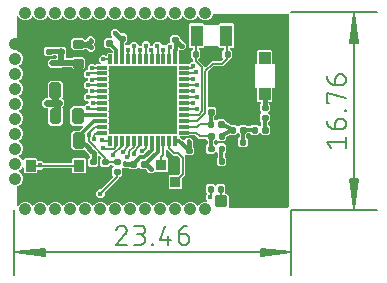
<source format=gbr>
G04 EAGLE Gerber RS-274X export*
G75*
%MOMM*%
%FSLAX34Y34*%
%LPD*%
%INTop Copper*%
%IPPOS*%
%AMOC8*
5,1,8,0,0,1.08239X$1,22.5*%
G01*
%ADD10C,0.130000*%
%ADD11C,0.152400*%
%ADD12R,0.850000X0.300000*%
%ADD13R,0.300000X0.850000*%
%ADD14C,0.157500*%
%ADD15C,0.280800*%
%ADD16C,0.500000*%
%ADD17C,0.402900*%
%ADD18R,1.000000X1.800000*%
%ADD19R,0.850000X0.950000*%
%ADD20C,0.270000*%
%ADD21R,0.900000X1.000000*%
%ADD22C,0.300000*%
%ADD23C,1.050000*%
%ADD24R,0.850000X2.200000*%
%ADD25R,1.000000X1.050000*%
%ADD26C,0.450000*%
%ADD27C,0.304800*%
%ADD28C,0.457200*%
%ADD29C,0.431800*%
%ADD30C,0.609600*%
%ADD31C,0.406400*%
%ADD32C,0.254000*%
%ADD33C,0.330200*%
%ADD34C,0.453200*%
%ADD35C,0.508000*%
%ADD36C,0.203200*%
%ADD37C,0.200000*%

G36*
X233878Y7573D02*
X233878Y7573D01*
X233897Y7571D01*
X233999Y7593D01*
X234101Y7609D01*
X234118Y7619D01*
X234138Y7623D01*
X234227Y7676D01*
X234318Y7725D01*
X234332Y7739D01*
X234349Y7749D01*
X234416Y7828D01*
X234488Y7903D01*
X234496Y7921D01*
X234509Y7936D01*
X234548Y8032D01*
X234591Y8126D01*
X234593Y8146D01*
X234601Y8164D01*
X234619Y8331D01*
X234619Y170485D01*
X234617Y170502D01*
X234618Y170517D01*
X234618Y170519D01*
X234618Y170524D01*
X234596Y170626D01*
X234580Y170728D01*
X234570Y170745D01*
X234566Y170765D01*
X234513Y170854D01*
X234464Y170945D01*
X234450Y170959D01*
X234440Y170976D01*
X234361Y171043D01*
X234286Y171115D01*
X234268Y171123D01*
X234253Y171136D01*
X234157Y171175D01*
X234063Y171218D01*
X234043Y171220D01*
X234025Y171228D01*
X233858Y171246D01*
X170764Y171246D01*
X170650Y171227D01*
X170533Y171210D01*
X170528Y171208D01*
X170522Y171207D01*
X170419Y171152D01*
X170314Y171099D01*
X170310Y171094D01*
X170304Y171091D01*
X170224Y171007D01*
X170142Y170923D01*
X170138Y170917D01*
X170135Y170913D01*
X170127Y170896D01*
X170061Y170776D01*
X169231Y168772D01*
X167397Y166938D01*
X165000Y165945D01*
X162406Y165945D01*
X160009Y166938D01*
X158175Y168772D01*
X158056Y169059D01*
X158018Y169120D01*
X157989Y169185D01*
X157954Y169224D01*
X157927Y169268D01*
X157871Y169314D01*
X157823Y169366D01*
X157777Y169392D01*
X157737Y169425D01*
X157670Y169451D01*
X157607Y169485D01*
X157556Y169494D01*
X157508Y169513D01*
X157436Y169516D01*
X157365Y169529D01*
X157314Y169521D01*
X157262Y169523D01*
X157193Y169503D01*
X157122Y169493D01*
X157076Y169469D01*
X157026Y169455D01*
X156967Y169414D01*
X156903Y169381D01*
X156866Y169344D01*
X156824Y169315D01*
X156781Y169257D01*
X156731Y169206D01*
X156696Y169143D01*
X156677Y169117D01*
X156669Y169095D01*
X156650Y169059D01*
X156531Y168772D01*
X154697Y166938D01*
X152300Y165945D01*
X149706Y165945D01*
X147309Y166938D01*
X145475Y168772D01*
X145356Y169059D01*
X145318Y169120D01*
X145289Y169185D01*
X145254Y169224D01*
X145227Y169268D01*
X145171Y169314D01*
X145123Y169366D01*
X145077Y169392D01*
X145037Y169425D01*
X144970Y169451D01*
X144907Y169485D01*
X144856Y169494D01*
X144808Y169513D01*
X144736Y169516D01*
X144665Y169529D01*
X144614Y169521D01*
X144562Y169523D01*
X144493Y169503D01*
X144422Y169493D01*
X144376Y169469D01*
X144326Y169455D01*
X144267Y169414D01*
X144203Y169381D01*
X144166Y169344D01*
X144124Y169315D01*
X144081Y169257D01*
X144031Y169206D01*
X143996Y169143D01*
X143977Y169117D01*
X143969Y169095D01*
X143950Y169059D01*
X143831Y168772D01*
X141997Y166938D01*
X139600Y165945D01*
X137006Y165945D01*
X134609Y166938D01*
X132775Y168772D01*
X132656Y169059D01*
X132618Y169120D01*
X132589Y169185D01*
X132554Y169224D01*
X132527Y169268D01*
X132471Y169314D01*
X132423Y169366D01*
X132377Y169392D01*
X132337Y169425D01*
X132270Y169451D01*
X132207Y169485D01*
X132156Y169494D01*
X132108Y169513D01*
X132036Y169516D01*
X131965Y169529D01*
X131914Y169521D01*
X131862Y169523D01*
X131793Y169503D01*
X131722Y169493D01*
X131676Y169469D01*
X131626Y169455D01*
X131567Y169414D01*
X131503Y169381D01*
X131466Y169344D01*
X131424Y169315D01*
X131381Y169257D01*
X131331Y169206D01*
X131296Y169143D01*
X131277Y169117D01*
X131269Y169095D01*
X131250Y169059D01*
X131131Y168772D01*
X129297Y166938D01*
X126900Y165945D01*
X124306Y165945D01*
X121909Y166938D01*
X120075Y168772D01*
X119956Y169059D01*
X119918Y169120D01*
X119889Y169185D01*
X119854Y169224D01*
X119827Y169268D01*
X119771Y169314D01*
X119723Y169366D01*
X119677Y169392D01*
X119637Y169425D01*
X119570Y169451D01*
X119507Y169485D01*
X119456Y169494D01*
X119408Y169513D01*
X119336Y169516D01*
X119265Y169529D01*
X119214Y169521D01*
X119162Y169523D01*
X119093Y169503D01*
X119022Y169493D01*
X118976Y169469D01*
X118926Y169455D01*
X118867Y169414D01*
X118803Y169381D01*
X118766Y169344D01*
X118724Y169315D01*
X118681Y169257D01*
X118631Y169206D01*
X118596Y169143D01*
X118577Y169117D01*
X118569Y169095D01*
X118550Y169059D01*
X118431Y168772D01*
X116597Y166938D01*
X114200Y165945D01*
X111606Y165945D01*
X109209Y166938D01*
X107375Y168772D01*
X107256Y169059D01*
X107219Y169120D01*
X107189Y169185D01*
X107154Y169224D01*
X107127Y169268D01*
X107071Y169314D01*
X107023Y169366D01*
X106977Y169392D01*
X106937Y169425D01*
X106870Y169450D01*
X106807Y169485D01*
X106756Y169494D01*
X106708Y169513D01*
X106636Y169516D01*
X106565Y169529D01*
X106514Y169521D01*
X106462Y169523D01*
X106393Y169503D01*
X106322Y169493D01*
X106276Y169469D01*
X106226Y169455D01*
X106167Y169414D01*
X106103Y169381D01*
X106066Y169344D01*
X106024Y169315D01*
X105981Y169257D01*
X105931Y169206D01*
X105896Y169143D01*
X105877Y169117D01*
X105870Y169095D01*
X105850Y169059D01*
X105731Y168772D01*
X103897Y166938D01*
X101500Y165945D01*
X98906Y165945D01*
X96509Y166938D01*
X94675Y168772D01*
X94556Y169059D01*
X94519Y169120D01*
X94489Y169185D01*
X94454Y169224D01*
X94427Y169268D01*
X94371Y169314D01*
X94323Y169366D01*
X94277Y169392D01*
X94237Y169425D01*
X94170Y169450D01*
X94107Y169485D01*
X94056Y169494D01*
X94008Y169513D01*
X93936Y169516D01*
X93865Y169529D01*
X93814Y169521D01*
X93762Y169523D01*
X93693Y169503D01*
X93622Y169493D01*
X93576Y169469D01*
X93526Y169455D01*
X93467Y169414D01*
X93403Y169381D01*
X93366Y169344D01*
X93324Y169315D01*
X93281Y169257D01*
X93231Y169206D01*
X93196Y169143D01*
X93177Y169117D01*
X93170Y169095D01*
X93150Y169059D01*
X93031Y168772D01*
X91197Y166938D01*
X88800Y165945D01*
X86206Y165945D01*
X83809Y166938D01*
X81975Y168772D01*
X81856Y169059D01*
X81819Y169120D01*
X81789Y169185D01*
X81754Y169224D01*
X81727Y169268D01*
X81671Y169314D01*
X81623Y169366D01*
X81577Y169392D01*
X81537Y169425D01*
X81470Y169450D01*
X81407Y169485D01*
X81356Y169494D01*
X81308Y169513D01*
X81236Y169516D01*
X81165Y169529D01*
X81114Y169521D01*
X81062Y169523D01*
X80993Y169503D01*
X80922Y169493D01*
X80876Y169469D01*
X80826Y169455D01*
X80767Y169414D01*
X80703Y169381D01*
X80666Y169344D01*
X80624Y169315D01*
X80581Y169257D01*
X80531Y169206D01*
X80496Y169143D01*
X80477Y169117D01*
X80470Y169095D01*
X80450Y169059D01*
X80331Y168772D01*
X78497Y166938D01*
X76100Y165945D01*
X73506Y165945D01*
X71109Y166938D01*
X69275Y168772D01*
X69156Y169059D01*
X69119Y169120D01*
X69089Y169185D01*
X69054Y169224D01*
X69027Y169268D01*
X68971Y169314D01*
X68923Y169366D01*
X68877Y169392D01*
X68837Y169425D01*
X68770Y169450D01*
X68707Y169485D01*
X68656Y169494D01*
X68608Y169513D01*
X68536Y169516D01*
X68465Y169529D01*
X68414Y169521D01*
X68362Y169523D01*
X68293Y169503D01*
X68222Y169493D01*
X68176Y169469D01*
X68126Y169455D01*
X68067Y169414D01*
X68003Y169381D01*
X67966Y169344D01*
X67924Y169315D01*
X67881Y169257D01*
X67831Y169206D01*
X67796Y169143D01*
X67777Y169117D01*
X67770Y169095D01*
X67750Y169059D01*
X67631Y168772D01*
X65797Y166938D01*
X63400Y165945D01*
X60806Y165945D01*
X58409Y166938D01*
X56575Y168772D01*
X56456Y169059D01*
X56419Y169120D01*
X56389Y169185D01*
X56354Y169224D01*
X56327Y169268D01*
X56271Y169314D01*
X56223Y169366D01*
X56177Y169392D01*
X56137Y169425D01*
X56070Y169450D01*
X56007Y169485D01*
X55956Y169494D01*
X55908Y169513D01*
X55836Y169516D01*
X55765Y169529D01*
X55714Y169521D01*
X55662Y169523D01*
X55593Y169503D01*
X55522Y169493D01*
X55476Y169469D01*
X55426Y169455D01*
X55367Y169414D01*
X55303Y169381D01*
X55266Y169344D01*
X55224Y169315D01*
X55181Y169257D01*
X55131Y169206D01*
X55096Y169143D01*
X55077Y169117D01*
X55070Y169095D01*
X55050Y169059D01*
X54931Y168772D01*
X53097Y166938D01*
X50700Y165945D01*
X48106Y165945D01*
X45709Y166938D01*
X43875Y168772D01*
X43756Y169059D01*
X43719Y169120D01*
X43689Y169185D01*
X43654Y169224D01*
X43627Y169268D01*
X43572Y169314D01*
X43523Y169366D01*
X43477Y169392D01*
X43437Y169425D01*
X43370Y169450D01*
X43307Y169485D01*
X43256Y169494D01*
X43208Y169513D01*
X43136Y169516D01*
X43065Y169529D01*
X43014Y169521D01*
X42962Y169523D01*
X42893Y169503D01*
X42822Y169493D01*
X42776Y169469D01*
X42726Y169455D01*
X42667Y169414D01*
X42603Y169381D01*
X42566Y169344D01*
X42524Y169315D01*
X42481Y169257D01*
X42431Y169206D01*
X42396Y169143D01*
X42377Y169117D01*
X42370Y169095D01*
X42350Y169059D01*
X42231Y168772D01*
X40397Y166938D01*
X38000Y165945D01*
X35406Y165945D01*
X33009Y166938D01*
X31175Y168772D01*
X31056Y169059D01*
X31019Y169120D01*
X30989Y169185D01*
X30954Y169224D01*
X30927Y169268D01*
X30872Y169314D01*
X30823Y169366D01*
X30777Y169392D01*
X30737Y169425D01*
X30670Y169450D01*
X30607Y169485D01*
X30556Y169494D01*
X30508Y169513D01*
X30436Y169516D01*
X30365Y169529D01*
X30314Y169521D01*
X30262Y169523D01*
X30193Y169503D01*
X30122Y169493D01*
X30076Y169469D01*
X30026Y169455D01*
X29967Y169414D01*
X29903Y169381D01*
X29866Y169344D01*
X29824Y169315D01*
X29781Y169257D01*
X29731Y169206D01*
X29696Y169143D01*
X29677Y169117D01*
X29670Y169095D01*
X29650Y169059D01*
X29531Y168772D01*
X27697Y166938D01*
X25300Y165945D01*
X22706Y165945D01*
X20309Y166938D01*
X18475Y168772D01*
X18356Y169059D01*
X18319Y169120D01*
X18289Y169185D01*
X18254Y169224D01*
X18227Y169268D01*
X18172Y169314D01*
X18123Y169366D01*
X18077Y169392D01*
X18037Y169425D01*
X17970Y169450D01*
X17907Y169485D01*
X17856Y169494D01*
X17808Y169513D01*
X17736Y169516D01*
X17665Y169529D01*
X17614Y169521D01*
X17562Y169523D01*
X17493Y169503D01*
X17422Y169493D01*
X17376Y169469D01*
X17326Y169455D01*
X17267Y169414D01*
X17203Y169381D01*
X17166Y169344D01*
X17124Y169315D01*
X17081Y169257D01*
X17031Y169206D01*
X16996Y169143D01*
X16977Y169117D01*
X16970Y169095D01*
X16950Y169059D01*
X16831Y168772D01*
X14997Y166938D01*
X12600Y165945D01*
X10006Y165945D01*
X7609Y166938D01*
X5775Y168772D01*
X5478Y169489D01*
X5427Y169572D01*
X5381Y169657D01*
X5362Y169675D01*
X5349Y169698D01*
X5274Y169760D01*
X5203Y169827D01*
X5179Y169838D01*
X5159Y169855D01*
X5068Y169889D01*
X4980Y169930D01*
X4954Y169933D01*
X4930Y169943D01*
X4832Y169947D01*
X4736Y169958D01*
X4710Y169952D01*
X4684Y169953D01*
X4590Y169926D01*
X4495Y169905D01*
X4473Y169892D01*
X4448Y169885D01*
X4368Y169829D01*
X4284Y169779D01*
X4267Y169759D01*
X4246Y169744D01*
X4187Y169666D01*
X4124Y169592D01*
X4114Y169568D01*
X4099Y169547D01*
X4069Y169454D01*
X4032Y169364D01*
X4029Y169332D01*
X4023Y169313D01*
X4023Y169280D01*
X4014Y169197D01*
X4014Y140771D01*
X4016Y140758D01*
X4015Y140749D01*
X4025Y140702D01*
X4033Y140656D01*
X4050Y140540D01*
X4052Y140534D01*
X4053Y140528D01*
X4108Y140425D01*
X4161Y140320D01*
X4166Y140316D01*
X4169Y140310D01*
X4253Y140231D01*
X4337Y140148D01*
X4343Y140145D01*
X4347Y140141D01*
X4364Y140133D01*
X4484Y140067D01*
X6742Y139132D01*
X8576Y137298D01*
X9569Y134901D01*
X9569Y132307D01*
X8576Y129910D01*
X6742Y128076D01*
X6455Y127957D01*
X6394Y127920D01*
X6329Y127890D01*
X6290Y127855D01*
X6246Y127828D01*
X6200Y127773D01*
X6148Y127724D01*
X6122Y127678D01*
X6089Y127638D01*
X6064Y127571D01*
X6029Y127508D01*
X6020Y127457D01*
X6001Y127409D01*
X5998Y127337D01*
X5985Y127266D01*
X5993Y127215D01*
X5991Y127163D01*
X6011Y127094D01*
X6021Y127023D01*
X6045Y126977D01*
X6059Y126927D01*
X6100Y126868D01*
X6133Y126804D01*
X6170Y126767D01*
X6199Y126725D01*
X6257Y126682D01*
X6308Y126632D01*
X6371Y126597D01*
X6397Y126578D01*
X6419Y126571D01*
X6455Y126551D01*
X6742Y126432D01*
X8576Y124598D01*
X9569Y122201D01*
X9569Y119607D01*
X8576Y117210D01*
X6742Y115376D01*
X6455Y115257D01*
X6394Y115220D01*
X6329Y115190D01*
X6290Y115155D01*
X6246Y115128D01*
X6200Y115073D01*
X6148Y115024D01*
X6122Y114978D01*
X6089Y114938D01*
X6064Y114871D01*
X6029Y114808D01*
X6020Y114757D01*
X6001Y114709D01*
X5998Y114637D01*
X5985Y114566D01*
X5993Y114515D01*
X5991Y114463D01*
X6011Y114394D01*
X6021Y114323D01*
X6045Y114277D01*
X6059Y114227D01*
X6100Y114168D01*
X6133Y114104D01*
X6170Y114067D01*
X6199Y114025D01*
X6257Y113982D01*
X6308Y113932D01*
X6371Y113897D01*
X6397Y113878D01*
X6419Y113871D01*
X6455Y113851D01*
X6742Y113732D01*
X8576Y111898D01*
X9569Y109501D01*
X9569Y106907D01*
X8576Y104510D01*
X6742Y102676D01*
X6455Y102557D01*
X6394Y102520D01*
X6329Y102490D01*
X6290Y102455D01*
X6246Y102428D01*
X6200Y102373D01*
X6148Y102324D01*
X6122Y102278D01*
X6089Y102238D01*
X6064Y102171D01*
X6029Y102108D01*
X6020Y102057D01*
X6001Y102009D01*
X5998Y101937D01*
X5985Y101866D01*
X5993Y101815D01*
X5991Y101763D01*
X6011Y101694D01*
X6021Y101623D01*
X6045Y101577D01*
X6059Y101527D01*
X6100Y101468D01*
X6133Y101404D01*
X6170Y101367D01*
X6199Y101325D01*
X6257Y101282D01*
X6308Y101232D01*
X6371Y101197D01*
X6397Y101178D01*
X6419Y101171D01*
X6455Y101151D01*
X6742Y101032D01*
X8576Y99198D01*
X9569Y96801D01*
X9569Y94207D01*
X8576Y91810D01*
X6742Y89976D01*
X6455Y89857D01*
X6394Y89820D01*
X6329Y89790D01*
X6290Y89755D01*
X6246Y89728D01*
X6200Y89673D01*
X6148Y89624D01*
X6122Y89578D01*
X6089Y89538D01*
X6064Y89471D01*
X6029Y89408D01*
X6020Y89357D01*
X6001Y89309D01*
X5998Y89237D01*
X5985Y89166D01*
X5993Y89115D01*
X5991Y89063D01*
X6011Y88994D01*
X6021Y88923D01*
X6045Y88877D01*
X6059Y88827D01*
X6100Y88768D01*
X6133Y88704D01*
X6170Y88667D01*
X6199Y88625D01*
X6257Y88582D01*
X6308Y88532D01*
X6371Y88497D01*
X6397Y88478D01*
X6419Y88471D01*
X6455Y88451D01*
X6742Y88332D01*
X8576Y86498D01*
X9569Y84101D01*
X9569Y81507D01*
X8576Y79110D01*
X6742Y77276D01*
X6455Y77157D01*
X6394Y77120D01*
X6329Y77090D01*
X6290Y77055D01*
X6246Y77028D01*
X6200Y76973D01*
X6148Y76924D01*
X6122Y76878D01*
X6089Y76838D01*
X6064Y76771D01*
X6029Y76708D01*
X6020Y76657D01*
X6001Y76609D01*
X5998Y76537D01*
X5985Y76466D01*
X5993Y76415D01*
X5991Y76363D01*
X6011Y76294D01*
X6021Y76223D01*
X6045Y76177D01*
X6059Y76127D01*
X6100Y76068D01*
X6133Y76004D01*
X6170Y75967D01*
X6199Y75925D01*
X6257Y75882D01*
X6308Y75832D01*
X6371Y75797D01*
X6397Y75778D01*
X6419Y75771D01*
X6455Y75751D01*
X6742Y75632D01*
X8576Y73798D01*
X9569Y71401D01*
X9569Y68807D01*
X8576Y66410D01*
X6742Y64576D01*
X6455Y64457D01*
X6394Y64420D01*
X6329Y64390D01*
X6290Y64355D01*
X6246Y64328D01*
X6200Y64273D01*
X6148Y64224D01*
X6122Y64178D01*
X6089Y64138D01*
X6064Y64071D01*
X6029Y64008D01*
X6020Y63957D01*
X6001Y63909D01*
X5998Y63837D01*
X5985Y63766D01*
X5993Y63715D01*
X5991Y63663D01*
X6011Y63594D01*
X6021Y63523D01*
X6045Y63477D01*
X6059Y63427D01*
X6100Y63368D01*
X6133Y63304D01*
X6170Y63267D01*
X6199Y63225D01*
X6257Y63182D01*
X6308Y63132D01*
X6371Y63097D01*
X6397Y63078D01*
X6419Y63071D01*
X6455Y63051D01*
X6742Y62932D01*
X8576Y61098D01*
X9569Y58701D01*
X9569Y56107D01*
X8576Y53710D01*
X6742Y51876D01*
X6455Y51757D01*
X6394Y51720D01*
X6329Y51690D01*
X6290Y51655D01*
X6246Y51628D01*
X6200Y51573D01*
X6148Y51524D01*
X6122Y51478D01*
X6089Y51438D01*
X6064Y51371D01*
X6029Y51308D01*
X6020Y51257D01*
X6001Y51209D01*
X5998Y51137D01*
X5985Y51066D01*
X5993Y51015D01*
X5991Y50963D01*
X6011Y50894D01*
X6021Y50823D01*
X6045Y50777D01*
X6059Y50727D01*
X6100Y50668D01*
X6133Y50604D01*
X6170Y50567D01*
X6199Y50525D01*
X6257Y50482D01*
X6308Y50432D01*
X6371Y50397D01*
X6397Y50378D01*
X6419Y50371D01*
X6455Y50351D01*
X6742Y50232D01*
X8576Y48398D01*
X8587Y48372D01*
X8638Y48289D01*
X8684Y48203D01*
X8703Y48185D01*
X8716Y48163D01*
X8791Y48101D01*
X8862Y48034D01*
X8886Y48023D01*
X8906Y48006D01*
X8997Y47971D01*
X9085Y47930D01*
X9111Y47927D01*
X9135Y47918D01*
X9233Y47914D01*
X9329Y47903D01*
X9355Y47908D01*
X9381Y47907D01*
X9475Y47934D01*
X9570Y47955D01*
X9592Y47969D01*
X9617Y47976D01*
X9697Y48031D01*
X9781Y48081D01*
X9798Y48101D01*
X9819Y48116D01*
X9878Y48194D01*
X9941Y48268D01*
X9951Y48292D01*
X9966Y48313D01*
X9996Y48406D01*
X10023Y48471D01*
X10023Y48472D01*
X10023Y48473D01*
X10033Y48496D01*
X10036Y48529D01*
X10042Y48547D01*
X10042Y48569D01*
X10796Y49323D01*
X20848Y49323D01*
X21593Y48578D01*
X21593Y47478D01*
X21596Y47458D01*
X21594Y47439D01*
X21616Y47337D01*
X21632Y47235D01*
X21642Y47218D01*
X21646Y47198D01*
X21699Y47109D01*
X21748Y47018D01*
X21762Y47004D01*
X21772Y46987D01*
X21851Y46920D01*
X21926Y46848D01*
X21944Y46840D01*
X21959Y46827D01*
X22055Y46788D01*
X22149Y46745D01*
X22169Y46743D01*
X22187Y46735D01*
X22354Y46717D01*
X25595Y46717D01*
X27004Y45308D01*
X27078Y45255D01*
X27147Y45195D01*
X27178Y45183D01*
X27204Y45164D01*
X27291Y45137D01*
X27376Y45103D01*
X27417Y45099D01*
X27439Y45092D01*
X27471Y45093D01*
X27542Y45085D01*
X50290Y45085D01*
X50310Y45088D01*
X50329Y45086D01*
X50431Y45108D01*
X50533Y45124D01*
X50550Y45134D01*
X50570Y45138D01*
X50659Y45191D01*
X50750Y45240D01*
X50764Y45254D01*
X50781Y45264D01*
X50848Y45343D01*
X50920Y45418D01*
X50928Y45436D01*
X50941Y45451D01*
X50980Y45547D01*
X51023Y45641D01*
X51025Y45661D01*
X51033Y45679D01*
X51051Y45846D01*
X51051Y48578D01*
X51796Y49323D01*
X61848Y49323D01*
X62593Y48578D01*
X62593Y37526D01*
X61848Y36781D01*
X51796Y36781D01*
X51051Y37526D01*
X51051Y40258D01*
X51048Y40278D01*
X51050Y40297D01*
X51028Y40399D01*
X51012Y40501D01*
X51002Y40518D01*
X50998Y40538D01*
X50945Y40627D01*
X50896Y40718D01*
X50882Y40732D01*
X50872Y40749D01*
X50793Y40816D01*
X50718Y40888D01*
X50700Y40896D01*
X50685Y40909D01*
X50589Y40948D01*
X50495Y40991D01*
X50475Y40993D01*
X50457Y41001D01*
X50290Y41019D01*
X27286Y41019D01*
X27196Y41005D01*
X27105Y40997D01*
X27076Y40985D01*
X27044Y40980D01*
X26963Y40937D01*
X26879Y40901D01*
X26847Y40875D01*
X26826Y40864D01*
X26804Y40841D01*
X26748Y40796D01*
X25595Y39643D01*
X22354Y39643D01*
X22334Y39640D01*
X22315Y39642D01*
X22213Y39620D01*
X22111Y39604D01*
X22094Y39594D01*
X22074Y39590D01*
X21985Y39537D01*
X21894Y39488D01*
X21880Y39474D01*
X21863Y39464D01*
X21796Y39385D01*
X21724Y39310D01*
X21716Y39292D01*
X21703Y39277D01*
X21664Y39181D01*
X21621Y39087D01*
X21619Y39067D01*
X21611Y39049D01*
X21593Y38882D01*
X21593Y37526D01*
X20848Y36781D01*
X10796Y36781D01*
X10051Y37526D01*
X10051Y40745D01*
X10036Y40841D01*
X10026Y40938D01*
X10016Y40962D01*
X10012Y40988D01*
X9966Y41074D01*
X9926Y41163D01*
X9909Y41182D01*
X9896Y41205D01*
X9826Y41272D01*
X9760Y41344D01*
X9737Y41356D01*
X9718Y41374D01*
X9630Y41415D01*
X9544Y41462D01*
X9519Y41467D01*
X9495Y41478D01*
X9398Y41489D01*
X9302Y41506D01*
X9276Y41502D01*
X9251Y41505D01*
X9155Y41484D01*
X9059Y41470D01*
X9036Y41458D01*
X9010Y41453D01*
X8926Y41403D01*
X8840Y41359D01*
X8821Y41340D01*
X8799Y41327D01*
X8736Y41252D01*
X8668Y41183D01*
X8652Y41155D01*
X8639Y41140D01*
X8627Y41109D01*
X8587Y41036D01*
X8576Y41010D01*
X6742Y39176D01*
X6455Y39057D01*
X6394Y39020D01*
X6329Y38990D01*
X6290Y38955D01*
X6246Y38928D01*
X6200Y38873D01*
X6148Y38824D01*
X6122Y38778D01*
X6089Y38738D01*
X6064Y38671D01*
X6029Y38608D01*
X6020Y38557D01*
X6001Y38509D01*
X5998Y38437D01*
X5985Y38366D01*
X5993Y38315D01*
X5991Y38263D01*
X6011Y38194D01*
X6021Y38123D01*
X6045Y38077D01*
X6059Y38027D01*
X6100Y37968D01*
X6133Y37904D01*
X6170Y37867D01*
X6199Y37825D01*
X6257Y37782D01*
X6308Y37732D01*
X6371Y37697D01*
X6397Y37678D01*
X6419Y37671D01*
X6455Y37651D01*
X6742Y37532D01*
X8576Y35698D01*
X9569Y33301D01*
X9569Y30707D01*
X8576Y28310D01*
X6742Y26476D01*
X4484Y25541D01*
X4384Y25479D01*
X4284Y25419D01*
X4280Y25414D01*
X4275Y25411D01*
X4200Y25321D01*
X4124Y25232D01*
X4122Y25226D01*
X4118Y25222D01*
X4076Y25113D01*
X4032Y25004D01*
X4031Y24997D01*
X4030Y24992D01*
X4029Y24974D01*
X4014Y24837D01*
X4014Y9365D01*
X4029Y9269D01*
X4039Y9172D01*
X4049Y9148D01*
X4053Y9122D01*
X4099Y9036D01*
X4139Y8947D01*
X4156Y8928D01*
X4169Y8905D01*
X4239Y8838D01*
X4305Y8766D01*
X4328Y8753D01*
X4347Y8735D01*
X4435Y8694D01*
X4521Y8647D01*
X4546Y8643D01*
X4570Y8632D01*
X4667Y8621D01*
X4763Y8603D01*
X4789Y8607D01*
X4814Y8604D01*
X4909Y8625D01*
X5006Y8639D01*
X5029Y8651D01*
X5055Y8657D01*
X5139Y8707D01*
X5225Y8751D01*
X5243Y8769D01*
X5266Y8783D01*
X5329Y8857D01*
X5397Y8926D01*
X5413Y8955D01*
X5426Y8970D01*
X5438Y9001D01*
X5478Y9073D01*
X5775Y9790D01*
X7609Y11624D01*
X10006Y12617D01*
X12600Y12617D01*
X14997Y11624D01*
X16831Y9790D01*
X16950Y9503D01*
X16988Y9442D01*
X17017Y9377D01*
X17052Y9338D01*
X17079Y9294D01*
X17135Y9248D01*
X17183Y9196D01*
X17229Y9170D01*
X17269Y9137D01*
X17336Y9111D01*
X17399Y9077D01*
X17450Y9068D01*
X17498Y9049D01*
X17570Y9046D01*
X17641Y9033D01*
X17692Y9041D01*
X17744Y9039D01*
X17813Y9059D01*
X17884Y9069D01*
X17930Y9093D01*
X17980Y9107D01*
X18039Y9148D01*
X18103Y9181D01*
X18140Y9218D01*
X18182Y9247D01*
X18225Y9305D01*
X18275Y9356D01*
X18310Y9419D01*
X18329Y9445D01*
X18337Y9467D01*
X18356Y9503D01*
X18475Y9790D01*
X20309Y11624D01*
X22706Y12617D01*
X25300Y12617D01*
X27697Y11624D01*
X29531Y9790D01*
X29650Y9503D01*
X29688Y9442D01*
X29717Y9377D01*
X29752Y9338D01*
X29779Y9294D01*
X29835Y9248D01*
X29883Y9196D01*
X29929Y9170D01*
X29969Y9137D01*
X30036Y9111D01*
X30099Y9077D01*
X30150Y9068D01*
X30198Y9049D01*
X30270Y9046D01*
X30341Y9033D01*
X30392Y9041D01*
X30444Y9039D01*
X30513Y9059D01*
X30584Y9069D01*
X30630Y9093D01*
X30680Y9107D01*
X30739Y9148D01*
X30803Y9181D01*
X30840Y9218D01*
X30882Y9247D01*
X30925Y9305D01*
X30975Y9356D01*
X31010Y9419D01*
X31029Y9445D01*
X31037Y9467D01*
X31056Y9503D01*
X31175Y9790D01*
X33009Y11624D01*
X35406Y12617D01*
X38000Y12617D01*
X40397Y11624D01*
X42231Y9790D01*
X42350Y9503D01*
X42388Y9442D01*
X42417Y9377D01*
X42452Y9338D01*
X42479Y9294D01*
X42535Y9248D01*
X42583Y9196D01*
X42629Y9170D01*
X42669Y9137D01*
X42736Y9111D01*
X42799Y9077D01*
X42850Y9068D01*
X42898Y9049D01*
X42970Y9046D01*
X43041Y9033D01*
X43092Y9041D01*
X43144Y9039D01*
X43213Y9059D01*
X43284Y9069D01*
X43330Y9093D01*
X43380Y9107D01*
X43439Y9148D01*
X43503Y9181D01*
X43540Y9218D01*
X43582Y9247D01*
X43625Y9305D01*
X43675Y9356D01*
X43710Y9419D01*
X43729Y9445D01*
X43737Y9467D01*
X43756Y9503D01*
X43875Y9790D01*
X45709Y11624D01*
X48106Y12617D01*
X50700Y12617D01*
X53097Y11624D01*
X54931Y9790D01*
X55050Y9503D01*
X55088Y9442D01*
X55117Y9377D01*
X55152Y9338D01*
X55179Y9294D01*
X55235Y9248D01*
X55283Y9196D01*
X55329Y9170D01*
X55369Y9137D01*
X55436Y9111D01*
X55499Y9077D01*
X55550Y9068D01*
X55598Y9049D01*
X55670Y9046D01*
X55741Y9033D01*
X55792Y9041D01*
X55844Y9039D01*
X55913Y9059D01*
X55984Y9069D01*
X56030Y9093D01*
X56080Y9107D01*
X56139Y9148D01*
X56203Y9181D01*
X56240Y9218D01*
X56282Y9247D01*
X56325Y9305D01*
X56375Y9356D01*
X56410Y9419D01*
X56429Y9445D01*
X56437Y9467D01*
X56456Y9503D01*
X56575Y9790D01*
X58409Y11624D01*
X60806Y12617D01*
X63400Y12617D01*
X65797Y11624D01*
X67631Y9790D01*
X67750Y9503D01*
X67788Y9442D01*
X67817Y9377D01*
X67852Y9338D01*
X67879Y9294D01*
X67935Y9248D01*
X67983Y9196D01*
X68029Y9170D01*
X68069Y9137D01*
X68136Y9111D01*
X68199Y9077D01*
X68250Y9068D01*
X68298Y9049D01*
X68370Y9046D01*
X68441Y9033D01*
X68492Y9041D01*
X68544Y9039D01*
X68613Y9059D01*
X68684Y9069D01*
X68730Y9093D01*
X68780Y9107D01*
X68839Y9148D01*
X68903Y9181D01*
X68940Y9218D01*
X68982Y9247D01*
X69025Y9305D01*
X69075Y9356D01*
X69110Y9419D01*
X69129Y9445D01*
X69137Y9467D01*
X69156Y9503D01*
X69275Y9790D01*
X71109Y11624D01*
X73506Y12617D01*
X76100Y12617D01*
X78497Y11624D01*
X80331Y9790D01*
X80450Y9503D01*
X80487Y9442D01*
X80517Y9377D01*
X80552Y9338D01*
X80579Y9294D01*
X80634Y9248D01*
X80683Y9196D01*
X80729Y9170D01*
X80769Y9137D01*
X80836Y9112D01*
X80899Y9077D01*
X80950Y9068D01*
X80998Y9049D01*
X81070Y9046D01*
X81141Y9033D01*
X81192Y9041D01*
X81244Y9039D01*
X81313Y9059D01*
X81384Y9069D01*
X81430Y9093D01*
X81480Y9107D01*
X81539Y9148D01*
X81603Y9181D01*
X81640Y9218D01*
X81682Y9247D01*
X81725Y9305D01*
X81775Y9356D01*
X81810Y9419D01*
X81829Y9445D01*
X81836Y9467D01*
X81856Y9503D01*
X81975Y9790D01*
X83809Y11624D01*
X86206Y12617D01*
X88800Y12617D01*
X91197Y11624D01*
X93031Y9790D01*
X93150Y9503D01*
X93187Y9442D01*
X93217Y9377D01*
X93252Y9338D01*
X93279Y9294D01*
X93334Y9248D01*
X93383Y9196D01*
X93429Y9170D01*
X93469Y9137D01*
X93536Y9112D01*
X93599Y9077D01*
X93650Y9068D01*
X93698Y9049D01*
X93770Y9046D01*
X93841Y9033D01*
X93892Y9041D01*
X93944Y9039D01*
X94013Y9059D01*
X94084Y9069D01*
X94130Y9093D01*
X94180Y9107D01*
X94239Y9148D01*
X94303Y9181D01*
X94340Y9218D01*
X94382Y9247D01*
X94425Y9305D01*
X94475Y9356D01*
X94510Y9419D01*
X94529Y9445D01*
X94536Y9467D01*
X94556Y9503D01*
X94675Y9790D01*
X96509Y11624D01*
X98906Y12617D01*
X101500Y12617D01*
X103897Y11624D01*
X105731Y9790D01*
X105850Y9503D01*
X105887Y9442D01*
X105917Y9377D01*
X105952Y9338D01*
X105979Y9294D01*
X106034Y9248D01*
X106083Y9196D01*
X106129Y9170D01*
X106169Y9137D01*
X106236Y9112D01*
X106299Y9077D01*
X106350Y9068D01*
X106398Y9049D01*
X106470Y9046D01*
X106541Y9033D01*
X106592Y9041D01*
X106644Y9039D01*
X106713Y9059D01*
X106784Y9069D01*
X106830Y9093D01*
X106880Y9107D01*
X106939Y9148D01*
X107003Y9181D01*
X107040Y9218D01*
X107082Y9247D01*
X107125Y9305D01*
X107175Y9356D01*
X107210Y9419D01*
X107229Y9445D01*
X107236Y9467D01*
X107256Y9503D01*
X107375Y9790D01*
X109209Y11624D01*
X111606Y12617D01*
X114200Y12617D01*
X116597Y11624D01*
X118431Y9790D01*
X118550Y9503D01*
X118587Y9442D01*
X118617Y9377D01*
X118652Y9338D01*
X118679Y9294D01*
X118734Y9248D01*
X118783Y9196D01*
X118829Y9170D01*
X118869Y9137D01*
X118936Y9112D01*
X118999Y9077D01*
X119050Y9068D01*
X119098Y9049D01*
X119170Y9046D01*
X119241Y9033D01*
X119292Y9041D01*
X119344Y9039D01*
X119413Y9059D01*
X119484Y9069D01*
X119530Y9093D01*
X119580Y9107D01*
X119639Y9148D01*
X119703Y9181D01*
X119740Y9218D01*
X119782Y9247D01*
X119825Y9305D01*
X119875Y9356D01*
X119910Y9419D01*
X119929Y9445D01*
X119936Y9467D01*
X119956Y9503D01*
X120075Y9790D01*
X121909Y11624D01*
X124306Y12617D01*
X126900Y12617D01*
X129297Y11624D01*
X131131Y9790D01*
X131250Y9503D01*
X131287Y9442D01*
X131317Y9377D01*
X131352Y9338D01*
X131379Y9294D01*
X131434Y9248D01*
X131483Y9196D01*
X131529Y9170D01*
X131569Y9137D01*
X131636Y9112D01*
X131699Y9077D01*
X131750Y9068D01*
X131798Y9049D01*
X131870Y9046D01*
X131941Y9033D01*
X131992Y9041D01*
X132044Y9039D01*
X132113Y9059D01*
X132184Y9069D01*
X132230Y9093D01*
X132280Y9107D01*
X132339Y9148D01*
X132403Y9181D01*
X132440Y9218D01*
X132482Y9247D01*
X132525Y9305D01*
X132575Y9356D01*
X132610Y9419D01*
X132629Y9445D01*
X132636Y9467D01*
X132656Y9503D01*
X132775Y9790D01*
X134609Y11624D01*
X137006Y12617D01*
X139600Y12617D01*
X141997Y11624D01*
X143831Y9790D01*
X143950Y9503D01*
X143987Y9442D01*
X144017Y9377D01*
X144052Y9338D01*
X144079Y9294D01*
X144134Y9248D01*
X144183Y9196D01*
X144229Y9170D01*
X144269Y9137D01*
X144336Y9112D01*
X144399Y9077D01*
X144450Y9068D01*
X144498Y9049D01*
X144570Y9046D01*
X144641Y9033D01*
X144692Y9041D01*
X144744Y9039D01*
X144813Y9059D01*
X144884Y9069D01*
X144930Y9093D01*
X144980Y9107D01*
X145039Y9148D01*
X145103Y9181D01*
X145140Y9218D01*
X145182Y9247D01*
X145225Y9305D01*
X145275Y9356D01*
X145310Y9419D01*
X145329Y9445D01*
X145336Y9467D01*
X145356Y9503D01*
X145475Y9790D01*
X147309Y11624D01*
X149706Y12617D01*
X152300Y12617D01*
X154697Y11624D01*
X156531Y9790D01*
X156650Y9503D01*
X156687Y9442D01*
X156717Y9377D01*
X156752Y9338D01*
X156779Y9294D01*
X156834Y9248D01*
X156883Y9196D01*
X156929Y9170D01*
X156969Y9137D01*
X157036Y9112D01*
X157099Y9077D01*
X157150Y9068D01*
X157198Y9049D01*
X157270Y9046D01*
X157341Y9033D01*
X157392Y9041D01*
X157444Y9039D01*
X157513Y9059D01*
X157584Y9069D01*
X157630Y9093D01*
X157680Y9107D01*
X157739Y9148D01*
X157803Y9181D01*
X157840Y9218D01*
X157882Y9247D01*
X157925Y9305D01*
X157975Y9356D01*
X158010Y9419D01*
X158029Y9445D01*
X158036Y9467D01*
X158056Y9503D01*
X158175Y9790D01*
X160009Y11624D01*
X162406Y12617D01*
X164716Y12617D01*
X164787Y12628D01*
X164859Y12630D01*
X164908Y12648D01*
X164959Y12656D01*
X165022Y12690D01*
X165090Y12715D01*
X165130Y12747D01*
X165177Y12772D01*
X165226Y12824D01*
X165282Y12868D01*
X165310Y12912D01*
X165346Y12950D01*
X165376Y13015D01*
X165415Y13075D01*
X165428Y13126D01*
X165450Y13173D01*
X165457Y13244D01*
X165475Y13314D01*
X165471Y13366D01*
X165477Y13417D01*
X165461Y13488D01*
X165456Y13559D01*
X165435Y13607D01*
X165424Y13658D01*
X165388Y13719D01*
X165359Y13785D01*
X165315Y13841D01*
X165298Y13869D01*
X165280Y13884D01*
X165255Y13916D01*
X164119Y15052D01*
X164119Y17968D01*
X165068Y18917D01*
X165080Y18933D01*
X165095Y18946D01*
X165151Y19033D01*
X165212Y19117D01*
X165217Y19136D01*
X165228Y19153D01*
X165254Y19253D01*
X165284Y19352D01*
X165283Y19372D01*
X165288Y19391D01*
X165280Y19494D01*
X165278Y19598D01*
X165271Y19617D01*
X165269Y19636D01*
X165229Y19731D01*
X165193Y19829D01*
X165181Y19844D01*
X165173Y19863D01*
X165068Y19994D01*
X164302Y20759D01*
X164302Y26231D01*
X165837Y27766D01*
X170709Y27766D01*
X172055Y26420D01*
X172071Y26408D01*
X172083Y26392D01*
X172171Y26336D01*
X172254Y26276D01*
X172273Y26270D01*
X172290Y26259D01*
X172391Y26234D01*
X172490Y26204D01*
X172509Y26204D01*
X172529Y26199D01*
X172632Y26207D01*
X172735Y26210D01*
X172754Y26217D01*
X172774Y26218D01*
X172869Y26259D01*
X172966Y26294D01*
X172982Y26307D01*
X173000Y26315D01*
X173131Y26420D01*
X174477Y27766D01*
X179349Y27766D01*
X180884Y26231D01*
X180884Y20759D01*
X180522Y20397D01*
X180480Y20339D01*
X180430Y20287D01*
X180408Y20240D01*
X180378Y20198D01*
X180357Y20129D01*
X180327Y20064D01*
X180321Y20012D01*
X180306Y19962D01*
X180307Y19891D01*
X180300Y19820D01*
X180311Y19769D01*
X180312Y19717D01*
X180337Y19649D01*
X180352Y19579D01*
X180379Y19534D01*
X180396Y19486D01*
X180441Y19430D01*
X180478Y19368D01*
X180518Y19334D01*
X180550Y19294D01*
X180610Y19255D01*
X180665Y19208D01*
X180713Y19189D01*
X180757Y19161D01*
X180826Y19143D01*
X180893Y19116D01*
X180964Y19108D01*
X180996Y19100D01*
X181019Y19102D01*
X181060Y19098D01*
X181933Y19098D01*
X183556Y17475D01*
X183556Y8331D01*
X183559Y8311D01*
X183557Y8292D01*
X183579Y8190D01*
X183595Y8088D01*
X183605Y8071D01*
X183609Y8051D01*
X183662Y7962D01*
X183711Y7871D01*
X183725Y7857D01*
X183735Y7840D01*
X183814Y7773D01*
X183889Y7701D01*
X183907Y7693D01*
X183922Y7680D01*
X184018Y7641D01*
X184112Y7598D01*
X184132Y7596D01*
X184150Y7588D01*
X184317Y7570D01*
X233858Y7570D01*
X233878Y7573D01*
G37*
%LPC*%
G36*
X73599Y15783D02*
X73599Y15783D01*
X71536Y17846D01*
X71536Y20762D01*
X73599Y22825D01*
X75388Y22825D01*
X75478Y22839D01*
X75569Y22847D01*
X75598Y22859D01*
X75630Y22864D01*
X75711Y22907D01*
X75795Y22943D01*
X75827Y22969D01*
X75848Y22980D01*
X75870Y23003D01*
X75926Y23048D01*
X85882Y33004D01*
X85894Y33020D01*
X85909Y33032D01*
X85965Y33120D01*
X86026Y33203D01*
X86031Y33222D01*
X86042Y33239D01*
X86068Y33340D01*
X86098Y33439D01*
X86097Y33459D01*
X86102Y33478D01*
X86094Y33581D01*
X86092Y33684D01*
X86085Y33703D01*
X86083Y33723D01*
X86043Y33818D01*
X86007Y33915D01*
X85995Y33931D01*
X85987Y33949D01*
X85882Y34080D01*
X84629Y35333D01*
X84629Y40141D01*
X85987Y41499D01*
X85999Y41515D01*
X86014Y41527D01*
X86070Y41615D01*
X86131Y41698D01*
X86136Y41717D01*
X86147Y41734D01*
X86173Y41835D01*
X86203Y41934D01*
X86202Y41953D01*
X86207Y41973D01*
X86199Y42076D01*
X86197Y42179D01*
X86190Y42198D01*
X86188Y42218D01*
X86148Y42313D01*
X86112Y42410D01*
X86100Y42426D01*
X86092Y42444D01*
X85987Y42575D01*
X84612Y43950D01*
X84596Y43962D01*
X84584Y43977D01*
X84496Y44033D01*
X84413Y44094D01*
X84394Y44099D01*
X84377Y44110D01*
X84276Y44136D01*
X84177Y44166D01*
X84158Y44165D01*
X84138Y44170D01*
X84035Y44162D01*
X83932Y44160D01*
X83913Y44153D01*
X83893Y44151D01*
X83798Y44111D01*
X83701Y44075D01*
X83685Y44063D01*
X83667Y44055D01*
X83536Y43950D01*
X81825Y42239D01*
X76417Y42239D01*
X74850Y43806D01*
X74850Y48614D01*
X75679Y49442D01*
X75690Y49458D01*
X75706Y49471D01*
X75762Y49558D01*
X75822Y49642D01*
X75828Y49661D01*
X75839Y49678D01*
X75864Y49778D01*
X75895Y49877D01*
X75894Y49897D01*
X75899Y49916D01*
X75891Y50019D01*
X75888Y50123D01*
X75881Y50142D01*
X75880Y50162D01*
X75839Y50256D01*
X75804Y50354D01*
X75791Y50370D01*
X75784Y50388D01*
X75679Y50519D01*
X74071Y52126D01*
X74013Y52168D01*
X73961Y52218D01*
X73914Y52240D01*
X73872Y52270D01*
X73803Y52291D01*
X73738Y52321D01*
X73686Y52327D01*
X73636Y52342D01*
X73565Y52340D01*
X73494Y52348D01*
X73443Y52337D01*
X73391Y52336D01*
X73323Y52311D01*
X73253Y52296D01*
X73209Y52269D01*
X73160Y52251D01*
X73104Y52207D01*
X73042Y52170D01*
X73008Y52130D01*
X72968Y52098D01*
X72929Y52037D01*
X72882Y51983D01*
X72878Y51973D01*
X72868Y51963D01*
X72815Y51889D01*
X72755Y51819D01*
X72743Y51789D01*
X72724Y51763D01*
X72697Y51676D01*
X72663Y51591D01*
X72659Y51550D01*
X72652Y51528D01*
X72653Y51496D01*
X72645Y51424D01*
X72645Y49516D01*
X72659Y49426D01*
X72667Y49335D01*
X72679Y49305D01*
X72684Y49273D01*
X72727Y49193D01*
X72763Y49109D01*
X72789Y49077D01*
X72800Y49056D01*
X72823Y49034D01*
X72868Y48978D01*
X73232Y48614D01*
X73232Y43806D01*
X71665Y42239D01*
X66257Y42239D01*
X64690Y43806D01*
X64690Y48614D01*
X65562Y49486D01*
X65615Y49560D01*
X65675Y49629D01*
X65687Y49660D01*
X65706Y49686D01*
X65733Y49773D01*
X65767Y49858D01*
X65771Y49898D01*
X65778Y49921D01*
X65777Y49953D01*
X65785Y50024D01*
X65785Y51424D01*
X65771Y51514D01*
X65763Y51606D01*
X65751Y51635D01*
X65746Y51667D01*
X65703Y51748D01*
X65667Y51832D01*
X65658Y51843D01*
X65658Y51985D01*
X65644Y52075D01*
X65636Y52166D01*
X65624Y52196D01*
X65619Y52228D01*
X65576Y52308D01*
X65540Y52392D01*
X65514Y52425D01*
X65503Y52445D01*
X65480Y52467D01*
X65435Y52523D01*
X64461Y53497D01*
X64387Y53550D01*
X64318Y53610D01*
X64288Y53622D01*
X64262Y53641D01*
X64175Y53668D01*
X64090Y53702D01*
X64076Y53703D01*
X61874Y55905D01*
X61857Y55917D01*
X61845Y55933D01*
X61758Y55989D01*
X61674Y56049D01*
X61655Y56055D01*
X61638Y56066D01*
X61538Y56091D01*
X61439Y56121D01*
X61419Y56121D01*
X61399Y56126D01*
X61296Y56118D01*
X61193Y56115D01*
X61174Y56108D01*
X61154Y56107D01*
X61059Y56066D01*
X60962Y56031D01*
X60946Y56018D01*
X60928Y56010D01*
X60797Y55905D01*
X60783Y55891D01*
X52659Y55891D01*
X50450Y58100D01*
X50450Y70424D01*
X52659Y72633D01*
X57316Y72633D01*
X57406Y72647D01*
X57497Y72655D01*
X57527Y72667D01*
X57559Y72672D01*
X57639Y72715D01*
X57723Y72751D01*
X57756Y72777D01*
X57776Y72788D01*
X57798Y72811D01*
X57854Y72856D01*
X60418Y75420D01*
X60460Y75478D01*
X60510Y75530D01*
X60532Y75577D01*
X60562Y75619D01*
X60583Y75688D01*
X60613Y75753D01*
X60619Y75805D01*
X60634Y75855D01*
X60632Y75926D01*
X60640Y75997D01*
X60629Y76048D01*
X60628Y76100D01*
X60603Y76168D01*
X60588Y76238D01*
X60561Y76283D01*
X60543Y76331D01*
X60499Y76387D01*
X60462Y76449D01*
X60422Y76483D01*
X60390Y76523D01*
X60329Y76562D01*
X60275Y76609D01*
X60227Y76628D01*
X60183Y76656D01*
X60113Y76674D01*
X60047Y76701D01*
X59975Y76709D01*
X59944Y76717D01*
X59921Y76715D01*
X59880Y76719D01*
X51643Y76719D01*
X49434Y78928D01*
X49434Y91252D01*
X51643Y93461D01*
X59767Y93461D01*
X59806Y93421D01*
X59823Y93410D01*
X59835Y93394D01*
X59922Y93338D01*
X60006Y93278D01*
X60025Y93272D01*
X60042Y93261D01*
X60142Y93236D01*
X60241Y93205D01*
X60261Y93206D01*
X60281Y93201D01*
X60384Y93209D01*
X60487Y93212D01*
X60506Y93218D01*
X60526Y93220D01*
X60621Y93260D01*
X60718Y93296D01*
X60734Y93308D01*
X60752Y93316D01*
X60883Y93421D01*
X62677Y95215D01*
X64171Y95215D01*
X64191Y95218D01*
X64210Y95216D01*
X64312Y95238D01*
X64414Y95254D01*
X64431Y95264D01*
X64451Y95268D01*
X64540Y95321D01*
X64631Y95370D01*
X64645Y95384D01*
X64662Y95394D01*
X64729Y95473D01*
X64801Y95548D01*
X64809Y95566D01*
X64822Y95581D01*
X64861Y95677D01*
X64904Y95771D01*
X64906Y95791D01*
X64914Y95809D01*
X64932Y95976D01*
X64932Y96810D01*
X64929Y96830D01*
X64931Y96849D01*
X64909Y96951D01*
X64893Y97053D01*
X64883Y97070D01*
X64879Y97090D01*
X64826Y97179D01*
X64777Y97270D01*
X64763Y97284D01*
X64753Y97301D01*
X64674Y97368D01*
X64599Y97440D01*
X64581Y97448D01*
X64566Y97461D01*
X64470Y97500D01*
X64376Y97543D01*
X64356Y97545D01*
X64338Y97553D01*
X64171Y97571D01*
X62804Y97571D01*
X60741Y99634D01*
X60741Y102550D01*
X62804Y104613D01*
X63663Y104613D01*
X63683Y104616D01*
X63702Y104614D01*
X63804Y104636D01*
X63906Y104652D01*
X63923Y104662D01*
X63943Y104666D01*
X64032Y104719D01*
X64123Y104768D01*
X64137Y104782D01*
X64154Y104792D01*
X64221Y104871D01*
X64293Y104946D01*
X64301Y104964D01*
X64314Y104979D01*
X64353Y105075D01*
X64396Y105169D01*
X64398Y105189D01*
X64406Y105207D01*
X64424Y105374D01*
X64424Y106970D01*
X64421Y106990D01*
X64423Y107009D01*
X64401Y107111D01*
X64385Y107213D01*
X64375Y107230D01*
X64371Y107250D01*
X64318Y107339D01*
X64269Y107430D01*
X64255Y107444D01*
X64245Y107461D01*
X64166Y107528D01*
X64091Y107600D01*
X64073Y107608D01*
X64058Y107621D01*
X63962Y107660D01*
X63868Y107703D01*
X63848Y107705D01*
X63830Y107713D01*
X63663Y107731D01*
X63185Y107731D01*
X61122Y109794D01*
X61122Y112710D01*
X63185Y114773D01*
X63917Y114773D01*
X63937Y114776D01*
X63956Y114774D01*
X64058Y114796D01*
X64160Y114812D01*
X64177Y114822D01*
X64197Y114826D01*
X64286Y114879D01*
X64377Y114928D01*
X64391Y114942D01*
X64408Y114952D01*
X64475Y115031D01*
X64547Y115106D01*
X64555Y115124D01*
X64568Y115139D01*
X64607Y115235D01*
X64650Y115329D01*
X64652Y115349D01*
X64660Y115367D01*
X64678Y115534D01*
X64678Y116114D01*
X64675Y116134D01*
X64677Y116153D01*
X64655Y116255D01*
X64639Y116357D01*
X64629Y116374D01*
X64625Y116394D01*
X64572Y116483D01*
X64523Y116574D01*
X64509Y116588D01*
X64499Y116605D01*
X64420Y116672D01*
X64345Y116744D01*
X64327Y116752D01*
X64312Y116765D01*
X64216Y116804D01*
X64122Y116847D01*
X64102Y116849D01*
X64084Y116857D01*
X63917Y116875D01*
X62931Y116875D01*
X60868Y118938D01*
X60868Y121854D01*
X62931Y123917D01*
X63790Y123917D01*
X63810Y123920D01*
X63829Y123918D01*
X63931Y123940D01*
X64033Y123956D01*
X64050Y123966D01*
X64070Y123970D01*
X64159Y124023D01*
X64250Y124072D01*
X64264Y124086D01*
X64281Y124096D01*
X64348Y124175D01*
X64420Y124250D01*
X64428Y124268D01*
X64441Y124283D01*
X64480Y124379D01*
X64523Y124473D01*
X64525Y124493D01*
X64533Y124511D01*
X64551Y124678D01*
X64551Y127315D01*
X66614Y129378D01*
X69530Y129378D01*
X70302Y128606D01*
X70318Y128595D01*
X70330Y128579D01*
X70418Y128523D01*
X70501Y128463D01*
X70520Y128457D01*
X70537Y128446D01*
X70638Y128421D01*
X70737Y128390D01*
X70756Y128391D01*
X70776Y128386D01*
X70879Y128394D01*
X70982Y128397D01*
X71001Y128404D01*
X71021Y128405D01*
X71116Y128446D01*
X71213Y128481D01*
X71229Y128494D01*
X71247Y128502D01*
X71378Y128606D01*
X71595Y128823D01*
X74926Y128823D01*
X74997Y128834D01*
X75069Y128836D01*
X75118Y128854D01*
X75169Y128862D01*
X75232Y128896D01*
X75300Y128921D01*
X75340Y128953D01*
X75387Y128978D01*
X75436Y129030D01*
X75492Y129074D01*
X75520Y129118D01*
X75556Y129156D01*
X75586Y129221D01*
X75625Y129281D01*
X75638Y129332D01*
X75660Y129379D01*
X75667Y129450D01*
X75685Y129520D01*
X75681Y129572D01*
X75687Y129623D01*
X75671Y129694D01*
X75666Y129765D01*
X75645Y129813D01*
X75634Y129864D01*
X75598Y129925D01*
X75569Y129991D01*
X75525Y130047D01*
X75508Y130075D01*
X75490Y130090D01*
X75465Y130122D01*
X74076Y131511D01*
X74076Y134427D01*
X76139Y136490D01*
X79055Y136490D01*
X79301Y136244D01*
X79359Y136202D01*
X79411Y136153D01*
X79458Y136131D01*
X79500Y136101D01*
X79569Y136080D01*
X79634Y136049D01*
X79686Y136044D01*
X79736Y136028D01*
X79807Y136030D01*
X79878Y136022D01*
X79929Y136033D01*
X79981Y136035D01*
X80049Y136059D01*
X80119Y136075D01*
X80164Y136101D01*
X80212Y136119D01*
X80268Y136164D01*
X80330Y136201D01*
X80364Y136240D01*
X80404Y136273D01*
X80443Y136333D01*
X80490Y136388D01*
X80509Y136436D01*
X80537Y136480D01*
X80555Y136549D01*
X80582Y136616D01*
X80590Y136687D01*
X80598Y136718D01*
X80596Y136742D01*
X80600Y136783D01*
X80600Y137828D01*
X81345Y138573D01*
X84727Y138573D01*
X84798Y138584D01*
X84870Y138586D01*
X84919Y138604D01*
X84970Y138612D01*
X85033Y138646D01*
X85101Y138671D01*
X85141Y138703D01*
X85187Y138728D01*
X85237Y138780D01*
X85293Y138824D01*
X85321Y138868D01*
X85357Y138906D01*
X85387Y138971D01*
X85426Y139031D01*
X85438Y139082D01*
X85460Y139129D01*
X85468Y139200D01*
X85486Y139270D01*
X85482Y139322D01*
X85487Y139373D01*
X85472Y139444D01*
X85467Y139515D01*
X85446Y139563D01*
X85435Y139614D01*
X85398Y139675D01*
X85370Y139741D01*
X85325Y139797D01*
X85309Y139825D01*
X85291Y139840D01*
X85265Y139872D01*
X82819Y142318D01*
X82745Y142371D01*
X82676Y142431D01*
X82646Y142443D01*
X82620Y142462D01*
X82532Y142489D01*
X82448Y142523D01*
X82407Y142527D01*
X82385Y142534D01*
X82352Y142533D01*
X82281Y142541D01*
X79874Y142541D01*
X78307Y144108D01*
X78307Y149516D01*
X79874Y151083D01*
X84521Y151083D01*
X84591Y151094D01*
X84663Y151096D01*
X84712Y151114D01*
X84764Y151122D01*
X84827Y151156D01*
X84894Y151181D01*
X84935Y151213D01*
X84981Y151238D01*
X85030Y151290D01*
X85086Y151334D01*
X85114Y151378D01*
X85150Y151416D01*
X85180Y151481D01*
X85219Y151541D01*
X85232Y151592D01*
X85254Y151639D01*
X85262Y151710D01*
X85279Y151780D01*
X85275Y151832D01*
X85281Y151883D01*
X85266Y151954D01*
X85260Y152025D01*
X85240Y152073D01*
X85229Y152124D01*
X85192Y152185D01*
X85164Y152251D01*
X85119Y152307D01*
X85103Y152335D01*
X85085Y152350D01*
X85059Y152382D01*
X83712Y153729D01*
X83712Y156659D01*
X85784Y158731D01*
X88714Y158731D01*
X90804Y156641D01*
X90808Y156589D01*
X90820Y156560D01*
X90825Y156528D01*
X90836Y156507D01*
X90839Y156495D01*
X90869Y156444D01*
X90904Y156363D01*
X90930Y156331D01*
X90941Y156310D01*
X90961Y156291D01*
X90965Y156284D01*
X90972Y156278D01*
X91009Y156232D01*
X92026Y155215D01*
X92100Y155162D01*
X92169Y155102D01*
X92200Y155090D01*
X92226Y155071D01*
X92313Y155044D01*
X92398Y155010D01*
X92439Y155006D01*
X92461Y154999D01*
X92493Y155000D01*
X92564Y154992D01*
X96049Y154992D01*
X97616Y153425D01*
X97616Y148617D01*
X96363Y147364D01*
X96310Y147290D01*
X96250Y147221D01*
X96238Y147190D01*
X96219Y147164D01*
X96192Y147077D01*
X96158Y146992D01*
X96154Y146952D01*
X96147Y146929D01*
X96148Y146897D01*
X96140Y146826D01*
X96140Y145506D01*
X96143Y145486D01*
X96141Y145467D01*
X96163Y145365D01*
X96179Y145263D01*
X96189Y145246D01*
X96193Y145226D01*
X96246Y145137D01*
X96295Y145046D01*
X96309Y145032D01*
X96319Y145015D01*
X96398Y144948D01*
X96473Y144876D01*
X96491Y144868D01*
X96506Y144855D01*
X96602Y144816D01*
X96696Y144773D01*
X96716Y144771D01*
X96734Y144763D01*
X96901Y144745D01*
X99350Y144745D01*
X99370Y144748D01*
X99389Y144746D01*
X99491Y144768D01*
X99593Y144784D01*
X99610Y144794D01*
X99630Y144798D01*
X99719Y144851D01*
X99810Y144900D01*
X99824Y144914D01*
X99841Y144924D01*
X99908Y145003D01*
X99980Y145078D01*
X99988Y145096D01*
X100001Y145111D01*
X100040Y145207D01*
X100083Y145301D01*
X100085Y145321D01*
X100093Y145339D01*
X100111Y145506D01*
X100111Y145730D01*
X102174Y147793D01*
X105090Y147793D01*
X107153Y145730D01*
X107153Y145125D01*
X107156Y145105D01*
X107154Y145086D01*
X107176Y144984D01*
X107192Y144882D01*
X107202Y144865D01*
X107206Y144845D01*
X107259Y144756D01*
X107308Y144665D01*
X107322Y144651D01*
X107332Y144634D01*
X107411Y144567D01*
X107486Y144495D01*
X107504Y144487D01*
X107519Y144474D01*
X107615Y144435D01*
X107709Y144392D01*
X107729Y144390D01*
X107747Y144382D01*
X107914Y144364D01*
X109256Y144364D01*
X109276Y144367D01*
X109295Y144365D01*
X109397Y144387D01*
X109499Y144403D01*
X109516Y144413D01*
X109536Y144417D01*
X109625Y144470D01*
X109716Y144519D01*
X109730Y144533D01*
X109747Y144543D01*
X109814Y144622D01*
X109886Y144697D01*
X109894Y144715D01*
X109907Y144730D01*
X109946Y144826D01*
X109989Y144920D01*
X109991Y144940D01*
X109999Y144958D01*
X110017Y145125D01*
X110017Y146111D01*
X112080Y148174D01*
X114996Y148174D01*
X117059Y146111D01*
X117059Y145252D01*
X117062Y145232D01*
X117060Y145213D01*
X117082Y145111D01*
X117098Y145009D01*
X117108Y144992D01*
X117112Y144972D01*
X117165Y144883D01*
X117214Y144792D01*
X117228Y144778D01*
X117238Y144761D01*
X117317Y144694D01*
X117392Y144622D01*
X117410Y144614D01*
X117425Y144601D01*
X117521Y144562D01*
X117615Y144519D01*
X117635Y144517D01*
X117653Y144509D01*
X117820Y144491D01*
X119035Y144491D01*
X119055Y144494D01*
X119074Y144492D01*
X119176Y144514D01*
X119278Y144530D01*
X119295Y144540D01*
X119315Y144544D01*
X119404Y144597D01*
X119495Y144646D01*
X119509Y144660D01*
X119526Y144670D01*
X119593Y144749D01*
X119665Y144824D01*
X119673Y144842D01*
X119686Y144857D01*
X119725Y144953D01*
X119768Y145047D01*
X119770Y145067D01*
X119778Y145085D01*
X119796Y145252D01*
X119796Y145984D01*
X121859Y148047D01*
X124775Y148047D01*
X126838Y145984D01*
X126838Y145506D01*
X126841Y145486D01*
X126839Y145467D01*
X126861Y145365D01*
X126877Y145263D01*
X126887Y145246D01*
X126891Y145226D01*
X126944Y145137D01*
X126993Y145046D01*
X127007Y145032D01*
X127017Y145015D01*
X127096Y144948D01*
X127171Y144876D01*
X127189Y144868D01*
X127204Y144855D01*
X127300Y144816D01*
X127394Y144773D01*
X127414Y144771D01*
X127432Y144763D01*
X127599Y144745D01*
X129925Y144745D01*
X130015Y144759D01*
X130106Y144767D01*
X130136Y144779D01*
X130168Y144784D01*
X130249Y144827D01*
X130333Y144863D01*
X130365Y144889D01*
X130385Y144900D01*
X130408Y144923D01*
X130464Y144968D01*
X132273Y146777D01*
X133271Y146777D01*
X133291Y146780D01*
X133310Y146778D01*
X133412Y146800D01*
X133514Y146816D01*
X133531Y146826D01*
X133551Y146830D01*
X133640Y146883D01*
X133731Y146932D01*
X133745Y146946D01*
X133762Y146956D01*
X133829Y147035D01*
X133901Y147110D01*
X133909Y147128D01*
X133922Y147143D01*
X133961Y147239D01*
X134004Y147333D01*
X134006Y147353D01*
X134014Y147371D01*
X134032Y147538D01*
X134032Y152155D01*
X135599Y153722D01*
X141007Y153722D01*
X142574Y152155D01*
X142574Y150466D01*
X142588Y150376D01*
X142596Y150285D01*
X142608Y150256D01*
X142613Y150224D01*
X142656Y150143D01*
X142692Y150059D01*
X142718Y150027D01*
X142729Y150006D01*
X142752Y149984D01*
X142797Y149928D01*
X144566Y148159D01*
X144640Y148106D01*
X144709Y148046D01*
X144740Y148034D01*
X144766Y148015D01*
X144853Y147988D01*
X144938Y147954D01*
X144979Y147950D01*
X145001Y147943D01*
X145033Y147944D01*
X145104Y147936D01*
X145356Y147936D01*
X147428Y145864D01*
X147428Y142934D01*
X145356Y140862D01*
X142331Y140862D01*
X142311Y140859D01*
X142292Y140861D01*
X142190Y140839D01*
X142088Y140823D01*
X142071Y140813D01*
X142051Y140809D01*
X141962Y140756D01*
X141871Y140707D01*
X141857Y140693D01*
X141840Y140683D01*
X141773Y140604D01*
X141701Y140529D01*
X141693Y140511D01*
X141680Y140496D01*
X141641Y140400D01*
X141598Y140306D01*
X141596Y140286D01*
X141588Y140268D01*
X141570Y140101D01*
X141570Y140009D01*
X141389Y139828D01*
X141336Y139754D01*
X141276Y139685D01*
X141264Y139654D01*
X141245Y139628D01*
X141218Y139541D01*
X141184Y139456D01*
X141180Y139416D01*
X141173Y139393D01*
X141174Y139361D01*
X141166Y139290D01*
X141166Y131735D01*
X141160Y131722D01*
X141156Y131681D01*
X141149Y131659D01*
X141150Y131626D01*
X141142Y131555D01*
X141142Y129584D01*
X141145Y129564D01*
X141143Y129545D01*
X141165Y129443D01*
X141181Y129341D01*
X141191Y129324D01*
X141195Y129304D01*
X141248Y129215D01*
X141297Y129124D01*
X141311Y129110D01*
X141321Y129093D01*
X141400Y129026D01*
X141475Y128954D01*
X141493Y128946D01*
X141508Y128933D01*
X141604Y128894D01*
X141698Y128851D01*
X141718Y128849D01*
X141736Y128841D01*
X141903Y128823D01*
X149817Y128823D01*
X149907Y128837D01*
X149998Y128845D01*
X150028Y128857D01*
X150060Y128862D01*
X150141Y128905D01*
X150225Y128941D01*
X150257Y128967D01*
X150277Y128978D01*
X150300Y129001D01*
X150356Y129046D01*
X152212Y130902D01*
X152908Y130902D01*
X152928Y130905D01*
X152947Y130903D01*
X153049Y130925D01*
X153151Y130941D01*
X153168Y130951D01*
X153188Y130955D01*
X153277Y131008D01*
X153368Y131057D01*
X153382Y131071D01*
X153399Y131081D01*
X153466Y131160D01*
X153538Y131235D01*
X153546Y131253D01*
X153559Y131268D01*
X153598Y131364D01*
X153641Y131458D01*
X153643Y131478D01*
X153651Y131496D01*
X153669Y131663D01*
X153669Y132602D01*
X153655Y132692D01*
X153647Y132783D01*
X153635Y132813D01*
X153630Y132845D01*
X153587Y132925D01*
X153551Y133009D01*
X153525Y133041D01*
X153514Y133062D01*
X153491Y133084D01*
X153446Y133140D01*
X151749Y134837D01*
X151749Y140245D01*
X153096Y141592D01*
X153138Y141650D01*
X153187Y141702D01*
X153209Y141749D01*
X153240Y141791D01*
X153261Y141860D01*
X153291Y141925D01*
X153297Y141977D01*
X153312Y142027D01*
X153310Y142098D01*
X153318Y142169D01*
X153307Y142220D01*
X153306Y142272D01*
X153281Y142340D01*
X153266Y142410D01*
X153239Y142455D01*
X153221Y142503D01*
X153176Y142559D01*
X153140Y142621D01*
X153100Y142655D01*
X153067Y142695D01*
X153007Y142734D01*
X152953Y142781D01*
X152904Y142800D01*
X152861Y142828D01*
X152791Y142846D01*
X152725Y142873D01*
X152653Y142881D01*
X152622Y142889D01*
X152599Y142887D01*
X152558Y142891D01*
X151011Y142891D01*
X150266Y143636D01*
X150266Y162688D01*
X151011Y163433D01*
X162063Y163433D01*
X162839Y162657D01*
X162913Y162604D01*
X162983Y162544D01*
X163013Y162532D01*
X163039Y162513D01*
X163126Y162486D01*
X163211Y162452D01*
X163252Y162448D01*
X163274Y162441D01*
X163306Y162442D01*
X163378Y162434D01*
X174696Y162434D01*
X174786Y162448D01*
X174877Y162456D01*
X174907Y162468D01*
X174939Y162473D01*
X175020Y162516D01*
X175104Y162552D01*
X175136Y162578D01*
X175156Y162589D01*
X175179Y162612D01*
X175235Y162657D01*
X176011Y163433D01*
X187063Y163433D01*
X187808Y162688D01*
X187808Y143636D01*
X187063Y142891D01*
X185389Y142891D01*
X185318Y142880D01*
X185247Y142878D01*
X185198Y142860D01*
X185146Y142852D01*
X185083Y142818D01*
X185016Y142793D01*
X184975Y142761D01*
X184929Y142736D01*
X184880Y142684D01*
X184824Y142640D01*
X184796Y142596D01*
X184760Y142558D01*
X184729Y142493D01*
X184691Y142433D01*
X184678Y142382D01*
X184656Y142335D01*
X184648Y142264D01*
X184631Y142194D01*
X184635Y142142D01*
X184629Y142091D01*
X184644Y142020D01*
X184650Y141949D01*
X184670Y141901D01*
X184681Y141850D01*
X184718Y141789D01*
X184746Y141723D01*
X184791Y141667D01*
X184807Y141639D01*
X184825Y141624D01*
X184851Y141592D01*
X186198Y140245D01*
X186198Y134837D01*
X184483Y133122D01*
X184430Y133048D01*
X184370Y132979D01*
X184358Y132948D01*
X184339Y132922D01*
X184312Y132835D01*
X184278Y132750D01*
X184274Y132710D01*
X184267Y132687D01*
X184268Y132655D01*
X184260Y132584D01*
X184260Y132490D01*
X179150Y127380D01*
X171210Y127380D01*
X171120Y127366D01*
X171029Y127358D01*
X171000Y127346D01*
X170968Y127341D01*
X170887Y127298D01*
X170803Y127262D01*
X170771Y127236D01*
X170750Y127225D01*
X170728Y127202D01*
X170672Y127157D01*
X166086Y122571D01*
X166033Y122497D01*
X165973Y122428D01*
X165961Y122397D01*
X165942Y122371D01*
X165915Y122284D01*
X165881Y122199D01*
X165877Y122158D01*
X165870Y122136D01*
X165871Y122104D01*
X165863Y122033D01*
X165863Y93805D01*
X165866Y93785D01*
X165864Y93766D01*
X165886Y93664D01*
X165902Y93562D01*
X165912Y93545D01*
X165916Y93525D01*
X165969Y93436D01*
X166018Y93345D01*
X166032Y93331D01*
X166042Y93314D01*
X166121Y93247D01*
X166196Y93175D01*
X166214Y93167D01*
X166229Y93154D01*
X166325Y93115D01*
X166419Y93072D01*
X166439Y93070D01*
X166457Y93062D01*
X166624Y93044D01*
X171090Y93044D01*
X172625Y91509D01*
X172625Y86037D01*
X171545Y84957D01*
X171497Y84891D01*
X171490Y84884D01*
X171488Y84880D01*
X171432Y84814D01*
X171420Y84784D01*
X171401Y84758D01*
X171374Y84671D01*
X171340Y84586D01*
X171336Y84545D01*
X171329Y84523D01*
X171330Y84490D01*
X171322Y84419D01*
X171322Y82713D01*
X171336Y82623D01*
X171344Y82532D01*
X171356Y82502D01*
X171361Y82470D01*
X171404Y82389D01*
X171440Y82306D01*
X171466Y82273D01*
X171477Y82253D01*
X171500Y82231D01*
X171545Y82175D01*
X172309Y81411D01*
X172325Y81399D01*
X172337Y81383D01*
X172425Y81327D01*
X172508Y81267D01*
X172527Y81261D01*
X172544Y81250D01*
X172645Y81225D01*
X172744Y81195D01*
X172763Y81195D01*
X172783Y81190D01*
X172886Y81198D01*
X172989Y81201D01*
X173008Y81208D01*
X173028Y81209D01*
X173123Y81250D01*
X173220Y81285D01*
X173236Y81298D01*
X173254Y81306D01*
X173385Y81411D01*
X174731Y82757D01*
X179603Y82757D01*
X181138Y81222D01*
X181138Y80357D01*
X181150Y80279D01*
X181154Y80201D01*
X181170Y80159D01*
X181177Y80114D01*
X181214Y80045D01*
X181243Y79971D01*
X181271Y79937D01*
X181293Y79897D01*
X181350Y79843D01*
X181400Y79782D01*
X181449Y79748D01*
X181471Y79728D01*
X181496Y79716D01*
X181538Y79687D01*
X184865Y77895D01*
X184963Y77861D01*
X185059Y77822D01*
X185083Y77820D01*
X185097Y77815D01*
X185129Y77814D01*
X185226Y77804D01*
X189505Y77804D01*
X190851Y76458D01*
X190867Y76446D01*
X190879Y76430D01*
X190967Y76374D01*
X191050Y76314D01*
X191069Y76308D01*
X191086Y76297D01*
X191187Y76272D01*
X191286Y76242D01*
X191305Y76242D01*
X191325Y76237D01*
X191428Y76245D01*
X191531Y76248D01*
X191550Y76255D01*
X191570Y76256D01*
X191665Y76297D01*
X191762Y76332D01*
X191778Y76345D01*
X191796Y76353D01*
X191927Y76458D01*
X193273Y77804D01*
X198145Y77804D01*
X199398Y76551D01*
X199472Y76498D01*
X199541Y76438D01*
X199571Y76426D01*
X199597Y76407D01*
X199684Y76380D01*
X199769Y76346D01*
X199810Y76342D01*
X199832Y76335D01*
X199865Y76336D01*
X199936Y76328D01*
X201511Y76328D01*
X201601Y76342D01*
X201692Y76350D01*
X201722Y76362D01*
X201754Y76367D01*
X201835Y76410D01*
X201918Y76446D01*
X201951Y76472D01*
X201971Y76483D01*
X201993Y76506D01*
X202049Y76551D01*
X203302Y77804D01*
X208174Y77804D01*
X209520Y76458D01*
X209536Y76446D01*
X209548Y76430D01*
X209636Y76374D01*
X209719Y76314D01*
X209738Y76308D01*
X209755Y76297D01*
X209856Y76272D01*
X209955Y76242D01*
X209974Y76242D01*
X209994Y76237D01*
X210097Y76245D01*
X210200Y76248D01*
X210219Y76255D01*
X210239Y76256D01*
X210334Y76297D01*
X210431Y76332D01*
X210447Y76345D01*
X210465Y76353D01*
X210596Y76458D01*
X210977Y76839D01*
X211030Y76913D01*
X211090Y76982D01*
X211102Y77012D01*
X211121Y77038D01*
X211148Y77125D01*
X211182Y77210D01*
X211186Y77251D01*
X211193Y77273D01*
X211192Y77306D01*
X211200Y77377D01*
X211200Y79337D01*
X211186Y79427D01*
X211178Y79518D01*
X211166Y79548D01*
X211161Y79580D01*
X211118Y79661D01*
X211082Y79744D01*
X211056Y79777D01*
X211045Y79797D01*
X211022Y79819D01*
X210977Y79875D01*
X209724Y81128D01*
X209724Y86000D01*
X211070Y87346D01*
X211082Y87362D01*
X211098Y87374D01*
X211154Y87462D01*
X211214Y87545D01*
X211220Y87564D01*
X211231Y87581D01*
X211256Y87682D01*
X211286Y87781D01*
X211286Y87800D01*
X211291Y87820D01*
X211283Y87923D01*
X211280Y88026D01*
X211273Y88045D01*
X211272Y88065D01*
X211231Y88160D01*
X211196Y88257D01*
X211183Y88273D01*
X211175Y88291D01*
X211070Y88422D01*
X209724Y89768D01*
X209724Y94640D01*
X210469Y95385D01*
X210522Y95459D01*
X210582Y95528D01*
X210594Y95558D01*
X210613Y95584D01*
X210640Y95671D01*
X210674Y95756D01*
X210678Y95797D01*
X210685Y95819D01*
X210684Y95852D01*
X210692Y95923D01*
X210692Y96340D01*
X210689Y96360D01*
X210691Y96379D01*
X210669Y96481D01*
X210653Y96583D01*
X210643Y96600D01*
X210639Y96620D01*
X210586Y96709D01*
X210537Y96800D01*
X210523Y96814D01*
X210513Y96831D01*
X210434Y96898D01*
X210359Y96970D01*
X210341Y96978D01*
X210326Y96991D01*
X210230Y97030D01*
X210136Y97073D01*
X210116Y97075D01*
X210098Y97083D01*
X209931Y97101D01*
X208723Y97101D01*
X207978Y97846D01*
X207978Y108331D01*
X207975Y108351D01*
X207977Y108370D01*
X207955Y108472D01*
X207939Y108574D01*
X207929Y108591D01*
X207925Y108611D01*
X207872Y108700D01*
X207823Y108791D01*
X207809Y108805D01*
X207799Y108822D01*
X207720Y108889D01*
X207645Y108961D01*
X207627Y108969D01*
X207612Y108982D01*
X207516Y109021D01*
X207422Y109064D01*
X207402Y109066D01*
X207384Y109074D01*
X207217Y109092D01*
X206090Y109092D01*
X205866Y109316D01*
X205866Y128555D01*
X206090Y128779D01*
X207217Y128779D01*
X207237Y128782D01*
X207256Y128780D01*
X207358Y128802D01*
X207460Y128818D01*
X207477Y128828D01*
X207497Y128832D01*
X207586Y128885D01*
X207677Y128934D01*
X207691Y128948D01*
X207708Y128958D01*
X207775Y129037D01*
X207847Y129112D01*
X207855Y129130D01*
X207868Y129145D01*
X207907Y129241D01*
X207950Y129335D01*
X207952Y129355D01*
X207960Y129373D01*
X207978Y129540D01*
X207978Y139898D01*
X208723Y140643D01*
X219775Y140643D01*
X220520Y139898D01*
X220520Y129540D01*
X220523Y129520D01*
X220521Y129501D01*
X220543Y129399D01*
X220559Y129297D01*
X220569Y129280D01*
X220573Y129260D01*
X220626Y129171D01*
X220675Y129080D01*
X220689Y129066D01*
X220699Y129049D01*
X220778Y128982D01*
X220853Y128910D01*
X220871Y128902D01*
X220886Y128889D01*
X220982Y128850D01*
X221076Y128807D01*
X221096Y128805D01*
X221114Y128797D01*
X221281Y128779D01*
X222535Y128779D01*
X222759Y128555D01*
X222759Y109316D01*
X222535Y109092D01*
X221281Y109092D01*
X221261Y109089D01*
X221242Y109091D01*
X221140Y109069D01*
X221038Y109053D01*
X221021Y109043D01*
X221001Y109039D01*
X220912Y108986D01*
X220821Y108937D01*
X220807Y108923D01*
X220790Y108913D01*
X220723Y108834D01*
X220651Y108759D01*
X220643Y108741D01*
X220630Y108726D01*
X220591Y108630D01*
X220548Y108536D01*
X220546Y108516D01*
X220538Y108498D01*
X220520Y108331D01*
X220520Y97846D01*
X219775Y97101D01*
X218059Y97101D01*
X218039Y97098D01*
X218020Y97100D01*
X217918Y97078D01*
X217816Y97062D01*
X217799Y97052D01*
X217779Y97048D01*
X217690Y96995D01*
X217599Y96946D01*
X217585Y96932D01*
X217568Y96922D01*
X217501Y96843D01*
X217429Y96768D01*
X217421Y96750D01*
X217408Y96735D01*
X217369Y96639D01*
X217326Y96545D01*
X217324Y96525D01*
X217316Y96507D01*
X217298Y96340D01*
X217298Y95923D01*
X217312Y95833D01*
X217320Y95742D01*
X217332Y95712D01*
X217337Y95680D01*
X217380Y95599D01*
X217416Y95515D01*
X217442Y95483D01*
X217453Y95463D01*
X217476Y95441D01*
X217521Y95385D01*
X218266Y94640D01*
X218266Y89768D01*
X216920Y88422D01*
X216908Y88406D01*
X216892Y88394D01*
X216836Y88306D01*
X216776Y88223D01*
X216770Y88204D01*
X216759Y88187D01*
X216734Y88086D01*
X216704Y87987D01*
X216704Y87968D01*
X216699Y87948D01*
X216707Y87845D01*
X216710Y87742D01*
X216717Y87723D01*
X216718Y87703D01*
X216759Y87608D01*
X216794Y87511D01*
X216807Y87495D01*
X216815Y87477D01*
X216920Y87346D01*
X218266Y86000D01*
X218266Y81128D01*
X217013Y79875D01*
X216960Y79801D01*
X216900Y79732D01*
X216888Y79702D01*
X216869Y79676D01*
X216842Y79589D01*
X216808Y79504D01*
X216804Y79463D01*
X216797Y79441D01*
X216798Y79408D01*
X216790Y79337D01*
X216790Y78143D01*
X216804Y78053D01*
X216812Y77962D01*
X216824Y77932D01*
X216829Y77900D01*
X216872Y77819D01*
X216908Y77736D01*
X216934Y77703D01*
X216945Y77683D01*
X216968Y77661D01*
X217013Y77605D01*
X218349Y76269D01*
X218349Y70797D01*
X216814Y69262D01*
X211942Y69262D01*
X210596Y70608D01*
X210580Y70620D01*
X210568Y70636D01*
X210480Y70692D01*
X210397Y70752D01*
X210378Y70758D01*
X210361Y70769D01*
X210260Y70794D01*
X210161Y70824D01*
X210142Y70824D01*
X210122Y70829D01*
X210019Y70821D01*
X209916Y70818D01*
X209897Y70811D01*
X209877Y70810D01*
X209782Y70769D01*
X209685Y70734D01*
X209669Y70721D01*
X209651Y70713D01*
X209520Y70608D01*
X208174Y69262D01*
X203302Y69262D01*
X202049Y70515D01*
X201975Y70568D01*
X201906Y70628D01*
X201876Y70640D01*
X201850Y70659D01*
X201763Y70686D01*
X201678Y70720D01*
X201637Y70724D01*
X201615Y70731D01*
X201582Y70730D01*
X201511Y70738D01*
X199936Y70738D01*
X199846Y70724D01*
X199755Y70716D01*
X199725Y70704D01*
X199693Y70699D01*
X199612Y70656D01*
X199529Y70620D01*
X199496Y70594D01*
X199476Y70583D01*
X199454Y70560D01*
X199398Y70515D01*
X198727Y69844D01*
X198674Y69770D01*
X198614Y69701D01*
X198602Y69671D01*
X198583Y69645D01*
X198556Y69558D01*
X198522Y69473D01*
X198518Y69432D01*
X198511Y69410D01*
X198512Y69377D01*
X198504Y69306D01*
X198504Y67346D01*
X198518Y67256D01*
X198526Y67165D01*
X198538Y67135D01*
X198543Y67103D01*
X198586Y67022D01*
X198622Y66939D01*
X198648Y66906D01*
X198659Y66886D01*
X198682Y66864D01*
X198727Y66808D01*
X199553Y65982D01*
X199553Y60510D01*
X198018Y58975D01*
X193146Y58975D01*
X191611Y60510D01*
X191611Y65982D01*
X192691Y67062D01*
X192744Y67136D01*
X192804Y67205D01*
X192816Y67235D01*
X192835Y67261D01*
X192862Y67348D01*
X192896Y67433D01*
X192900Y67474D01*
X192907Y67496D01*
X192906Y67529D01*
X192914Y67600D01*
X192914Y69306D01*
X192900Y69396D01*
X192892Y69487D01*
X192880Y69517D01*
X192875Y69549D01*
X192832Y69630D01*
X192796Y69713D01*
X192770Y69746D01*
X192759Y69766D01*
X192736Y69788D01*
X192691Y69844D01*
X191927Y70608D01*
X191911Y70620D01*
X191899Y70636D01*
X191811Y70692D01*
X191728Y70752D01*
X191709Y70758D01*
X191692Y70769D01*
X191591Y70794D01*
X191492Y70824D01*
X191473Y70824D01*
X191453Y70829D01*
X191350Y70821D01*
X191247Y70818D01*
X191228Y70811D01*
X191208Y70810D01*
X191113Y70769D01*
X191016Y70734D01*
X191000Y70721D01*
X190982Y70713D01*
X190851Y70608D01*
X189505Y69262D01*
X185271Y69262D01*
X185167Y69245D01*
X185062Y69233D01*
X185042Y69225D01*
X185028Y69223D01*
X185001Y69208D01*
X184907Y69169D01*
X181661Y67398D01*
X181601Y67351D01*
X181535Y67312D01*
X181504Y67276D01*
X181467Y67247D01*
X181425Y67183D01*
X181375Y67125D01*
X181358Y67081D01*
X181332Y67042D01*
X181312Y66968D01*
X181283Y66897D01*
X181276Y66834D01*
X181268Y66804D01*
X181270Y66778D01*
X181265Y66730D01*
X181265Y65082D01*
X179730Y63547D01*
X174858Y63547D01*
X173512Y64893D01*
X173496Y64905D01*
X173484Y64921D01*
X173396Y64977D01*
X173313Y65037D01*
X173294Y65043D01*
X173277Y65054D01*
X173176Y65079D01*
X173077Y65109D01*
X173058Y65109D01*
X173038Y65114D01*
X172935Y65106D01*
X172832Y65103D01*
X172813Y65096D01*
X172793Y65095D01*
X172698Y65054D01*
X172601Y65019D01*
X172585Y65006D01*
X172567Y64998D01*
X172436Y64893D01*
X171672Y64129D01*
X171619Y64056D01*
X171559Y63986D01*
X171547Y63956D01*
X171528Y63930D01*
X171501Y63843D01*
X171467Y63758D01*
X171463Y63717D01*
X171456Y63695D01*
X171457Y63662D01*
X171449Y63591D01*
X171449Y61758D01*
X171463Y61668D01*
X171471Y61577D01*
X171483Y61547D01*
X171488Y61515D01*
X171531Y61435D01*
X171567Y61351D01*
X171593Y61318D01*
X171604Y61298D01*
X171627Y61276D01*
X171672Y61220D01*
X172436Y60456D01*
X172452Y60444D01*
X172464Y60428D01*
X172552Y60372D01*
X172635Y60312D01*
X172654Y60306D01*
X172671Y60295D01*
X172772Y60270D01*
X172871Y60240D01*
X172890Y60240D01*
X172910Y60235D01*
X173013Y60243D01*
X173116Y60246D01*
X173135Y60253D01*
X173155Y60254D01*
X173250Y60295D01*
X173347Y60330D01*
X173363Y60343D01*
X173381Y60351D01*
X173512Y60456D01*
X174858Y61802D01*
X179730Y61802D01*
X181265Y60267D01*
X181265Y54795D01*
X180439Y53969D01*
X180386Y53895D01*
X180326Y53826D01*
X180314Y53796D01*
X180295Y53770D01*
X180268Y53683D01*
X180234Y53598D01*
X180230Y53557D01*
X180223Y53535D01*
X180224Y53502D01*
X180216Y53431D01*
X180216Y51217D01*
X180230Y51127D01*
X180238Y51036D01*
X180250Y51006D01*
X180255Y50974D01*
X180298Y50893D01*
X180334Y50809D01*
X180360Y50777D01*
X180371Y50757D01*
X180394Y50735D01*
X180439Y50679D01*
X181392Y49726D01*
X181392Y44254D01*
X179857Y42719D01*
X174985Y42719D01*
X173450Y44254D01*
X173450Y49726D01*
X174403Y50679D01*
X174456Y50753D01*
X174516Y50822D01*
X174528Y50852D01*
X174547Y50878D01*
X174574Y50965D01*
X174608Y51050D01*
X174612Y51091D01*
X174619Y51113D01*
X174618Y51146D01*
X174626Y51217D01*
X174626Y53177D01*
X174612Y53267D01*
X174604Y53358D01*
X174592Y53388D01*
X174587Y53420D01*
X174544Y53501D01*
X174508Y53585D01*
X174482Y53617D01*
X174471Y53637D01*
X174448Y53659D01*
X174403Y53715D01*
X173512Y54606D01*
X173496Y54618D01*
X173484Y54634D01*
X173397Y54690D01*
X173313Y54750D01*
X173293Y54756D01*
X173277Y54767D01*
X173176Y54792D01*
X173077Y54822D01*
X173058Y54822D01*
X173038Y54827D01*
X172935Y54819D01*
X172832Y54816D01*
X172813Y54809D01*
X172793Y54808D01*
X172698Y54767D01*
X172601Y54732D01*
X172585Y54719D01*
X172567Y54711D01*
X172436Y54606D01*
X171090Y53260D01*
X166218Y53260D01*
X164683Y54795D01*
X164683Y60267D01*
X165636Y61220D01*
X165689Y61294D01*
X165749Y61363D01*
X165761Y61393D01*
X165780Y61419D01*
X165807Y61506D01*
X165841Y61591D01*
X165845Y61632D01*
X165852Y61654D01*
X165851Y61687D01*
X165859Y61758D01*
X165859Y63591D01*
X165845Y63681D01*
X165837Y63772D01*
X165825Y63802D01*
X165820Y63834D01*
X165777Y63915D01*
X165741Y63999D01*
X165715Y64031D01*
X165704Y64051D01*
X165681Y64073D01*
X165636Y64129D01*
X164460Y65305D01*
X164415Y65338D01*
X164350Y65400D01*
X164332Y65408D01*
X164317Y65421D01*
X164278Y65437D01*
X164261Y65449D01*
X164210Y65464D01*
X164127Y65503D01*
X164107Y65505D01*
X164089Y65513D01*
X164033Y65519D01*
X164025Y65521D01*
X164014Y65521D01*
X163922Y65531D01*
X158184Y65531D01*
X155173Y68542D01*
X155099Y68595D01*
X155029Y68655D01*
X154999Y68667D01*
X154973Y68686D01*
X154886Y68713D01*
X154801Y68747D01*
X154760Y68751D01*
X154738Y68758D01*
X154706Y68757D01*
X154634Y68765D01*
X150947Y68765D01*
X150857Y68751D01*
X150766Y68743D01*
X150736Y68731D01*
X150704Y68726D01*
X150623Y68683D01*
X150539Y68647D01*
X150507Y68621D01*
X150487Y68610D01*
X150464Y68587D01*
X150408Y68542D01*
X150147Y68281D01*
X143231Y68281D01*
X143160Y68270D01*
X143088Y68268D01*
X143039Y68250D01*
X142988Y68242D01*
X142925Y68208D01*
X142857Y68183D01*
X142817Y68151D01*
X142771Y68126D01*
X142721Y68075D01*
X142665Y68030D01*
X142637Y67986D01*
X142601Y67948D01*
X142571Y67883D01*
X142532Y67823D01*
X142520Y67772D01*
X142498Y67725D01*
X142490Y67654D01*
X142472Y67584D01*
X142476Y67532D01*
X142471Y67481D01*
X142486Y67410D01*
X142491Y67339D01*
X142512Y67291D01*
X142523Y67240D01*
X142560Y67179D01*
X142588Y67113D01*
X142633Y67057D01*
X142649Y67029D01*
X142667Y67014D01*
X142693Y66982D01*
X145027Y64647D01*
X145044Y64635D01*
X145056Y64620D01*
X145143Y64564D01*
X145227Y64503D01*
X145246Y64498D01*
X145263Y64487D01*
X145363Y64461D01*
X145462Y64431D01*
X145482Y64432D01*
X145501Y64427D01*
X145604Y64435D01*
X145708Y64437D01*
X145727Y64444D01*
X145747Y64446D01*
X145841Y64486D01*
X145939Y64522D01*
X145955Y64534D01*
X145973Y64542D01*
X146104Y64647D01*
X148133Y66676D01*
X151079Y66676D01*
X153163Y64592D01*
X153163Y59549D01*
X153177Y59459D01*
X153185Y59368D01*
X153197Y59338D01*
X153202Y59306D01*
X153245Y59226D01*
X153281Y59142D01*
X153307Y59110D01*
X153318Y59089D01*
X153341Y59067D01*
X153386Y59011D01*
X154131Y58266D01*
X154131Y53458D01*
X152564Y51891D01*
X147131Y51891D01*
X147061Y51880D01*
X146989Y51878D01*
X146940Y51860D01*
X146889Y51852D01*
X146825Y51818D01*
X146758Y51793D01*
X146717Y51761D01*
X146671Y51736D01*
X146622Y51685D01*
X146566Y51640D01*
X146538Y51596D01*
X146502Y51558D01*
X146472Y51493D01*
X146433Y51433D01*
X146420Y51382D01*
X146398Y51335D01*
X146390Y51264D01*
X146373Y51194D01*
X146377Y51142D01*
X146371Y51091D01*
X146386Y51020D01*
X146392Y50949D01*
X146412Y50901D01*
X146423Y50850D01*
X146460Y50789D01*
X146488Y50723D01*
X146533Y50667D01*
X146549Y50639D01*
X146567Y50624D01*
X146593Y50592D01*
X146813Y50372D01*
X146813Y35180D01*
X143955Y32322D01*
X143902Y32248D01*
X143842Y32179D01*
X143830Y32148D01*
X143811Y32122D01*
X143784Y32035D01*
X143750Y31950D01*
X143746Y31909D01*
X143739Y31887D01*
X143740Y31855D01*
X143732Y31784D01*
X143732Y24177D01*
X142987Y23432D01*
X133435Y23432D01*
X132690Y24177D01*
X132690Y34729D01*
X133435Y35474D01*
X141042Y35474D01*
X141132Y35488D01*
X141223Y35496D01*
X141252Y35508D01*
X141284Y35513D01*
X141365Y35556D01*
X141449Y35592D01*
X141481Y35618D01*
X141502Y35629D01*
X141524Y35652D01*
X141580Y35697D01*
X142524Y36641D01*
X142577Y36715D01*
X142637Y36784D01*
X142649Y36815D01*
X142668Y36841D01*
X142695Y36928D01*
X142729Y37013D01*
X142733Y37053D01*
X142740Y37076D01*
X142739Y37108D01*
X142747Y37179D01*
X142747Y48373D01*
X142733Y48463D01*
X142725Y48554D01*
X142713Y48583D01*
X142708Y48615D01*
X142665Y48696D01*
X142629Y48780D01*
X142603Y48812D01*
X142592Y48833D01*
X142569Y48855D01*
X142524Y48911D01*
X140351Y51084D01*
X140277Y51137D01*
X140208Y51197D01*
X140177Y51209D01*
X140151Y51228D01*
X140064Y51255D01*
X139979Y51289D01*
X139938Y51293D01*
X139916Y51300D01*
X139884Y51299D01*
X139813Y51307D01*
X136826Y51307D01*
X135412Y52721D01*
X132752Y55381D01*
X131703Y56430D01*
X131645Y56472D01*
X131593Y56521D01*
X131546Y56543D01*
X131504Y56574D01*
X131435Y56595D01*
X131370Y56625D01*
X131318Y56631D01*
X131268Y56646D01*
X131197Y56644D01*
X131126Y56652D01*
X131075Y56641D01*
X131023Y56640D01*
X130955Y56615D01*
X130885Y56600D01*
X130840Y56573D01*
X130792Y56555D01*
X130736Y56510D01*
X130674Y56474D01*
X130640Y56434D01*
X130600Y56401D01*
X130561Y56341D01*
X130514Y56287D01*
X130495Y56238D01*
X130467Y56194D01*
X130449Y56125D01*
X130422Y56058D01*
X130414Y55987D01*
X130406Y55956D01*
X130408Y55933D01*
X130404Y55892D01*
X130404Y51329D01*
X130348Y51273D01*
X130306Y51215D01*
X130257Y51163D01*
X130235Y51116D01*
X130204Y51074D01*
X130183Y51005D01*
X130153Y50940D01*
X130147Y50888D01*
X130132Y50838D01*
X130134Y50767D01*
X130126Y50696D01*
X130137Y50645D01*
X130138Y50593D01*
X130163Y50525D01*
X130178Y50455D01*
X130205Y50410D01*
X130223Y50362D01*
X130268Y50306D01*
X130304Y50244D01*
X130344Y50210D01*
X130377Y50170D01*
X130437Y50131D01*
X130491Y50084D01*
X130540Y50065D01*
X130583Y50037D01*
X130653Y50019D01*
X130720Y49992D01*
X130791Y49984D01*
X130822Y49976D01*
X130845Y49978D01*
X130886Y49974D01*
X131487Y49974D01*
X132232Y49229D01*
X132232Y38677D01*
X131487Y37932D01*
X121935Y37932D01*
X121912Y37955D01*
X121896Y37966D01*
X121884Y37982D01*
X121797Y38038D01*
X121713Y38098D01*
X121693Y38104D01*
X121677Y38115D01*
X121576Y38140D01*
X121477Y38171D01*
X121457Y38170D01*
X121438Y38175D01*
X121335Y38167D01*
X121232Y38164D01*
X121213Y38157D01*
X121193Y38156D01*
X121098Y38115D01*
X121001Y38080D01*
X120985Y38067D01*
X120967Y38060D01*
X120836Y37955D01*
X119339Y36458D01*
X116392Y36458D01*
X114289Y38561D01*
X114287Y38586D01*
X114274Y38616D01*
X114269Y38648D01*
X114226Y38729D01*
X114190Y38813D01*
X114165Y38845D01*
X114154Y38865D01*
X114130Y38888D01*
X114086Y38944D01*
X112791Y40238D01*
X112717Y40291D01*
X112647Y40351D01*
X112617Y40363D01*
X112591Y40382D01*
X112504Y40409D01*
X112419Y40443D01*
X112378Y40447D01*
X112356Y40454D01*
X112324Y40453D01*
X112253Y40461D01*
X109437Y40461D01*
X107853Y42045D01*
X107837Y42057D01*
X107825Y42072D01*
X107737Y42128D01*
X107654Y42189D01*
X107635Y42194D01*
X107618Y42205D01*
X107517Y42231D01*
X107418Y42261D01*
X107399Y42260D01*
X107379Y42265D01*
X107276Y42257D01*
X107173Y42255D01*
X107154Y42248D01*
X107134Y42246D01*
X107039Y42206D01*
X106942Y42170D01*
X106926Y42158D01*
X106908Y42150D01*
X106777Y42045D01*
X105193Y40461D01*
X99785Y40461D01*
X99340Y40906D01*
X99266Y40959D01*
X99197Y41019D01*
X99166Y41031D01*
X99140Y41050D01*
X99053Y41077D01*
X98968Y41111D01*
X98928Y41115D01*
X98905Y41122D01*
X98873Y41121D01*
X98802Y41129D01*
X97783Y41129D01*
X97692Y41115D01*
X97602Y41107D01*
X97572Y41095D01*
X97540Y41090D01*
X97459Y41047D01*
X97375Y41011D01*
X97343Y40985D01*
X97322Y40974D01*
X97300Y40951D01*
X97244Y40906D01*
X97104Y40766D01*
X93932Y40766D01*
X93912Y40763D01*
X93893Y40765D01*
X93791Y40743D01*
X93689Y40727D01*
X93672Y40717D01*
X93652Y40713D01*
X93563Y40660D01*
X93472Y40611D01*
X93458Y40597D01*
X93441Y40587D01*
X93374Y40508D01*
X93302Y40433D01*
X93294Y40415D01*
X93281Y40400D01*
X93242Y40304D01*
X93199Y40210D01*
X93197Y40190D01*
X93189Y40172D01*
X93171Y40005D01*
X93171Y35333D01*
X91589Y33751D01*
X91553Y33743D01*
X91451Y33727D01*
X91434Y33717D01*
X91414Y33713D01*
X91325Y33660D01*
X91234Y33611D01*
X91220Y33597D01*
X91203Y33587D01*
X91136Y33508D01*
X91064Y33433D01*
X91056Y33415D01*
X91043Y33400D01*
X91004Y33304D01*
X90961Y33210D01*
X90959Y33190D01*
X90951Y33172D01*
X90933Y33005D01*
X90933Y32305D01*
X78801Y20173D01*
X78748Y20099D01*
X78688Y20030D01*
X78676Y19999D01*
X78657Y19973D01*
X78630Y19886D01*
X78596Y19801D01*
X78592Y19760D01*
X78585Y19738D01*
X78586Y19706D01*
X78578Y19635D01*
X78578Y17846D01*
X76515Y15783D01*
X73599Y15783D01*
G37*
%LPD*%
G36*
X135910Y69425D02*
X135910Y69425D01*
X136013Y69428D01*
X136032Y69435D01*
X136052Y69436D01*
X136147Y69477D01*
X136244Y69512D01*
X136260Y69525D01*
X136278Y69533D01*
X136329Y69573D01*
X139089Y69573D01*
X139109Y69576D01*
X139128Y69574D01*
X139230Y69596D01*
X139332Y69612D01*
X139349Y69622D01*
X139369Y69626D01*
X139458Y69679D01*
X139549Y69728D01*
X139563Y69742D01*
X139580Y69752D01*
X139647Y69831D01*
X139719Y69906D01*
X139727Y69924D01*
X139740Y69939D01*
X139779Y70035D01*
X139822Y70129D01*
X139824Y70149D01*
X139832Y70167D01*
X139850Y70334D01*
X139850Y73101D01*
X139869Y73130D01*
X139929Y73213D01*
X139935Y73232D01*
X139946Y73249D01*
X139971Y73350D01*
X140002Y73448D01*
X140001Y73468D01*
X140006Y73488D01*
X139998Y73591D01*
X139995Y73694D01*
X139988Y73713D01*
X139987Y73733D01*
X139946Y73828D01*
X139911Y73925D01*
X139898Y73941D01*
X139890Y73959D01*
X139850Y74010D01*
X139850Y78101D01*
X139869Y78130D01*
X139929Y78213D01*
X139935Y78232D01*
X139946Y78249D01*
X139971Y78350D01*
X140002Y78448D01*
X140001Y78468D01*
X140006Y78488D01*
X139998Y78591D01*
X139995Y78694D01*
X139988Y78713D01*
X139987Y78733D01*
X139946Y78828D01*
X139911Y78925D01*
X139898Y78941D01*
X139890Y78959D01*
X139850Y79010D01*
X139850Y83101D01*
X139869Y83130D01*
X139929Y83213D01*
X139935Y83232D01*
X139946Y83249D01*
X139971Y83350D01*
X140002Y83448D01*
X140001Y83468D01*
X140006Y83488D01*
X139998Y83591D01*
X139995Y83694D01*
X139988Y83713D01*
X139987Y83733D01*
X139946Y83828D01*
X139911Y83925D01*
X139898Y83941D01*
X139890Y83959D01*
X139850Y84010D01*
X139850Y88101D01*
X139869Y88130D01*
X139929Y88213D01*
X139935Y88232D01*
X139946Y88249D01*
X139971Y88350D01*
X140002Y88448D01*
X140001Y88468D01*
X140006Y88488D01*
X139998Y88591D01*
X139995Y88694D01*
X139988Y88713D01*
X139987Y88733D01*
X139946Y88828D01*
X139911Y88925D01*
X139898Y88941D01*
X139890Y88959D01*
X139850Y89010D01*
X139850Y93101D01*
X139869Y93130D01*
X139929Y93213D01*
X139935Y93232D01*
X139946Y93249D01*
X139971Y93350D01*
X140002Y93448D01*
X140001Y93468D01*
X140006Y93488D01*
X139998Y93591D01*
X139995Y93694D01*
X139988Y93713D01*
X139987Y93733D01*
X139946Y93828D01*
X139911Y93925D01*
X139898Y93941D01*
X139890Y93959D01*
X139850Y94010D01*
X139850Y98101D01*
X139869Y98130D01*
X139929Y98213D01*
X139935Y98232D01*
X139946Y98249D01*
X139971Y98350D01*
X140002Y98448D01*
X140001Y98468D01*
X140006Y98488D01*
X139998Y98591D01*
X139995Y98694D01*
X139988Y98713D01*
X139987Y98733D01*
X139946Y98828D01*
X139911Y98925D01*
X139898Y98941D01*
X139890Y98959D01*
X139850Y99010D01*
X139850Y103101D01*
X139869Y103130D01*
X139929Y103213D01*
X139935Y103232D01*
X139946Y103249D01*
X139971Y103350D01*
X140002Y103448D01*
X140001Y103468D01*
X140006Y103488D01*
X139998Y103591D01*
X139995Y103694D01*
X139988Y103713D01*
X139987Y103733D01*
X139946Y103828D01*
X139911Y103925D01*
X139898Y103941D01*
X139890Y103959D01*
X139850Y104010D01*
X139850Y108101D01*
X139869Y108130D01*
X139929Y108213D01*
X139935Y108232D01*
X139946Y108249D01*
X139971Y108350D01*
X140002Y108448D01*
X140001Y108468D01*
X140006Y108488D01*
X139998Y108591D01*
X139995Y108694D01*
X139988Y108713D01*
X139987Y108733D01*
X139946Y108828D01*
X139911Y108925D01*
X139898Y108941D01*
X139890Y108959D01*
X139850Y109010D01*
X139850Y113101D01*
X139869Y113130D01*
X139929Y113213D01*
X139935Y113232D01*
X139946Y113249D01*
X139971Y113350D01*
X140002Y113448D01*
X140001Y113468D01*
X140006Y113488D01*
X139998Y113591D01*
X139995Y113694D01*
X139988Y113713D01*
X139987Y113733D01*
X139946Y113828D01*
X139911Y113925D01*
X139898Y113941D01*
X139890Y113959D01*
X139850Y114010D01*
X139850Y118101D01*
X139869Y118130D01*
X139929Y118213D01*
X139935Y118232D01*
X139946Y118249D01*
X139971Y118350D01*
X140002Y118448D01*
X140001Y118468D01*
X140006Y118488D01*
X139998Y118591D01*
X139995Y118694D01*
X139988Y118713D01*
X139987Y118733D01*
X139946Y118828D01*
X139911Y118925D01*
X139898Y118941D01*
X139890Y118959D01*
X139850Y119010D01*
X139850Y123101D01*
X139869Y123130D01*
X139929Y123213D01*
X139935Y123232D01*
X139946Y123249D01*
X139971Y123350D01*
X140002Y123448D01*
X140001Y123468D01*
X140006Y123488D01*
X139998Y123591D01*
X139995Y123694D01*
X139988Y123713D01*
X139987Y123733D01*
X139946Y123828D01*
X139911Y123925D01*
X139898Y123941D01*
X139890Y123959D01*
X139850Y124010D01*
X139850Y126770D01*
X139847Y126790D01*
X139849Y126809D01*
X139827Y126911D01*
X139811Y127013D01*
X139801Y127030D01*
X139797Y127050D01*
X139744Y127139D01*
X139695Y127230D01*
X139681Y127244D01*
X139671Y127261D01*
X139592Y127328D01*
X139517Y127400D01*
X139499Y127408D01*
X139484Y127421D01*
X139388Y127460D01*
X139294Y127503D01*
X139274Y127505D01*
X139256Y127513D01*
X139089Y127531D01*
X136322Y127531D01*
X136293Y127550D01*
X136210Y127610D01*
X136191Y127616D01*
X136174Y127627D01*
X136073Y127652D01*
X135975Y127683D01*
X135955Y127682D01*
X135935Y127687D01*
X135832Y127679D01*
X135729Y127676D01*
X135710Y127669D01*
X135690Y127668D01*
X135595Y127627D01*
X135498Y127592D01*
X135482Y127579D01*
X135464Y127571D01*
X135413Y127531D01*
X131322Y127531D01*
X131293Y127550D01*
X131210Y127610D01*
X131191Y127616D01*
X131174Y127627D01*
X131073Y127652D01*
X130975Y127683D01*
X130955Y127682D01*
X130935Y127687D01*
X130832Y127679D01*
X130729Y127676D01*
X130710Y127669D01*
X130690Y127668D01*
X130595Y127627D01*
X130498Y127592D01*
X130482Y127579D01*
X130464Y127571D01*
X130413Y127531D01*
X126322Y127531D01*
X126293Y127550D01*
X126210Y127610D01*
X126191Y127616D01*
X126174Y127627D01*
X126073Y127652D01*
X125975Y127683D01*
X125955Y127682D01*
X125935Y127687D01*
X125832Y127679D01*
X125729Y127676D01*
X125710Y127669D01*
X125690Y127668D01*
X125595Y127627D01*
X125498Y127592D01*
X125482Y127579D01*
X125464Y127571D01*
X125413Y127531D01*
X121322Y127531D01*
X121293Y127550D01*
X121210Y127610D01*
X121191Y127616D01*
X121174Y127627D01*
X121073Y127652D01*
X120975Y127683D01*
X120955Y127682D01*
X120935Y127687D01*
X120832Y127679D01*
X120729Y127676D01*
X120710Y127669D01*
X120690Y127668D01*
X120595Y127627D01*
X120498Y127592D01*
X120482Y127579D01*
X120464Y127571D01*
X120413Y127531D01*
X116322Y127531D01*
X116293Y127550D01*
X116210Y127610D01*
X116191Y127616D01*
X116174Y127627D01*
X116073Y127652D01*
X115975Y127683D01*
X115955Y127682D01*
X115935Y127687D01*
X115832Y127679D01*
X115729Y127676D01*
X115710Y127669D01*
X115690Y127668D01*
X115595Y127627D01*
X115498Y127592D01*
X115482Y127579D01*
X115464Y127571D01*
X115413Y127531D01*
X111322Y127531D01*
X111293Y127550D01*
X111210Y127610D01*
X111191Y127616D01*
X111174Y127627D01*
X111073Y127652D01*
X110975Y127683D01*
X110955Y127682D01*
X110935Y127687D01*
X110832Y127679D01*
X110729Y127676D01*
X110710Y127669D01*
X110690Y127668D01*
X110595Y127627D01*
X110498Y127592D01*
X110482Y127579D01*
X110464Y127571D01*
X110413Y127531D01*
X106322Y127531D01*
X106293Y127550D01*
X106210Y127610D01*
X106191Y127616D01*
X106174Y127627D01*
X106073Y127652D01*
X105975Y127683D01*
X105955Y127682D01*
X105935Y127687D01*
X105832Y127679D01*
X105729Y127676D01*
X105710Y127669D01*
X105690Y127668D01*
X105595Y127627D01*
X105498Y127592D01*
X105482Y127579D01*
X105464Y127571D01*
X105413Y127531D01*
X101322Y127531D01*
X101293Y127550D01*
X101210Y127610D01*
X101191Y127616D01*
X101174Y127627D01*
X101073Y127652D01*
X100975Y127683D01*
X100955Y127682D01*
X100935Y127687D01*
X100832Y127679D01*
X100729Y127676D01*
X100710Y127669D01*
X100690Y127668D01*
X100595Y127627D01*
X100498Y127592D01*
X100482Y127579D01*
X100464Y127571D01*
X100413Y127531D01*
X96322Y127531D01*
X96293Y127550D01*
X96210Y127610D01*
X96191Y127616D01*
X96174Y127627D01*
X96073Y127652D01*
X95975Y127683D01*
X95955Y127682D01*
X95935Y127687D01*
X95832Y127679D01*
X95729Y127676D01*
X95710Y127669D01*
X95690Y127668D01*
X95595Y127627D01*
X95498Y127592D01*
X95482Y127579D01*
X95464Y127571D01*
X95413Y127531D01*
X91322Y127531D01*
X91293Y127550D01*
X91210Y127610D01*
X91191Y127616D01*
X91174Y127627D01*
X91073Y127652D01*
X90975Y127683D01*
X90955Y127682D01*
X90935Y127687D01*
X90832Y127679D01*
X90729Y127676D01*
X90710Y127669D01*
X90690Y127668D01*
X90595Y127627D01*
X90498Y127592D01*
X90482Y127579D01*
X90464Y127571D01*
X90413Y127531D01*
X86322Y127531D01*
X86293Y127550D01*
X86210Y127610D01*
X86191Y127616D01*
X86174Y127627D01*
X86073Y127652D01*
X85975Y127683D01*
X85955Y127682D01*
X85935Y127687D01*
X85832Y127679D01*
X85729Y127676D01*
X85710Y127669D01*
X85690Y127668D01*
X85595Y127627D01*
X85498Y127592D01*
X85482Y127579D01*
X85464Y127571D01*
X85413Y127531D01*
X82653Y127531D01*
X82633Y127528D01*
X82614Y127530D01*
X82512Y127508D01*
X82410Y127492D01*
X82393Y127482D01*
X82373Y127478D01*
X82284Y127425D01*
X82193Y127376D01*
X82179Y127362D01*
X82162Y127352D01*
X82095Y127273D01*
X82023Y127198D01*
X82015Y127180D01*
X82002Y127165D01*
X81963Y127069D01*
X81920Y126975D01*
X81918Y126955D01*
X81910Y126937D01*
X81892Y126770D01*
X81892Y124003D01*
X81873Y123974D01*
X81813Y123891D01*
X81807Y123872D01*
X81796Y123855D01*
X81771Y123754D01*
X81740Y123656D01*
X81741Y123636D01*
X81736Y123616D01*
X81744Y123513D01*
X81747Y123410D01*
X81754Y123391D01*
X81755Y123371D01*
X81796Y123276D01*
X81831Y123179D01*
X81844Y123163D01*
X81852Y123145D01*
X81892Y123094D01*
X81892Y119003D01*
X81873Y118974D01*
X81813Y118891D01*
X81807Y118872D01*
X81796Y118855D01*
X81771Y118754D01*
X81740Y118656D01*
X81741Y118636D01*
X81736Y118616D01*
X81744Y118513D01*
X81747Y118410D01*
X81754Y118391D01*
X81755Y118371D01*
X81796Y118276D01*
X81831Y118179D01*
X81844Y118163D01*
X81852Y118145D01*
X81892Y118094D01*
X81892Y114003D01*
X81873Y113974D01*
X81813Y113891D01*
X81807Y113872D01*
X81796Y113855D01*
X81771Y113754D01*
X81740Y113655D01*
X81741Y113635D01*
X81736Y113616D01*
X81744Y113513D01*
X81747Y113410D01*
X81754Y113391D01*
X81755Y113371D01*
X81796Y113276D01*
X81831Y113179D01*
X81844Y113163D01*
X81852Y113145D01*
X81892Y113094D01*
X81892Y109003D01*
X81873Y108974D01*
X81813Y108891D01*
X81807Y108872D01*
X81796Y108855D01*
X81771Y108754D01*
X81740Y108656D01*
X81741Y108636D01*
X81736Y108616D01*
X81744Y108513D01*
X81747Y108410D01*
X81754Y108391D01*
X81755Y108371D01*
X81796Y108276D01*
X81831Y108179D01*
X81844Y108163D01*
X81852Y108145D01*
X81892Y108094D01*
X81892Y104003D01*
X81873Y103974D01*
X81813Y103891D01*
X81807Y103872D01*
X81796Y103855D01*
X81771Y103754D01*
X81740Y103656D01*
X81741Y103636D01*
X81736Y103616D01*
X81744Y103513D01*
X81747Y103410D01*
X81754Y103391D01*
X81755Y103371D01*
X81796Y103276D01*
X81831Y103179D01*
X81844Y103163D01*
X81852Y103145D01*
X81892Y103094D01*
X81892Y99003D01*
X81873Y98974D01*
X81813Y98891D01*
X81807Y98872D01*
X81796Y98855D01*
X81771Y98754D01*
X81740Y98656D01*
X81741Y98636D01*
X81736Y98616D01*
X81744Y98513D01*
X81747Y98410D01*
X81754Y98391D01*
X81755Y98371D01*
X81796Y98276D01*
X81831Y98179D01*
X81844Y98163D01*
X81852Y98145D01*
X81892Y98094D01*
X81892Y94003D01*
X81873Y93974D01*
X81813Y93891D01*
X81807Y93872D01*
X81796Y93855D01*
X81771Y93754D01*
X81740Y93656D01*
X81741Y93636D01*
X81736Y93616D01*
X81744Y93513D01*
X81747Y93410D01*
X81754Y93391D01*
X81755Y93371D01*
X81796Y93276D01*
X81831Y93179D01*
X81844Y93163D01*
X81852Y93145D01*
X81892Y93094D01*
X81892Y89003D01*
X81873Y88974D01*
X81813Y88891D01*
X81807Y88872D01*
X81796Y88855D01*
X81771Y88754D01*
X81740Y88656D01*
X81741Y88636D01*
X81736Y88616D01*
X81744Y88513D01*
X81747Y88410D01*
X81754Y88391D01*
X81755Y88371D01*
X81796Y88276D01*
X81831Y88179D01*
X81844Y88163D01*
X81852Y88145D01*
X81892Y88094D01*
X81892Y84003D01*
X81873Y83974D01*
X81813Y83891D01*
X81807Y83872D01*
X81796Y83855D01*
X81771Y83754D01*
X81740Y83656D01*
X81741Y83636D01*
X81736Y83616D01*
X81744Y83513D01*
X81747Y83410D01*
X81754Y83391D01*
X81755Y83371D01*
X81796Y83276D01*
X81831Y83179D01*
X81844Y83163D01*
X81852Y83145D01*
X81892Y83094D01*
X81892Y79003D01*
X81873Y78974D01*
X81813Y78891D01*
X81807Y78872D01*
X81796Y78855D01*
X81771Y78754D01*
X81740Y78656D01*
X81741Y78636D01*
X81736Y78616D01*
X81744Y78513D01*
X81747Y78410D01*
X81754Y78391D01*
X81755Y78371D01*
X81796Y78276D01*
X81831Y78179D01*
X81844Y78163D01*
X81852Y78145D01*
X81892Y78094D01*
X81892Y74003D01*
X81873Y73974D01*
X81813Y73891D01*
X81807Y73872D01*
X81796Y73855D01*
X81771Y73754D01*
X81740Y73656D01*
X81741Y73636D01*
X81736Y73616D01*
X81744Y73513D01*
X81747Y73410D01*
X81754Y73391D01*
X81755Y73371D01*
X81796Y73276D01*
X81831Y73179D01*
X81844Y73163D01*
X81852Y73145D01*
X81892Y73094D01*
X81892Y70334D01*
X81895Y70314D01*
X81893Y70295D01*
X81915Y70193D01*
X81931Y70091D01*
X81941Y70074D01*
X81945Y70054D01*
X81998Y69965D01*
X82047Y69874D01*
X82061Y69860D01*
X82071Y69843D01*
X82150Y69776D01*
X82225Y69704D01*
X82243Y69696D01*
X82258Y69683D01*
X82354Y69644D01*
X82448Y69601D01*
X82468Y69599D01*
X82486Y69591D01*
X82653Y69573D01*
X85420Y69573D01*
X85449Y69554D01*
X85532Y69494D01*
X85551Y69488D01*
X85568Y69477D01*
X85669Y69452D01*
X85767Y69421D01*
X85787Y69422D01*
X85807Y69417D01*
X85910Y69425D01*
X86013Y69428D01*
X86032Y69435D01*
X86052Y69436D01*
X86147Y69477D01*
X86244Y69512D01*
X86260Y69525D01*
X86278Y69533D01*
X86329Y69573D01*
X90420Y69573D01*
X90449Y69554D01*
X90532Y69494D01*
X90551Y69488D01*
X90568Y69477D01*
X90669Y69452D01*
X90767Y69421D01*
X90787Y69422D01*
X90807Y69417D01*
X90910Y69425D01*
X91013Y69428D01*
X91032Y69435D01*
X91052Y69436D01*
X91147Y69477D01*
X91244Y69512D01*
X91260Y69525D01*
X91278Y69533D01*
X91329Y69573D01*
X95420Y69573D01*
X95449Y69554D01*
X95532Y69494D01*
X95551Y69488D01*
X95568Y69477D01*
X95669Y69452D01*
X95767Y69421D01*
X95787Y69422D01*
X95807Y69417D01*
X95910Y69425D01*
X96013Y69428D01*
X96032Y69435D01*
X96052Y69436D01*
X96147Y69477D01*
X96244Y69512D01*
X96260Y69525D01*
X96278Y69533D01*
X96329Y69573D01*
X100420Y69573D01*
X100449Y69554D01*
X100532Y69494D01*
X100551Y69488D01*
X100568Y69477D01*
X100669Y69452D01*
X100767Y69421D01*
X100787Y69422D01*
X100807Y69417D01*
X100910Y69425D01*
X101013Y69428D01*
X101032Y69435D01*
X101052Y69436D01*
X101147Y69477D01*
X101244Y69512D01*
X101260Y69525D01*
X101278Y69533D01*
X101329Y69573D01*
X105420Y69573D01*
X105449Y69554D01*
X105532Y69494D01*
X105551Y69488D01*
X105568Y69477D01*
X105669Y69452D01*
X105767Y69421D01*
X105787Y69422D01*
X105807Y69417D01*
X105910Y69425D01*
X106013Y69428D01*
X106032Y69435D01*
X106052Y69436D01*
X106147Y69477D01*
X106244Y69512D01*
X106260Y69525D01*
X106278Y69533D01*
X106329Y69573D01*
X110420Y69573D01*
X110449Y69554D01*
X110532Y69494D01*
X110551Y69488D01*
X110568Y69477D01*
X110669Y69452D01*
X110767Y69421D01*
X110787Y69422D01*
X110807Y69417D01*
X110910Y69425D01*
X111013Y69428D01*
X111032Y69435D01*
X111052Y69436D01*
X111147Y69477D01*
X111244Y69512D01*
X111260Y69525D01*
X111278Y69533D01*
X111329Y69573D01*
X115420Y69573D01*
X115449Y69554D01*
X115532Y69494D01*
X115551Y69488D01*
X115568Y69477D01*
X115669Y69452D01*
X115767Y69421D01*
X115787Y69422D01*
X115807Y69417D01*
X115910Y69425D01*
X116013Y69428D01*
X116032Y69435D01*
X116052Y69436D01*
X116147Y69477D01*
X116244Y69512D01*
X116260Y69525D01*
X116278Y69533D01*
X116329Y69573D01*
X120420Y69573D01*
X120449Y69554D01*
X120532Y69494D01*
X120551Y69488D01*
X120568Y69477D01*
X120669Y69452D01*
X120767Y69421D01*
X120787Y69422D01*
X120807Y69417D01*
X120910Y69425D01*
X121013Y69428D01*
X121032Y69435D01*
X121052Y69436D01*
X121147Y69477D01*
X121244Y69512D01*
X121260Y69525D01*
X121278Y69533D01*
X121329Y69573D01*
X125420Y69573D01*
X125449Y69554D01*
X125532Y69494D01*
X125551Y69488D01*
X125568Y69477D01*
X125669Y69452D01*
X125767Y69421D01*
X125787Y69422D01*
X125807Y69417D01*
X125910Y69425D01*
X126013Y69428D01*
X126032Y69435D01*
X126052Y69436D01*
X126147Y69477D01*
X126244Y69512D01*
X126260Y69525D01*
X126278Y69533D01*
X126329Y69573D01*
X130420Y69573D01*
X130449Y69554D01*
X130532Y69494D01*
X130551Y69488D01*
X130568Y69477D01*
X130669Y69452D01*
X130767Y69421D01*
X130787Y69422D01*
X130807Y69417D01*
X130910Y69425D01*
X131013Y69428D01*
X131032Y69435D01*
X131052Y69436D01*
X131147Y69477D01*
X131244Y69512D01*
X131260Y69525D01*
X131278Y69533D01*
X131329Y69573D01*
X135420Y69573D01*
X135449Y69554D01*
X135532Y69494D01*
X135551Y69488D01*
X135568Y69477D01*
X135669Y69452D01*
X135767Y69421D01*
X135787Y69422D01*
X135807Y69417D01*
X135910Y69425D01*
G37*
%LPC*%
G36*
X32943Y76719D02*
X32943Y76719D01*
X30734Y78928D01*
X30734Y90932D01*
X30731Y90952D01*
X30733Y90971D01*
X30711Y91073D01*
X30695Y91175D01*
X30685Y91192D01*
X30681Y91212D01*
X30628Y91301D01*
X30579Y91392D01*
X30565Y91406D01*
X30555Y91423D01*
X30476Y91490D01*
X30401Y91562D01*
X30383Y91570D01*
X30368Y91583D01*
X30272Y91622D01*
X30178Y91665D01*
X30158Y91667D01*
X30140Y91675D01*
X29973Y91693D01*
X28183Y91693D01*
X25653Y94223D01*
X25653Y97801D01*
X28183Y100331D01*
X29846Y100331D01*
X29866Y100334D01*
X29885Y100332D01*
X29987Y100354D01*
X30089Y100370D01*
X30106Y100380D01*
X30126Y100384D01*
X30215Y100437D01*
X30306Y100486D01*
X30320Y100500D01*
X30337Y100510D01*
X30404Y100589D01*
X30476Y100664D01*
X30484Y100682D01*
X30497Y100697D01*
X30536Y100793D01*
X30579Y100887D01*
X30581Y100907D01*
X30589Y100925D01*
X30607Y101092D01*
X30607Y112842D01*
X32816Y115051D01*
X40940Y115051D01*
X43149Y112842D01*
X43149Y100518D01*
X43043Y100412D01*
X43031Y100396D01*
X43016Y100384D01*
X42960Y100296D01*
X42899Y100213D01*
X42894Y100194D01*
X42883Y100177D01*
X42857Y100076D01*
X42827Y99977D01*
X42828Y99958D01*
X42823Y99938D01*
X42831Y99835D01*
X42833Y99732D01*
X42840Y99713D01*
X42842Y99693D01*
X42882Y99598D01*
X42918Y99501D01*
X42930Y99485D01*
X42938Y99467D01*
X43043Y99336D01*
X44578Y97801D01*
X44578Y94223D01*
X42979Y92625D01*
X42968Y92609D01*
X42952Y92596D01*
X42896Y92509D01*
X42836Y92425D01*
X42830Y92406D01*
X42819Y92389D01*
X42794Y92289D01*
X42763Y92190D01*
X42764Y92170D01*
X42759Y92151D01*
X42767Y92048D01*
X42770Y91944D01*
X42777Y91925D01*
X42778Y91905D01*
X42819Y91811D01*
X42854Y91713D01*
X42867Y91697D01*
X42875Y91679D01*
X42948Y91587D01*
X42954Y91578D01*
X42960Y91572D01*
X42979Y91548D01*
X43276Y91252D01*
X43276Y78928D01*
X41067Y76719D01*
X32943Y76719D01*
G37*
%LPD*%
%LPC*%
G36*
X52265Y124501D02*
X52265Y124501D01*
X50824Y125942D01*
X50750Y125995D01*
X50680Y126055D01*
X50650Y126067D01*
X50624Y126086D01*
X50537Y126113D01*
X50452Y126147D01*
X50411Y126151D01*
X50389Y126158D01*
X50357Y126157D01*
X50285Y126165D01*
X42970Y126165D01*
X42880Y126151D01*
X42789Y126143D01*
X42759Y126131D01*
X42727Y126126D01*
X42646Y126083D01*
X42562Y126047D01*
X42530Y126021D01*
X42510Y126010D01*
X42488Y125987D01*
X42483Y125983D01*
X32839Y125983D01*
X30606Y128216D01*
X30606Y131372D01*
X32839Y133605D01*
X37084Y133605D01*
X37104Y133608D01*
X37123Y133606D01*
X37225Y133628D01*
X37327Y133644D01*
X37344Y133654D01*
X37364Y133658D01*
X37453Y133711D01*
X37544Y133760D01*
X37558Y133774D01*
X37575Y133784D01*
X37642Y133863D01*
X37714Y133938D01*
X37722Y133956D01*
X37735Y133971D01*
X37774Y134067D01*
X37817Y134161D01*
X37819Y134181D01*
X37827Y134199D01*
X37845Y134366D01*
X37845Y135781D01*
X37842Y135801D01*
X37844Y135820D01*
X37822Y135922D01*
X37806Y136024D01*
X37796Y136041D01*
X37792Y136061D01*
X37739Y136150D01*
X37690Y136241D01*
X37676Y136255D01*
X37666Y136272D01*
X37587Y136339D01*
X37512Y136411D01*
X37494Y136419D01*
X37479Y136432D01*
X37383Y136471D01*
X37289Y136514D01*
X37269Y136516D01*
X37251Y136524D01*
X37084Y136542D01*
X35056Y136542D01*
X34966Y136528D01*
X34875Y136520D01*
X34845Y136508D01*
X34813Y136503D01*
X34733Y136460D01*
X34649Y136424D01*
X34617Y136398D01*
X34596Y136387D01*
X34574Y136364D01*
X34518Y136319D01*
X34073Y135874D01*
X28665Y135874D01*
X27098Y137441D01*
X27098Y142249D01*
X28665Y143816D01*
X34073Y143816D01*
X34518Y143371D01*
X34592Y143318D01*
X34661Y143258D01*
X34692Y143246D01*
X34718Y143227D01*
X34805Y143200D01*
X34890Y143166D01*
X34930Y143162D01*
X34953Y143155D01*
X34985Y143156D01*
X35056Y143148D01*
X37969Y143148D01*
X38059Y143162D01*
X38150Y143170D01*
X38180Y143182D01*
X38212Y143187D01*
X38292Y143230D01*
X38376Y143266D01*
X38408Y143292D01*
X38429Y143303D01*
X38451Y143326D01*
X38507Y143371D01*
X38952Y143816D01*
X44360Y143816D01*
X45927Y142249D01*
X45927Y137441D01*
X45690Y137204D01*
X45637Y137130D01*
X45577Y137061D01*
X45565Y137030D01*
X45546Y137004D01*
X45519Y136917D01*
X45485Y136832D01*
X45481Y136792D01*
X45474Y136769D01*
X45475Y136737D01*
X45467Y136666D01*
X45467Y134548D01*
X45470Y134528D01*
X45468Y134509D01*
X45490Y134407D01*
X45506Y134305D01*
X45516Y134288D01*
X45520Y134268D01*
X45573Y134179D01*
X45622Y134088D01*
X45636Y134074D01*
X45646Y134057D01*
X45725Y133990D01*
X45800Y133918D01*
X45818Y133910D01*
X45833Y133897D01*
X45929Y133858D01*
X46023Y133815D01*
X46043Y133813D01*
X46061Y133805D01*
X46228Y133787D01*
X50793Y133787D01*
X50884Y133801D01*
X50974Y133809D01*
X51004Y133821D01*
X51036Y133826D01*
X51117Y133869D01*
X51201Y133905D01*
X51233Y133931D01*
X51254Y133942D01*
X51276Y133965D01*
X51332Y134010D01*
X52265Y134943D01*
X60257Y134943D01*
X62182Y133018D01*
X62182Y126426D01*
X60257Y124501D01*
X52265Y124501D01*
G37*
%LPD*%
G36*
X163940Y126396D02*
X163940Y126396D01*
X164011Y126402D01*
X164059Y126422D01*
X164110Y126433D01*
X164171Y126470D01*
X164237Y126498D01*
X164293Y126543D01*
X164321Y126559D01*
X164336Y126577D01*
X164368Y126603D01*
X167797Y130032D01*
X169211Y131446D01*
X177151Y131446D01*
X177241Y131460D01*
X177332Y131468D01*
X177361Y131480D01*
X177393Y131485D01*
X177474Y131528D01*
X177558Y131564D01*
X177590Y131590D01*
X177611Y131601D01*
X177633Y131624D01*
X177689Y131669D01*
X179019Y132998D01*
X179030Y133014D01*
X179046Y133027D01*
X179102Y133114D01*
X179162Y133198D01*
X179168Y133217D01*
X179179Y133234D01*
X179204Y133334D01*
X179234Y133433D01*
X179234Y133453D01*
X179239Y133472D01*
X179231Y133575D01*
X179228Y133679D01*
X179221Y133698D01*
X179220Y133718D01*
X179179Y133812D01*
X179144Y133910D01*
X179131Y133926D01*
X179123Y133944D01*
X179019Y134075D01*
X178256Y134837D01*
X178256Y140245D01*
X179603Y141592D01*
X179645Y141650D01*
X179694Y141702D01*
X179716Y141749D01*
X179747Y141791D01*
X179768Y141860D01*
X179798Y141925D01*
X179804Y141977D01*
X179819Y142027D01*
X179817Y142098D01*
X179825Y142169D01*
X179814Y142220D01*
X179813Y142272D01*
X179788Y142340D01*
X179773Y142410D01*
X179746Y142455D01*
X179728Y142503D01*
X179683Y142559D01*
X179647Y142621D01*
X179607Y142655D01*
X179574Y142695D01*
X179514Y142734D01*
X179460Y142781D01*
X179411Y142800D01*
X179368Y142828D01*
X179298Y142846D01*
X179232Y142873D01*
X179160Y142881D01*
X179129Y142889D01*
X179106Y142887D01*
X179065Y142891D01*
X176011Y142891D01*
X175108Y143794D01*
X175034Y143847D01*
X174964Y143907D01*
X174934Y143919D01*
X174908Y143938D01*
X174821Y143965D01*
X174736Y143999D01*
X174695Y144003D01*
X174673Y144010D01*
X174641Y144009D01*
X174569Y144017D01*
X163505Y144017D01*
X163415Y144003D01*
X163324Y143995D01*
X163294Y143983D01*
X163262Y143978D01*
X163181Y143935D01*
X163097Y143899D01*
X163065Y143873D01*
X163045Y143862D01*
X163022Y143839D01*
X162966Y143794D01*
X162063Y142891D01*
X158882Y142891D01*
X158811Y142880D01*
X158740Y142878D01*
X158691Y142860D01*
X158639Y142852D01*
X158576Y142818D01*
X158509Y142793D01*
X158468Y142761D01*
X158422Y142736D01*
X158373Y142684D01*
X158317Y142640D01*
X158289Y142596D01*
X158253Y142558D01*
X158222Y142493D01*
X158184Y142433D01*
X158171Y142382D01*
X158149Y142335D01*
X158141Y142264D01*
X158124Y142194D01*
X158128Y142142D01*
X158122Y142091D01*
X158137Y142020D01*
X158143Y141949D01*
X158163Y141901D01*
X158174Y141850D01*
X158211Y141789D01*
X158239Y141723D01*
X158284Y141667D01*
X158300Y141639D01*
X158318Y141624D01*
X158344Y141592D01*
X159691Y140245D01*
X159691Y134837D01*
X158039Y133186D01*
X158028Y133170D01*
X158012Y133157D01*
X157956Y133070D01*
X157896Y132986D01*
X157890Y132967D01*
X157879Y132950D01*
X157854Y132850D01*
X157824Y132751D01*
X157824Y132731D01*
X157819Y132712D01*
X157827Y132609D01*
X157830Y132505D01*
X157837Y132486D01*
X157838Y132467D01*
X157879Y132372D01*
X157914Y132274D01*
X157927Y132258D01*
X157935Y132240D01*
X158039Y132109D01*
X163080Y127068D01*
X163082Y126999D01*
X163100Y126950D01*
X163108Y126899D01*
X163142Y126835D01*
X163167Y126768D01*
X163199Y126727D01*
X163224Y126681D01*
X163276Y126632D01*
X163320Y126576D01*
X163364Y126548D01*
X163402Y126512D01*
X163467Y126482D01*
X163527Y126443D01*
X163578Y126430D01*
X163625Y126408D01*
X163696Y126400D01*
X163766Y126383D01*
X163818Y126387D01*
X163869Y126381D01*
X163940Y126396D01*
G37*
%LPC*%
G36*
X65202Y139572D02*
X65202Y139572D01*
X63266Y141508D01*
X63192Y141561D01*
X63122Y141621D01*
X63092Y141633D01*
X63066Y141652D01*
X62979Y141679D01*
X62894Y141713D01*
X62853Y141717D01*
X62831Y141724D01*
X62799Y141723D01*
X62727Y141731D01*
X61403Y141731D01*
X61312Y141717D01*
X61222Y141709D01*
X61192Y141697D01*
X61160Y141692D01*
X61079Y141649D01*
X60995Y141613D01*
X60963Y141587D01*
X60942Y141576D01*
X60920Y141553D01*
X60864Y141508D01*
X60257Y140901D01*
X52265Y140901D01*
X50340Y142826D01*
X50340Y149418D01*
X52265Y151343D01*
X60257Y151343D01*
X61819Y149781D01*
X61877Y149739D01*
X61929Y149690D01*
X61976Y149668D01*
X62018Y149638D01*
X62087Y149617D01*
X62152Y149586D01*
X62204Y149581D01*
X62254Y149565D01*
X62325Y149567D01*
X62396Y149559D01*
X62447Y149570D01*
X62499Y149572D01*
X62567Y149596D01*
X62637Y149612D01*
X62682Y149638D01*
X62730Y149656D01*
X62786Y149701D01*
X62848Y149738D01*
X62882Y149777D01*
X62922Y149810D01*
X62961Y149870D01*
X63008Y149925D01*
X63027Y149973D01*
X63055Y150017D01*
X63073Y150086D01*
X63100Y150153D01*
X63108Y150224D01*
X63116Y150255D01*
X63114Y150279D01*
X63118Y150317D01*
X65202Y152401D01*
X68148Y152401D01*
X70232Y150317D01*
X70232Y147371D01*
X69386Y146525D01*
X69374Y146509D01*
X69359Y146496D01*
X69302Y146409D01*
X69242Y146325D01*
X69236Y146306D01*
X69226Y146289D01*
X69200Y146189D01*
X69170Y146090D01*
X69170Y146070D01*
X69166Y146051D01*
X69174Y145948D01*
X69176Y145844D01*
X69183Y145825D01*
X69185Y145805D01*
X69225Y145711D01*
X69261Y145613D01*
X69273Y145597D01*
X69281Y145579D01*
X69386Y145448D01*
X70232Y144602D01*
X70232Y141656D01*
X68148Y139572D01*
X65202Y139572D01*
G37*
%LPD*%
D10*
X236601Y173228D02*
X309060Y173228D01*
X309060Y5588D02*
X236601Y5588D01*
X289560Y6238D02*
X289560Y172578D01*
X286368Y147228D01*
X292752Y147228D01*
X289560Y172578D01*
X288260Y147228D01*
X290860Y147228D02*
X289560Y172578D01*
X286960Y147228D01*
X292160Y147228D02*
X289560Y172578D01*
X286368Y31588D02*
X289560Y6238D01*
X286368Y31588D02*
X292752Y31588D01*
X289560Y6238D01*
X288260Y31588D01*
X290860Y31588D02*
X289560Y6238D01*
X286960Y31588D01*
X292160Y31588D02*
X289560Y6238D01*
D11*
X270409Y58260D02*
X266797Y62776D01*
X283053Y62776D01*
X283053Y67291D02*
X283053Y58260D01*
X274022Y73891D02*
X274022Y79310D01*
X274024Y79428D01*
X274030Y79546D01*
X274039Y79664D01*
X274053Y79781D01*
X274070Y79898D01*
X274091Y80015D01*
X274116Y80130D01*
X274145Y80245D01*
X274178Y80359D01*
X274214Y80471D01*
X274254Y80582D01*
X274297Y80692D01*
X274344Y80801D01*
X274394Y80908D01*
X274449Y81013D01*
X274506Y81116D01*
X274567Y81217D01*
X274631Y81317D01*
X274698Y81414D01*
X274768Y81509D01*
X274842Y81601D01*
X274918Y81692D01*
X274998Y81779D01*
X275080Y81864D01*
X275165Y81946D01*
X275252Y82026D01*
X275343Y82102D01*
X275435Y82176D01*
X275530Y82246D01*
X275627Y82313D01*
X275727Y82377D01*
X275828Y82438D01*
X275931Y82495D01*
X276036Y82550D01*
X276143Y82600D01*
X276252Y82647D01*
X276362Y82690D01*
X276473Y82730D01*
X276585Y82766D01*
X276699Y82799D01*
X276814Y82828D01*
X276929Y82853D01*
X277046Y82874D01*
X277163Y82891D01*
X277280Y82905D01*
X277398Y82914D01*
X277516Y82920D01*
X277634Y82922D01*
X278537Y82922D01*
X278537Y82923D02*
X278670Y82921D01*
X278802Y82915D01*
X278934Y82905D01*
X279066Y82892D01*
X279198Y82874D01*
X279328Y82853D01*
X279459Y82828D01*
X279588Y82799D01*
X279716Y82766D01*
X279844Y82730D01*
X279970Y82690D01*
X280095Y82646D01*
X280219Y82598D01*
X280341Y82547D01*
X280462Y82492D01*
X280581Y82434D01*
X280699Y82372D01*
X280814Y82307D01*
X280928Y82238D01*
X281039Y82167D01*
X281148Y82091D01*
X281255Y82013D01*
X281360Y81932D01*
X281462Y81847D01*
X281562Y81760D01*
X281659Y81670D01*
X281754Y81577D01*
X281845Y81481D01*
X281934Y81383D01*
X282020Y81282D01*
X282103Y81178D01*
X282183Y81072D01*
X282259Y80964D01*
X282333Y80854D01*
X282403Y80741D01*
X282470Y80627D01*
X282533Y80510D01*
X282593Y80392D01*
X282650Y80272D01*
X282703Y80150D01*
X282752Y80027D01*
X282798Y79903D01*
X282840Y79777D01*
X282878Y79650D01*
X282913Y79522D01*
X282944Y79393D01*
X282971Y79264D01*
X282994Y79133D01*
X283014Y79002D01*
X283029Y78870D01*
X283041Y78738D01*
X283049Y78606D01*
X283053Y78473D01*
X283053Y78341D01*
X283049Y78208D01*
X283041Y78076D01*
X283029Y77944D01*
X283014Y77812D01*
X282994Y77681D01*
X282971Y77550D01*
X282944Y77421D01*
X282913Y77292D01*
X282878Y77164D01*
X282840Y77037D01*
X282798Y76911D01*
X282752Y76787D01*
X282703Y76664D01*
X282650Y76542D01*
X282593Y76422D01*
X282533Y76304D01*
X282470Y76187D01*
X282403Y76073D01*
X282333Y75960D01*
X282259Y75850D01*
X282183Y75742D01*
X282103Y75636D01*
X282020Y75532D01*
X281934Y75431D01*
X281845Y75333D01*
X281754Y75237D01*
X281659Y75144D01*
X281562Y75054D01*
X281462Y74967D01*
X281360Y74882D01*
X281255Y74801D01*
X281148Y74723D01*
X281039Y74647D01*
X280928Y74576D01*
X280814Y74507D01*
X280699Y74442D01*
X280581Y74380D01*
X280462Y74322D01*
X280341Y74267D01*
X280219Y74216D01*
X280095Y74168D01*
X279970Y74124D01*
X279844Y74084D01*
X279716Y74048D01*
X279588Y74015D01*
X279459Y73986D01*
X279328Y73961D01*
X279198Y73940D01*
X279066Y73922D01*
X278934Y73909D01*
X278802Y73899D01*
X278670Y73893D01*
X278537Y73891D01*
X274022Y73891D01*
X273845Y73893D01*
X273667Y73900D01*
X273490Y73911D01*
X273314Y73926D01*
X273138Y73945D01*
X272962Y73969D01*
X272787Y73997D01*
X272612Y74030D01*
X272439Y74067D01*
X272266Y74108D01*
X272095Y74153D01*
X271925Y74202D01*
X271756Y74256D01*
X271588Y74313D01*
X271422Y74375D01*
X271257Y74441D01*
X271094Y74511D01*
X270933Y74585D01*
X270774Y74662D01*
X270616Y74744D01*
X270461Y74830D01*
X270308Y74919D01*
X270157Y75012D01*
X270008Y75109D01*
X269862Y75209D01*
X269718Y75313D01*
X269577Y75420D01*
X269439Y75531D01*
X269303Y75645D01*
X269170Y75763D01*
X269040Y75883D01*
X268913Y76007D01*
X268789Y76134D01*
X268669Y76264D01*
X268551Y76397D01*
X268437Y76532D01*
X268326Y76671D01*
X268219Y76812D01*
X268115Y76956D01*
X268015Y77102D01*
X267918Y77251D01*
X267825Y77402D01*
X267736Y77555D01*
X267650Y77710D01*
X267568Y77868D01*
X267491Y78027D01*
X267417Y78188D01*
X267347Y78351D01*
X267281Y78516D01*
X267219Y78682D01*
X267162Y78850D01*
X267108Y79019D01*
X267059Y79189D01*
X267014Y79360D01*
X266973Y79533D01*
X266936Y79706D01*
X266903Y79881D01*
X266875Y80056D01*
X266851Y80232D01*
X266832Y80408D01*
X266817Y80584D01*
X266806Y80761D01*
X266799Y80939D01*
X266797Y81116D01*
X282150Y88897D02*
X283053Y88897D01*
X282150Y88897D02*
X282150Y89800D01*
X283053Y89800D01*
X283053Y88897D01*
X268603Y95775D02*
X266797Y95775D01*
X266797Y104806D01*
X283053Y100290D01*
X274022Y111406D02*
X274022Y116825D01*
X274024Y116943D01*
X274030Y117061D01*
X274039Y117179D01*
X274053Y117296D01*
X274070Y117413D01*
X274091Y117530D01*
X274116Y117645D01*
X274145Y117760D01*
X274178Y117874D01*
X274214Y117986D01*
X274254Y118097D01*
X274297Y118207D01*
X274344Y118316D01*
X274394Y118423D01*
X274449Y118528D01*
X274506Y118631D01*
X274567Y118732D01*
X274631Y118832D01*
X274698Y118929D01*
X274768Y119024D01*
X274842Y119116D01*
X274918Y119207D01*
X274998Y119294D01*
X275080Y119379D01*
X275165Y119461D01*
X275252Y119541D01*
X275343Y119617D01*
X275435Y119691D01*
X275530Y119761D01*
X275627Y119828D01*
X275727Y119892D01*
X275828Y119953D01*
X275931Y120010D01*
X276036Y120065D01*
X276143Y120115D01*
X276252Y120162D01*
X276362Y120205D01*
X276473Y120245D01*
X276585Y120281D01*
X276699Y120314D01*
X276814Y120343D01*
X276929Y120368D01*
X277046Y120389D01*
X277163Y120406D01*
X277280Y120420D01*
X277398Y120429D01*
X277516Y120435D01*
X277634Y120437D01*
X278537Y120437D01*
X278537Y120438D02*
X278670Y120436D01*
X278802Y120430D01*
X278934Y120420D01*
X279066Y120407D01*
X279198Y120389D01*
X279328Y120368D01*
X279459Y120343D01*
X279588Y120314D01*
X279716Y120281D01*
X279844Y120245D01*
X279970Y120205D01*
X280095Y120161D01*
X280219Y120113D01*
X280341Y120062D01*
X280462Y120007D01*
X280581Y119949D01*
X280699Y119887D01*
X280814Y119822D01*
X280928Y119753D01*
X281039Y119682D01*
X281148Y119606D01*
X281255Y119528D01*
X281360Y119447D01*
X281462Y119362D01*
X281562Y119275D01*
X281659Y119185D01*
X281754Y119092D01*
X281845Y118996D01*
X281934Y118898D01*
X282020Y118797D01*
X282103Y118693D01*
X282183Y118587D01*
X282259Y118479D01*
X282333Y118369D01*
X282403Y118256D01*
X282470Y118142D01*
X282533Y118025D01*
X282593Y117907D01*
X282650Y117787D01*
X282703Y117665D01*
X282752Y117542D01*
X282798Y117418D01*
X282840Y117292D01*
X282878Y117165D01*
X282913Y117037D01*
X282944Y116908D01*
X282971Y116779D01*
X282994Y116648D01*
X283014Y116517D01*
X283029Y116385D01*
X283041Y116253D01*
X283049Y116121D01*
X283053Y115988D01*
X283053Y115856D01*
X283049Y115723D01*
X283041Y115591D01*
X283029Y115459D01*
X283014Y115327D01*
X282994Y115196D01*
X282971Y115065D01*
X282944Y114936D01*
X282913Y114807D01*
X282878Y114679D01*
X282840Y114552D01*
X282798Y114426D01*
X282752Y114302D01*
X282703Y114179D01*
X282650Y114057D01*
X282593Y113937D01*
X282533Y113819D01*
X282470Y113702D01*
X282403Y113588D01*
X282333Y113475D01*
X282259Y113365D01*
X282183Y113257D01*
X282103Y113151D01*
X282020Y113047D01*
X281934Y112946D01*
X281845Y112848D01*
X281754Y112752D01*
X281659Y112659D01*
X281562Y112569D01*
X281462Y112482D01*
X281360Y112397D01*
X281255Y112316D01*
X281148Y112238D01*
X281039Y112162D01*
X280928Y112091D01*
X280814Y112022D01*
X280699Y111957D01*
X280581Y111895D01*
X280462Y111837D01*
X280341Y111782D01*
X280219Y111731D01*
X280095Y111683D01*
X279970Y111639D01*
X279844Y111599D01*
X279716Y111563D01*
X279588Y111530D01*
X279459Y111501D01*
X279328Y111476D01*
X279198Y111455D01*
X279066Y111437D01*
X278934Y111424D01*
X278802Y111414D01*
X278670Y111408D01*
X278537Y111406D01*
X274022Y111406D01*
X273845Y111408D01*
X273667Y111415D01*
X273490Y111426D01*
X273314Y111441D01*
X273138Y111460D01*
X272962Y111484D01*
X272787Y111512D01*
X272612Y111545D01*
X272439Y111582D01*
X272266Y111623D01*
X272095Y111668D01*
X271925Y111717D01*
X271756Y111771D01*
X271588Y111828D01*
X271422Y111890D01*
X271257Y111956D01*
X271094Y112026D01*
X270933Y112100D01*
X270774Y112177D01*
X270616Y112259D01*
X270461Y112345D01*
X270308Y112434D01*
X270157Y112527D01*
X270008Y112624D01*
X269862Y112724D01*
X269718Y112828D01*
X269577Y112935D01*
X269439Y113046D01*
X269303Y113160D01*
X269170Y113278D01*
X269040Y113398D01*
X268913Y113522D01*
X268789Y113649D01*
X268669Y113779D01*
X268551Y113912D01*
X268437Y114047D01*
X268326Y114186D01*
X268219Y114327D01*
X268115Y114471D01*
X268015Y114617D01*
X267918Y114766D01*
X267825Y114917D01*
X267736Y115070D01*
X267650Y115225D01*
X267568Y115383D01*
X267491Y115542D01*
X267417Y115703D01*
X267347Y115866D01*
X267281Y116031D01*
X267219Y116197D01*
X267162Y116365D01*
X267108Y116534D01*
X267059Y116704D01*
X267014Y116875D01*
X266973Y117048D01*
X266936Y117221D01*
X266903Y117396D01*
X266875Y117571D01*
X266851Y117747D01*
X266832Y117923D01*
X266817Y118099D01*
X266806Y118276D01*
X266799Y118454D01*
X266797Y118631D01*
D10*
X2032Y5588D02*
X2032Y-49980D01*
X236601Y-49980D02*
X236601Y5588D01*
X235951Y-30480D02*
X2682Y-30480D01*
X28032Y-27288D01*
X28032Y-33672D01*
X2682Y-30480D01*
X28032Y-29180D01*
X28032Y-31780D02*
X2682Y-30480D01*
X28032Y-27880D01*
X28032Y-33080D02*
X2682Y-30480D01*
X210601Y-27288D02*
X235951Y-30480D01*
X210601Y-27288D02*
X210601Y-33672D01*
X235951Y-30480D01*
X210601Y-29180D01*
X210601Y-31780D02*
X235951Y-30480D01*
X210601Y-27880D01*
X210601Y-33080D02*
X235951Y-30480D01*
D11*
X97200Y-11781D02*
X97198Y-11656D01*
X97192Y-11531D01*
X97183Y-11406D01*
X97169Y-11282D01*
X97152Y-11158D01*
X97131Y-11034D01*
X97106Y-10912D01*
X97077Y-10790D01*
X97045Y-10669D01*
X97009Y-10549D01*
X96969Y-10430D01*
X96926Y-10313D01*
X96879Y-10197D01*
X96828Y-10082D01*
X96774Y-9970D01*
X96716Y-9858D01*
X96656Y-9749D01*
X96591Y-9642D01*
X96524Y-9536D01*
X96453Y-9433D01*
X96379Y-9332D01*
X96302Y-9233D01*
X96222Y-9137D01*
X96139Y-9043D01*
X96054Y-8952D01*
X95965Y-8863D01*
X95874Y-8778D01*
X95780Y-8695D01*
X95684Y-8615D01*
X95585Y-8538D01*
X95484Y-8464D01*
X95381Y-8393D01*
X95275Y-8326D01*
X95168Y-8261D01*
X95059Y-8201D01*
X94947Y-8143D01*
X94835Y-8089D01*
X94720Y-8038D01*
X94604Y-7991D01*
X94487Y-7948D01*
X94368Y-7908D01*
X94248Y-7872D01*
X94127Y-7840D01*
X94005Y-7811D01*
X93883Y-7786D01*
X93759Y-7765D01*
X93635Y-7748D01*
X93511Y-7734D01*
X93386Y-7725D01*
X93261Y-7719D01*
X93136Y-7717D01*
X92993Y-7719D01*
X92851Y-7725D01*
X92708Y-7735D01*
X92566Y-7748D01*
X92425Y-7766D01*
X92283Y-7787D01*
X92143Y-7812D01*
X92003Y-7841D01*
X91864Y-7874D01*
X91726Y-7911D01*
X91589Y-7951D01*
X91454Y-7995D01*
X91319Y-8043D01*
X91186Y-8095D01*
X91054Y-8150D01*
X90924Y-8209D01*
X90796Y-8271D01*
X90669Y-8337D01*
X90544Y-8406D01*
X90421Y-8478D01*
X90300Y-8554D01*
X90182Y-8633D01*
X90065Y-8716D01*
X89951Y-8801D01*
X89839Y-8890D01*
X89730Y-8981D01*
X89623Y-9076D01*
X89518Y-9173D01*
X89417Y-9274D01*
X89318Y-9377D01*
X89222Y-9482D01*
X89129Y-9591D01*
X89039Y-9702D01*
X88952Y-9815D01*
X88868Y-9930D01*
X88788Y-10048D01*
X88710Y-10168D01*
X88636Y-10290D01*
X88566Y-10414D01*
X88498Y-10540D01*
X88435Y-10668D01*
X88374Y-10797D01*
X88317Y-10928D01*
X88264Y-11060D01*
X88215Y-11194D01*
X88169Y-11329D01*
X95845Y-14942D02*
X95939Y-14850D01*
X96029Y-14756D01*
X96117Y-14659D01*
X96202Y-14559D01*
X96284Y-14457D01*
X96362Y-14352D01*
X96438Y-14245D01*
X96510Y-14136D01*
X96579Y-14025D01*
X96645Y-13911D01*
X96707Y-13796D01*
X96766Y-13679D01*
X96821Y-13560D01*
X96872Y-13440D01*
X96920Y-13318D01*
X96965Y-13195D01*
X97005Y-13071D01*
X97042Y-12945D01*
X97075Y-12818D01*
X97104Y-12691D01*
X97130Y-12562D01*
X97151Y-12433D01*
X97169Y-12303D01*
X97182Y-12173D01*
X97192Y-12043D01*
X97198Y-11912D01*
X97200Y-11781D01*
X95845Y-14942D02*
X88169Y-23973D01*
X97200Y-23973D01*
X103800Y-23973D02*
X108315Y-23973D01*
X108448Y-23971D01*
X108580Y-23965D01*
X108712Y-23955D01*
X108844Y-23942D01*
X108976Y-23924D01*
X109106Y-23903D01*
X109237Y-23878D01*
X109366Y-23849D01*
X109494Y-23816D01*
X109622Y-23780D01*
X109748Y-23740D01*
X109873Y-23696D01*
X109997Y-23648D01*
X110119Y-23597D01*
X110240Y-23542D01*
X110359Y-23484D01*
X110477Y-23422D01*
X110592Y-23357D01*
X110706Y-23288D01*
X110817Y-23217D01*
X110926Y-23141D01*
X111033Y-23063D01*
X111138Y-22982D01*
X111240Y-22897D01*
X111340Y-22810D01*
X111437Y-22720D01*
X111532Y-22627D01*
X111623Y-22531D01*
X111712Y-22433D01*
X111798Y-22332D01*
X111881Y-22228D01*
X111961Y-22122D01*
X112037Y-22014D01*
X112111Y-21904D01*
X112181Y-21791D01*
X112248Y-21677D01*
X112311Y-21560D01*
X112371Y-21442D01*
X112428Y-21322D01*
X112481Y-21200D01*
X112530Y-21077D01*
X112576Y-20953D01*
X112618Y-20827D01*
X112656Y-20700D01*
X112691Y-20572D01*
X112722Y-20443D01*
X112749Y-20314D01*
X112772Y-20183D01*
X112792Y-20052D01*
X112807Y-19920D01*
X112819Y-19788D01*
X112827Y-19656D01*
X112831Y-19523D01*
X112831Y-19391D01*
X112827Y-19258D01*
X112819Y-19126D01*
X112807Y-18994D01*
X112792Y-18862D01*
X112772Y-18731D01*
X112749Y-18600D01*
X112722Y-18471D01*
X112691Y-18342D01*
X112656Y-18214D01*
X112618Y-18087D01*
X112576Y-17961D01*
X112530Y-17837D01*
X112481Y-17714D01*
X112428Y-17592D01*
X112371Y-17472D01*
X112311Y-17354D01*
X112248Y-17237D01*
X112181Y-17123D01*
X112111Y-17010D01*
X112037Y-16900D01*
X111961Y-16792D01*
X111881Y-16686D01*
X111798Y-16582D01*
X111712Y-16481D01*
X111623Y-16383D01*
X111532Y-16287D01*
X111437Y-16194D01*
X111340Y-16104D01*
X111240Y-16017D01*
X111138Y-15932D01*
X111033Y-15851D01*
X110926Y-15773D01*
X110817Y-15697D01*
X110706Y-15626D01*
X110592Y-15557D01*
X110477Y-15492D01*
X110359Y-15430D01*
X110240Y-15372D01*
X110119Y-15317D01*
X109997Y-15266D01*
X109873Y-15218D01*
X109748Y-15174D01*
X109622Y-15134D01*
X109494Y-15098D01*
X109366Y-15065D01*
X109237Y-15036D01*
X109106Y-15011D01*
X108976Y-14990D01*
X108844Y-14972D01*
X108712Y-14959D01*
X108580Y-14949D01*
X108448Y-14943D01*
X108315Y-14941D01*
X109218Y-7717D02*
X103800Y-7717D01*
X109218Y-7717D02*
X109337Y-7719D01*
X109457Y-7725D01*
X109576Y-7735D01*
X109694Y-7749D01*
X109813Y-7766D01*
X109930Y-7788D01*
X110047Y-7813D01*
X110162Y-7843D01*
X110277Y-7876D01*
X110391Y-7913D01*
X110503Y-7953D01*
X110614Y-7998D01*
X110723Y-8046D01*
X110831Y-8097D01*
X110937Y-8152D01*
X111041Y-8211D01*
X111143Y-8273D01*
X111243Y-8338D01*
X111341Y-8407D01*
X111437Y-8479D01*
X111530Y-8554D01*
X111620Y-8631D01*
X111708Y-8712D01*
X111793Y-8796D01*
X111875Y-8883D01*
X111955Y-8972D01*
X112031Y-9064D01*
X112105Y-9158D01*
X112175Y-9255D01*
X112242Y-9353D01*
X112306Y-9454D01*
X112366Y-9558D01*
X112423Y-9663D01*
X112476Y-9770D01*
X112526Y-9878D01*
X112572Y-9988D01*
X112614Y-10100D01*
X112653Y-10213D01*
X112688Y-10327D01*
X112719Y-10442D01*
X112747Y-10559D01*
X112770Y-10676D01*
X112790Y-10793D01*
X112806Y-10912D01*
X112818Y-11031D01*
X112826Y-11150D01*
X112830Y-11269D01*
X112830Y-11389D01*
X112826Y-11508D01*
X112818Y-11627D01*
X112806Y-11746D01*
X112790Y-11865D01*
X112770Y-11982D01*
X112747Y-12099D01*
X112719Y-12216D01*
X112688Y-12331D01*
X112653Y-12445D01*
X112614Y-12558D01*
X112572Y-12670D01*
X112526Y-12780D01*
X112476Y-12888D01*
X112423Y-12995D01*
X112366Y-13100D01*
X112306Y-13204D01*
X112242Y-13305D01*
X112175Y-13403D01*
X112105Y-13500D01*
X112031Y-13594D01*
X111955Y-13686D01*
X111875Y-13775D01*
X111793Y-13862D01*
X111708Y-13946D01*
X111620Y-14027D01*
X111530Y-14104D01*
X111437Y-14179D01*
X111341Y-14251D01*
X111243Y-14320D01*
X111143Y-14385D01*
X111041Y-14447D01*
X110937Y-14506D01*
X110831Y-14561D01*
X110723Y-14612D01*
X110614Y-14660D01*
X110503Y-14705D01*
X110391Y-14745D01*
X110277Y-14782D01*
X110162Y-14815D01*
X110047Y-14845D01*
X109930Y-14870D01*
X109813Y-14892D01*
X109694Y-14909D01*
X109576Y-14923D01*
X109457Y-14933D01*
X109337Y-14939D01*
X109218Y-14941D01*
X109218Y-14942D02*
X105606Y-14942D01*
X118806Y-23070D02*
X118806Y-23973D01*
X118806Y-23070D02*
X119709Y-23070D01*
X119709Y-23973D01*
X118806Y-23973D01*
X125683Y-20361D02*
X129296Y-7717D01*
X125683Y-20361D02*
X134715Y-20361D01*
X132005Y-23973D02*
X132005Y-16748D01*
X141315Y-14942D02*
X146733Y-14942D01*
X146851Y-14944D01*
X146969Y-14950D01*
X147087Y-14959D01*
X147204Y-14973D01*
X147321Y-14990D01*
X147438Y-15011D01*
X147553Y-15036D01*
X147668Y-15065D01*
X147782Y-15098D01*
X147894Y-15134D01*
X148005Y-15174D01*
X148115Y-15217D01*
X148224Y-15264D01*
X148331Y-15314D01*
X148436Y-15369D01*
X148539Y-15426D01*
X148640Y-15487D01*
X148740Y-15551D01*
X148837Y-15618D01*
X148932Y-15688D01*
X149024Y-15762D01*
X149115Y-15838D01*
X149202Y-15918D01*
X149287Y-16000D01*
X149369Y-16085D01*
X149449Y-16172D01*
X149525Y-16263D01*
X149599Y-16355D01*
X149669Y-16450D01*
X149736Y-16547D01*
X149800Y-16647D01*
X149861Y-16748D01*
X149918Y-16851D01*
X149973Y-16956D01*
X150023Y-17063D01*
X150070Y-17172D01*
X150113Y-17282D01*
X150153Y-17393D01*
X150189Y-17505D01*
X150222Y-17619D01*
X150251Y-17734D01*
X150276Y-17849D01*
X150297Y-17966D01*
X150314Y-18083D01*
X150328Y-18200D01*
X150337Y-18318D01*
X150343Y-18436D01*
X150345Y-18554D01*
X150346Y-18554D02*
X150346Y-19457D01*
X150344Y-19590D01*
X150338Y-19722D01*
X150328Y-19854D01*
X150315Y-19986D01*
X150297Y-20118D01*
X150276Y-20248D01*
X150251Y-20379D01*
X150222Y-20508D01*
X150189Y-20636D01*
X150153Y-20764D01*
X150113Y-20890D01*
X150069Y-21015D01*
X150021Y-21139D01*
X149970Y-21261D01*
X149915Y-21382D01*
X149857Y-21501D01*
X149795Y-21619D01*
X149730Y-21734D01*
X149661Y-21848D01*
X149590Y-21959D01*
X149514Y-22068D01*
X149436Y-22175D01*
X149355Y-22280D01*
X149270Y-22382D01*
X149183Y-22482D01*
X149093Y-22579D01*
X149000Y-22674D01*
X148904Y-22765D01*
X148806Y-22854D01*
X148705Y-22940D01*
X148601Y-23023D01*
X148495Y-23103D01*
X148387Y-23179D01*
X148277Y-23253D01*
X148164Y-23323D01*
X148050Y-23390D01*
X147933Y-23453D01*
X147815Y-23513D01*
X147695Y-23570D01*
X147573Y-23623D01*
X147450Y-23672D01*
X147326Y-23718D01*
X147200Y-23760D01*
X147073Y-23798D01*
X146945Y-23833D01*
X146816Y-23864D01*
X146687Y-23891D01*
X146556Y-23914D01*
X146425Y-23934D01*
X146293Y-23949D01*
X146161Y-23961D01*
X146029Y-23969D01*
X145896Y-23973D01*
X145764Y-23973D01*
X145631Y-23969D01*
X145499Y-23961D01*
X145367Y-23949D01*
X145235Y-23934D01*
X145104Y-23914D01*
X144973Y-23891D01*
X144844Y-23864D01*
X144715Y-23833D01*
X144587Y-23798D01*
X144460Y-23760D01*
X144334Y-23718D01*
X144210Y-23672D01*
X144087Y-23623D01*
X143965Y-23570D01*
X143845Y-23513D01*
X143727Y-23453D01*
X143610Y-23390D01*
X143496Y-23323D01*
X143383Y-23253D01*
X143273Y-23179D01*
X143165Y-23103D01*
X143059Y-23023D01*
X142955Y-22940D01*
X142854Y-22854D01*
X142756Y-22765D01*
X142660Y-22674D01*
X142567Y-22579D01*
X142477Y-22482D01*
X142390Y-22382D01*
X142305Y-22280D01*
X142224Y-22175D01*
X142146Y-22068D01*
X142070Y-21959D01*
X141999Y-21848D01*
X141930Y-21734D01*
X141865Y-21619D01*
X141803Y-21501D01*
X141745Y-21382D01*
X141690Y-21261D01*
X141639Y-21139D01*
X141591Y-21015D01*
X141547Y-20890D01*
X141507Y-20764D01*
X141471Y-20636D01*
X141438Y-20508D01*
X141409Y-20379D01*
X141384Y-20248D01*
X141363Y-20118D01*
X141345Y-19986D01*
X141332Y-19854D01*
X141322Y-19722D01*
X141316Y-19590D01*
X141314Y-19457D01*
X141315Y-19457D02*
X141315Y-14942D01*
X141317Y-14765D01*
X141324Y-14587D01*
X141335Y-14410D01*
X141350Y-14234D01*
X141369Y-14058D01*
X141393Y-13882D01*
X141421Y-13707D01*
X141454Y-13532D01*
X141491Y-13359D01*
X141532Y-13186D01*
X141577Y-13015D01*
X141626Y-12845D01*
X141680Y-12676D01*
X141737Y-12508D01*
X141799Y-12342D01*
X141865Y-12177D01*
X141935Y-12014D01*
X142009Y-11853D01*
X142086Y-11694D01*
X142168Y-11536D01*
X142254Y-11381D01*
X142343Y-11228D01*
X142436Y-11077D01*
X142533Y-10928D01*
X142633Y-10782D01*
X142737Y-10638D01*
X142844Y-10497D01*
X142955Y-10359D01*
X143069Y-10223D01*
X143187Y-10090D01*
X143307Y-9960D01*
X143431Y-9833D01*
X143558Y-9709D01*
X143688Y-9589D01*
X143821Y-9471D01*
X143956Y-9357D01*
X144095Y-9246D01*
X144236Y-9139D01*
X144380Y-9035D01*
X144526Y-8935D01*
X144675Y-8838D01*
X144826Y-8745D01*
X144979Y-8656D01*
X145134Y-8570D01*
X145292Y-8488D01*
X145451Y-8411D01*
X145612Y-8337D01*
X145775Y-8267D01*
X145940Y-8201D01*
X146106Y-8139D01*
X146274Y-8082D01*
X146443Y-8028D01*
X146613Y-7979D01*
X146784Y-7934D01*
X146957Y-7893D01*
X147130Y-7856D01*
X147305Y-7823D01*
X147480Y-7795D01*
X147656Y-7771D01*
X147832Y-7752D01*
X148008Y-7737D01*
X148185Y-7726D01*
X148363Y-7719D01*
X148540Y-7717D01*
D12*
X145371Y71052D03*
X145371Y76052D03*
X145371Y81052D03*
X145371Y86052D03*
X145371Y91052D03*
X145371Y96052D03*
X145371Y101052D03*
X145371Y106052D03*
X145371Y111052D03*
X145371Y116052D03*
X145371Y121052D03*
X145371Y126052D03*
D13*
X138371Y133052D03*
X133371Y133052D03*
X128371Y133052D03*
X123371Y133052D03*
X118371Y133052D03*
X113371Y133052D03*
X108371Y133052D03*
X103371Y133052D03*
X98371Y133052D03*
X93371Y133052D03*
X88371Y133052D03*
X83371Y133052D03*
D12*
X76371Y126052D03*
X76371Y121052D03*
X76371Y116052D03*
X76371Y111052D03*
X76371Y106052D03*
X76371Y101052D03*
X76371Y96052D03*
X76371Y91052D03*
X76371Y86052D03*
X76371Y81052D03*
X76371Y76052D03*
X76371Y71052D03*
D13*
X83371Y64052D03*
X88371Y64052D03*
X93371Y64052D03*
X98371Y64052D03*
X103371Y64052D03*
X108371Y64052D03*
X113371Y64052D03*
X118371Y64052D03*
X123371Y64052D03*
X128371Y64052D03*
X133371Y64052D03*
X138371Y64052D03*
D14*
X85408Y73089D02*
X85408Y124015D01*
X136334Y124015D01*
X136334Y73089D01*
X85408Y73089D01*
X85408Y74585D02*
X136334Y74585D01*
X136334Y76081D02*
X85408Y76081D01*
X85408Y77577D02*
X136334Y77577D01*
X136334Y79073D02*
X85408Y79073D01*
X85408Y80569D02*
X136334Y80569D01*
X136334Y82065D02*
X85408Y82065D01*
X85408Y83561D02*
X136334Y83561D01*
X136334Y85057D02*
X85408Y85057D01*
X85408Y86553D02*
X136334Y86553D01*
X136334Y88049D02*
X85408Y88049D01*
X85408Y89545D02*
X136334Y89545D01*
X136334Y91041D02*
X85408Y91041D01*
X85408Y92537D02*
X136334Y92537D01*
X136334Y94033D02*
X85408Y94033D01*
X85408Y95529D02*
X136334Y95529D01*
X136334Y97025D02*
X85408Y97025D01*
X85408Y98521D02*
X136334Y98521D01*
X136334Y100017D02*
X85408Y100017D01*
X85408Y101513D02*
X136334Y101513D01*
X136334Y103009D02*
X85408Y103009D01*
X85408Y104505D02*
X136334Y104505D01*
X136334Y106001D02*
X85408Y106001D01*
X85408Y107497D02*
X136334Y107497D01*
X136334Y108993D02*
X85408Y108993D01*
X85408Y110489D02*
X136334Y110489D01*
X136334Y111985D02*
X85408Y111985D01*
X85408Y113481D02*
X136334Y113481D01*
X136334Y114977D02*
X85408Y114977D01*
X85408Y116473D02*
X136334Y116473D01*
X136334Y117969D02*
X85408Y117969D01*
X85408Y119465D02*
X136334Y119465D01*
X136334Y120961D02*
X85408Y120961D01*
X85408Y122457D02*
X136334Y122457D01*
X136334Y123953D02*
X85408Y123953D01*
D15*
X43252Y147149D02*
X43252Y149741D01*
X43252Y147149D02*
X40060Y147149D01*
X40060Y149741D01*
X43252Y149741D01*
X40060Y141141D02*
X40060Y138549D01*
X40060Y141141D02*
X43252Y141141D01*
X43252Y138549D01*
X40060Y138549D01*
X32965Y147149D02*
X32965Y149741D01*
X32965Y147149D02*
X29773Y147149D01*
X29773Y149741D01*
X32965Y149741D01*
X29773Y141141D02*
X29773Y138549D01*
X29773Y141141D02*
X32965Y141141D01*
X32965Y138549D01*
X29773Y138549D01*
X90496Y47633D02*
X90496Y45041D01*
X87304Y45041D01*
X87304Y47633D01*
X90496Y47633D01*
X87304Y39033D02*
X87304Y36441D01*
X87304Y39033D02*
X90496Y39033D01*
X90496Y36441D01*
X87304Y36441D01*
X77525Y36314D02*
X77525Y38906D01*
X80717Y38906D01*
X80717Y36314D01*
X77525Y36314D01*
X80717Y44914D02*
X80717Y47506D01*
X80717Y44914D02*
X77525Y44914D01*
X77525Y47506D01*
X80717Y47506D01*
X74974Y148408D02*
X72382Y148408D01*
X74974Y148408D02*
X74974Y145216D01*
X72382Y145216D01*
X72382Y148408D01*
X72382Y147884D02*
X74974Y147884D01*
X80982Y145216D02*
X83574Y145216D01*
X80982Y145216D02*
X80982Y148408D01*
X83574Y148408D01*
X83574Y145216D01*
X83574Y147884D02*
X80982Y147884D01*
X172331Y139137D02*
X174923Y139137D01*
X174923Y135945D01*
X172331Y135945D01*
X172331Y139137D01*
X172331Y138613D02*
X174923Y138613D01*
X180931Y135945D02*
X183523Y135945D01*
X180931Y135945D02*
X180931Y139137D01*
X183523Y139137D01*
X183523Y135945D01*
X183523Y138613D02*
X180931Y138613D01*
X165616Y135945D02*
X163024Y135945D01*
X163024Y139137D01*
X165616Y139137D01*
X165616Y135945D01*
X165616Y138613D02*
X163024Y138613D01*
X157016Y139137D02*
X154424Y139137D01*
X157016Y139137D02*
X157016Y135945D01*
X154424Y135945D01*
X154424Y139137D01*
X154424Y138613D02*
X157016Y138613D01*
X136707Y148455D02*
X136707Y151047D01*
X139899Y151047D01*
X139899Y148455D01*
X136707Y148455D01*
X139899Y157055D02*
X139899Y159647D01*
X139899Y157055D02*
X136707Y157055D01*
X136707Y159647D01*
X139899Y159647D01*
X91749Y152317D02*
X91749Y149725D01*
X91749Y152317D02*
X94941Y152317D01*
X94941Y149725D01*
X91749Y149725D01*
X94941Y158325D02*
X94941Y160917D01*
X94941Y158325D02*
X91749Y158325D01*
X91749Y160917D01*
X94941Y160917D01*
X104085Y45728D02*
X104085Y43136D01*
X100893Y43136D01*
X100893Y45728D01*
X104085Y45728D01*
X100893Y37128D02*
X100893Y34536D01*
X100893Y37128D02*
X104085Y37128D01*
X104085Y34536D01*
X100893Y34536D01*
X70557Y44914D02*
X70557Y47506D01*
X70557Y44914D02*
X67365Y44914D01*
X67365Y47506D01*
X70557Y47506D01*
X67365Y38906D02*
X67365Y36314D01*
X67365Y38906D02*
X70557Y38906D01*
X70557Y36314D01*
X67365Y36314D01*
D16*
X59221Y59662D02*
X54221Y59662D01*
X54221Y68862D01*
X59221Y68862D01*
X59221Y59662D01*
X59221Y64412D02*
X54221Y64412D01*
X40521Y68862D02*
X35521Y68862D01*
X40521Y68862D02*
X40521Y59662D01*
X35521Y59662D01*
X35521Y68862D01*
X35521Y64412D02*
X40521Y64412D01*
X39378Y111280D02*
X34378Y111280D01*
X39378Y111280D02*
X39378Y102080D01*
X34378Y102080D01*
X34378Y111280D01*
X34378Y106830D02*
X39378Y106830D01*
X53078Y102080D02*
X58078Y102080D01*
X53078Y102080D02*
X53078Y111280D01*
X58078Y111280D01*
X58078Y102080D01*
X58078Y106830D02*
X53078Y106830D01*
D15*
X113737Y45728D02*
X113737Y43136D01*
X110545Y43136D01*
X110545Y45728D01*
X113737Y45728D01*
X110545Y37128D02*
X110545Y34536D01*
X110545Y37128D02*
X113737Y37128D01*
X113737Y34536D01*
X110545Y34536D01*
X151456Y54566D02*
X151456Y57158D01*
X151456Y54566D02*
X148264Y54566D01*
X148264Y57158D01*
X151456Y57158D01*
X148264Y48558D02*
X148264Y45966D01*
X148264Y48558D02*
X151456Y48558D01*
X151456Y45966D01*
X148264Y45966D01*
D17*
X53625Y127786D02*
X53625Y131658D01*
X58897Y131658D01*
X58897Y127786D01*
X53625Y127786D01*
X53625Y131614D02*
X58897Y131614D01*
X58897Y144186D02*
X58897Y148058D01*
X58897Y144186D02*
X53625Y144186D01*
X53625Y148058D01*
X58897Y148058D01*
X58897Y148014D02*
X53625Y148014D01*
D16*
X53205Y80490D02*
X58205Y80490D01*
X53205Y80490D02*
X53205Y89690D01*
X58205Y89690D01*
X58205Y80490D01*
X58205Y85240D02*
X53205Y85240D01*
X39505Y89690D02*
X34505Y89690D01*
X39505Y89690D02*
X39505Y80490D01*
X34505Y80490D01*
X34505Y89690D01*
X34505Y85240D02*
X39505Y85240D01*
D18*
X181537Y153162D03*
X156537Y153162D03*
D19*
X138211Y29453D03*
X138211Y43953D03*
X126711Y43953D03*
X126711Y29453D03*
D20*
X167177Y76836D02*
X169877Y76836D01*
X167177Y76836D02*
X167177Y80136D01*
X169877Y80136D01*
X169877Y76836D01*
X169877Y79401D02*
X167177Y79401D01*
X175817Y76836D02*
X178517Y76836D01*
X175817Y76836D02*
X175817Y80136D01*
X178517Y80136D01*
X178517Y76836D01*
X178517Y79401D02*
X175817Y79401D01*
X170004Y87123D02*
X167304Y87123D01*
X167304Y90423D01*
X170004Y90423D01*
X170004Y87123D01*
X170004Y89688D02*
X167304Y89688D01*
X175944Y87123D02*
X178644Y87123D01*
X175944Y87123D02*
X175944Y90423D01*
X178644Y90423D01*
X178644Y87123D01*
X178644Y89688D02*
X175944Y89688D01*
X176071Y48640D02*
X178771Y48640D01*
X178771Y45340D01*
X176071Y45340D01*
X176071Y48640D01*
X176071Y47905D02*
X178771Y47905D01*
X170131Y48640D02*
X167431Y48640D01*
X170131Y48640D02*
X170131Y45340D01*
X167431Y45340D01*
X167431Y48640D01*
X167431Y47905D02*
X170131Y47905D01*
X170004Y66168D02*
X167304Y66168D01*
X167304Y69468D01*
X170004Y69468D01*
X170004Y66168D01*
X170004Y68733D02*
X167304Y68733D01*
X175944Y66168D02*
X178644Y66168D01*
X175944Y66168D02*
X175944Y69468D01*
X178644Y69468D01*
X178644Y66168D01*
X178644Y68733D02*
X175944Y68733D01*
X194232Y64896D02*
X196932Y64896D01*
X196932Y61596D01*
X194232Y61596D01*
X194232Y64896D01*
X194232Y64161D02*
X196932Y64161D01*
X188292Y64896D02*
X185592Y64896D01*
X188292Y64896D02*
X188292Y61596D01*
X185592Y61596D01*
X185592Y64896D01*
X185592Y64161D02*
X188292Y64161D01*
X215645Y82214D02*
X215645Y84914D01*
X215645Y82214D02*
X212345Y82214D01*
X212345Y84914D01*
X215645Y84914D01*
X215645Y84779D02*
X212345Y84779D01*
X215645Y90854D02*
X215645Y93554D01*
X215645Y90854D02*
X212345Y90854D01*
X212345Y93554D01*
X215645Y93554D01*
X215645Y93419D02*
X212345Y93419D01*
X170004Y55881D02*
X167304Y55881D01*
X167304Y59181D01*
X170004Y59181D01*
X170004Y55881D01*
X170004Y58446D02*
X167304Y58446D01*
X175944Y55881D02*
X178644Y55881D01*
X175944Y55881D02*
X175944Y59181D01*
X178644Y59181D01*
X178644Y55881D01*
X178644Y58446D02*
X175944Y58446D01*
X185719Y71883D02*
X188419Y71883D01*
X185719Y71883D02*
X185719Y75183D01*
X188419Y75183D01*
X188419Y71883D01*
X188419Y74448D02*
X185719Y74448D01*
X194359Y71883D02*
X197059Y71883D01*
X194359Y71883D02*
X194359Y75183D01*
X197059Y75183D01*
X197059Y71883D01*
X197059Y74448D02*
X194359Y74448D01*
X204388Y71883D02*
X207088Y71883D01*
X204388Y71883D02*
X204388Y75183D01*
X207088Y75183D01*
X207088Y71883D01*
X207088Y74448D02*
X204388Y74448D01*
X213028Y71883D02*
X215728Y71883D01*
X213028Y71883D02*
X213028Y75183D01*
X215728Y75183D01*
X215728Y71883D01*
X215728Y74448D02*
X213028Y74448D01*
D21*
X56822Y43052D03*
X56822Y27052D03*
X15822Y27052D03*
X15822Y43052D03*
D20*
X166923Y21845D02*
X169623Y21845D01*
X166923Y21845D02*
X166923Y25145D01*
X169623Y25145D01*
X169623Y21845D01*
X169623Y24410D02*
X166923Y24410D01*
X175563Y21845D02*
X178263Y21845D01*
X175563Y21845D02*
X175563Y25145D01*
X178263Y25145D01*
X178263Y21845D01*
X178263Y24410D02*
X175563Y24410D01*
D22*
X191325Y16327D02*
X191325Y9327D01*
X191325Y16327D02*
X198325Y16327D01*
X198325Y9327D01*
X191325Y9327D01*
X191325Y12177D02*
X198325Y12177D01*
X198325Y15027D02*
X191325Y15027D01*
X173785Y16327D02*
X173785Y9327D01*
X173785Y16327D02*
X180785Y16327D01*
X180785Y9327D01*
X173785Y9327D01*
X173785Y12177D02*
X180785Y12177D01*
X180785Y15027D02*
X173785Y15027D01*
D23*
X112903Y6096D03*
X125603Y6096D03*
X138303Y6096D03*
X151003Y6096D03*
X163703Y6096D03*
X100203Y6096D03*
X87503Y6096D03*
X74803Y6096D03*
X62103Y6096D03*
X49403Y6096D03*
X36703Y6096D03*
X24003Y6096D03*
X11303Y6096D03*
X112903Y172466D03*
X125603Y172466D03*
X138303Y172466D03*
X151003Y172466D03*
X163703Y172466D03*
X100203Y172466D03*
X87503Y172466D03*
X74803Y172466D03*
X62103Y172466D03*
X49403Y172466D03*
X36703Y172466D03*
X24003Y172466D03*
X11303Y172466D03*
X3048Y82804D03*
X3048Y70104D03*
X3048Y57404D03*
X3048Y44704D03*
X3048Y32004D03*
X3048Y95504D03*
X3048Y108204D03*
X3048Y120904D03*
X3048Y133604D03*
X3048Y146304D03*
D24*
X227999Y118872D03*
X200499Y118872D03*
D25*
X214249Y103622D03*
X214249Y134122D03*
D11*
X133371Y64052D02*
X133350Y64031D01*
X133477Y63904D01*
X133371Y64052D02*
X133371Y57637D01*
X137668Y53340D02*
X140970Y53340D01*
X144780Y49530D01*
X144780Y36022D02*
X138211Y29453D01*
X137668Y53340D02*
X133371Y57637D01*
X144780Y49530D02*
X144780Y36022D01*
X128117Y63798D02*
X128371Y64052D01*
X128371Y52171D01*
X126711Y50511D02*
X126711Y43953D01*
X126711Y50511D02*
X128371Y52171D01*
X126711Y43953D02*
X124784Y42026D01*
X145371Y86052D02*
X145498Y86179D01*
X158325Y86179D01*
X161036Y88890D01*
X161036Y126238D01*
X155702Y131572D01*
X155702Y137523D01*
X155720Y137541D01*
X155720Y152345D01*
X156537Y153162D01*
X148362Y81052D02*
X145371Y81052D01*
X157149Y81052D01*
X163830Y87733D01*
X182227Y137541D02*
X182227Y152472D01*
X181537Y153162D01*
X170053Y129413D02*
X163830Y123190D01*
X170053Y129413D02*
X178308Y129413D01*
X182227Y133332D01*
X163830Y123190D02*
X163830Y87733D01*
X182227Y133332D02*
X182227Y137541D01*
X88900Y46337D02*
X79248Y46337D01*
X79121Y46210D01*
X76173Y75854D02*
X76371Y76052D01*
D26*
X65532Y69215D03*
D11*
X65532Y70739D01*
X70647Y75854D02*
X76173Y75854D01*
X70647Y75854D02*
X65532Y70739D01*
X65532Y69215D02*
X65532Y63540D01*
X79248Y49824D02*
X79248Y46337D01*
X79248Y49824D02*
X65532Y63540D01*
D27*
X56667Y86052D02*
X76371Y86052D01*
X56667Y86052D02*
X55705Y85090D01*
D28*
X117865Y40014D03*
D27*
X123371Y54664D02*
X123371Y64052D01*
X113139Y44432D02*
X112141Y44432D01*
X113139Y44432D02*
X123371Y54664D01*
X113448Y44432D02*
X112141Y44432D01*
D29*
X113448Y44432D02*
X117865Y40014D01*
D27*
X138371Y64052D02*
X141670Y64052D01*
X149860Y55862D01*
D30*
X36878Y106680D02*
X35433Y105235D01*
D31*
X149606Y63119D02*
X149860Y62865D01*
X149860Y55862D01*
D28*
X149606Y63119D03*
D30*
X36878Y96012D02*
X36878Y106680D01*
X38148Y96139D02*
X38148Y86233D01*
X37005Y85090D01*
X38021Y96012D02*
X38148Y96139D01*
X34925Y96012D02*
X29972Y96012D01*
D28*
X34925Y96012D03*
X29591Y96012D03*
D30*
X34925Y96012D02*
X35052Y96139D01*
D28*
X40259Y96012D03*
D30*
X36878Y96012D02*
X34925Y96012D01*
X38021Y96012D02*
X40259Y96012D01*
D11*
X38021Y96012D02*
X29591Y96012D01*
D28*
X66675Y148844D03*
D27*
X63953Y146122D02*
X56261Y146122D01*
D31*
X63953Y146122D02*
X66675Y148844D01*
D27*
X70003Y81052D02*
X76371Y81052D01*
D32*
X56721Y67770D02*
X56721Y64262D01*
D27*
X56721Y67770D02*
X70003Y81052D01*
D29*
X65532Y57610D02*
X65532Y57277D01*
X65532Y57610D02*
X58880Y64262D01*
D27*
X56721Y64262D01*
D28*
X65532Y57277D03*
X69215Y53340D03*
D29*
X69215Y46464D01*
D27*
X68961Y46210D01*
X118371Y56268D02*
X118371Y64052D01*
D28*
X95631Y44323D03*
X66675Y143129D03*
D31*
X65151Y144653D01*
D33*
X57730Y144653D01*
D11*
X56261Y146122D01*
D29*
X69215Y53594D02*
X69215Y53340D01*
X69215Y53594D02*
X65532Y57277D01*
D27*
X95631Y44323D02*
X95740Y44432D01*
D31*
X102489Y44432D01*
D27*
X108679Y49926D02*
X112029Y49926D01*
X103185Y44432D02*
X102489Y44432D01*
X103185Y44432D02*
X108679Y49926D01*
X112029Y49926D02*
X118371Y56268D01*
X138371Y133052D02*
X138371Y140763D01*
X138775Y141167D01*
X138775Y149279D01*
X138303Y149751D01*
D34*
X143891Y144399D03*
D31*
X143655Y144399D02*
X138303Y149751D01*
X143655Y144399D02*
X143891Y144399D01*
D27*
X93371Y133052D02*
X93345Y133078D01*
X93345Y151021D01*
D31*
X91549Y151021D01*
D34*
X87249Y155194D03*
D31*
X87376Y155194D01*
X91549Y151021D01*
D28*
X124206Y111887D03*
X110871Y98552D03*
X97536Y111887D03*
X110871Y111887D03*
X124206Y98552D03*
X124206Y85217D03*
X110871Y85217D03*
X97536Y85217D03*
X97536Y98552D03*
D26*
X163830Y129921D03*
D28*
X64643Y137287D03*
D26*
X95377Y32385D03*
X150114Y39370D03*
D28*
X97536Y122301D03*
X110490Y122428D03*
X124206Y122301D03*
X97409Y74676D03*
X110871Y74676D03*
X124460Y74676D03*
D26*
X196850Y22860D03*
X203200Y22860D03*
X203200Y29210D03*
X203200Y35560D03*
X203200Y41910D03*
X203200Y48260D03*
X203200Y54610D03*
X196850Y142240D03*
X203200Y142240D03*
X203200Y148590D03*
X196850Y148590D03*
X196850Y154940D03*
X203200Y154940D03*
X196850Y162560D03*
X203200Y162560D03*
D11*
X138211Y43953D02*
X126711Y29453D01*
D26*
X190500Y22606D03*
X184023Y22606D03*
X184150Y29210D03*
D34*
X36322Y27178D03*
X37846Y49657D03*
X21717Y95885D03*
D26*
X209550Y16510D03*
X209550Y10160D03*
X209550Y29210D03*
X209550Y22860D03*
X209550Y35560D03*
X209550Y41910D03*
X209550Y48260D03*
X209550Y54610D03*
X209550Y162560D03*
X209550Y168910D03*
X203200Y168910D03*
X196850Y168910D03*
X190500Y168910D03*
X184150Y168910D03*
X177800Y168910D03*
X171958Y168783D03*
X190500Y135890D03*
X190500Y129540D03*
X186690Y124460D03*
X180340Y124460D03*
X173990Y124460D03*
X168910Y120650D03*
X168910Y114300D03*
X168910Y107950D03*
X168910Y101600D03*
X175260Y101600D03*
X181610Y101600D03*
X184150Y48260D03*
X184150Y41910D03*
X184150Y35560D03*
X177800Y35560D03*
X171450Y35560D03*
X165100Y35560D03*
X162560Y62230D03*
X162560Y53340D03*
X162560Y40640D03*
X190500Y162560D03*
X190500Y154940D03*
X190500Y148590D03*
X190500Y142240D03*
X7620Y156210D03*
X6350Y17780D03*
X11430Y87630D03*
X11430Y62230D03*
X119380Y165100D03*
X107950Y165100D03*
X20955Y142748D03*
X21590Y127381D03*
X118364Y26797D03*
X93599Y21717D03*
X148971Y22352D03*
X190500Y28956D03*
X196850Y29210D03*
X190500Y35306D03*
X196850Y35560D03*
X190500Y41656D03*
X196850Y41910D03*
D28*
X87376Y122301D03*
X87376Y111887D03*
X87376Y98552D03*
X87376Y85217D03*
X87249Y74676D03*
X134366Y122301D03*
X134366Y111887D03*
D26*
X209550Y148590D03*
X209550Y154940D03*
X231140Y10160D03*
X215900Y10160D03*
X223520Y10160D03*
X231140Y17780D03*
X231140Y25400D03*
X231140Y33020D03*
X231140Y40640D03*
X231140Y48260D03*
X231140Y57150D03*
X231140Y66040D03*
X231140Y74930D03*
X231140Y82550D03*
X231140Y91440D03*
X231140Y99060D03*
X223520Y99060D03*
X223520Y91440D03*
X223520Y82550D03*
X223520Y74930D03*
X223520Y66040D03*
X209550Y63500D03*
X203200Y63500D03*
X187960Y101600D03*
X187960Y95250D03*
X187960Y88900D03*
X187960Y82550D03*
X195580Y82550D03*
X204470Y82550D03*
X204470Y88900D03*
X204470Y96520D03*
X204470Y102870D03*
X196850Y102870D03*
X200660Y127000D03*
X200660Y119380D03*
X200660Y110490D03*
X228600Y127000D03*
X228600Y119380D03*
X228600Y110490D03*
X231140Y168910D03*
X223520Y168910D03*
X215900Y168910D03*
X215900Y162560D03*
X215900Y154940D03*
X215900Y148590D03*
X231140Y162560D03*
X231140Y154940D03*
X231140Y148590D03*
X231140Y142240D03*
X231140Y134620D03*
X223520Y134620D03*
X203200Y135890D03*
X196850Y135890D03*
X187960Y109220D03*
X187960Y116840D03*
X181610Y109220D03*
X181610Y116840D03*
X175260Y109220D03*
X175260Y116840D03*
X196850Y48260D03*
X190500Y48260D03*
X190500Y54610D03*
X196850Y54610D03*
X195580Y88900D03*
X195580Y96520D03*
D27*
X88371Y133052D02*
X88371Y140719D01*
X82278Y146812D01*
D35*
X56261Y129722D02*
X56007Y129976D01*
X40060Y129976D01*
X40005Y129921D01*
D28*
X40005Y129921D03*
X34417Y129794D03*
D35*
X39243Y129794D02*
X40894Y129794D01*
X39243Y129794D02*
X34417Y129794D01*
D31*
X31369Y139845D02*
X41656Y139845D01*
D35*
X41656Y130556D01*
D31*
X40894Y129794D01*
X40005Y129921D02*
X39370Y129921D01*
X39243Y129794D01*
D26*
X75057Y19304D03*
D11*
X88900Y33147D01*
X88900Y37737D01*
X76371Y126052D02*
X68267Y126052D01*
X68072Y125857D01*
D26*
X68072Y125857D03*
D11*
X77680Y133052D02*
X83371Y133052D01*
X77680Y133052D02*
X77597Y132969D01*
D26*
X77597Y132969D03*
D36*
X145371Y71052D02*
X155897Y71052D01*
X159131Y67818D01*
X168654Y67818D01*
D27*
X168654Y57531D01*
X168527Y78486D02*
X168527Y79729D01*
D36*
X157205Y76052D02*
X145371Y76052D01*
X157205Y76052D02*
X159639Y78486D01*
X168527Y78486D01*
D27*
X168910Y78869D01*
X168527Y78486D02*
X168527Y88646D01*
X168654Y88773D01*
X177874Y78486D02*
X187069Y73533D01*
X177874Y78486D02*
X177167Y78486D01*
X178133Y68657D02*
X187069Y73533D01*
X178133Y68657D02*
X177294Y67818D01*
X177294Y57531D02*
X177421Y57404D01*
X177421Y46990D01*
D31*
X213995Y92204D02*
X213995Y103368D01*
X214249Y103622D01*
D27*
X195709Y73533D02*
X195834Y73408D01*
X195709Y73533D02*
X195453Y73789D01*
X195709Y73533D02*
X205738Y73533D01*
X195709Y73533D02*
X195709Y63373D01*
X195582Y63246D01*
X213995Y73916D02*
X214378Y73533D01*
X213995Y73916D02*
X213995Y83564D01*
D37*
X153329Y96052D02*
X145371Y96052D01*
X153329Y96052D02*
X153416Y96139D01*
D26*
X153416Y96139D03*
D37*
X156591Y101052D02*
X145371Y101052D01*
X156591Y101052D02*
X156591Y100965D01*
D26*
X156591Y100965D03*
D37*
X153409Y106052D02*
X145371Y106052D01*
X153409Y106052D02*
X153543Y105918D01*
D26*
X153543Y105918D03*
D37*
X156518Y111052D02*
X145371Y111052D01*
X156518Y111052D02*
X156718Y111252D01*
D26*
X156718Y111252D03*
D37*
X153517Y116052D02*
X145371Y116052D01*
X153517Y116052D02*
X153543Y116078D01*
D26*
X153543Y116078D03*
D37*
X154834Y121052D02*
X145371Y121052D01*
X154834Y121052D02*
X155702Y121920D01*
D26*
X155702Y121920D03*
D11*
X133371Y133052D02*
X133371Y143256D01*
X133731Y143256D01*
D26*
X133731Y143256D03*
D11*
X128371Y141123D02*
X128371Y133052D01*
X128371Y141123D02*
X128270Y141224D01*
D26*
X128270Y141224D03*
D11*
X123371Y144472D02*
X123371Y133052D01*
X123371Y144472D02*
X123317Y144526D01*
D26*
X123317Y144526D03*
D11*
X118371Y140709D02*
X118371Y133052D01*
X118371Y140709D02*
X118110Y140970D01*
D26*
X118110Y140970D03*
X113538Y144653D03*
D11*
X113371Y144486D02*
X113371Y133052D01*
X113371Y144486D02*
X113538Y144653D01*
X108371Y140803D02*
X108371Y133052D01*
X108371Y140803D02*
X108331Y140843D01*
D26*
X108331Y140843D03*
D11*
X108331Y140857D01*
X17399Y43052D02*
X15822Y43052D01*
X56694Y43180D02*
X56822Y43052D01*
X17399Y43052D02*
X16383Y44068D01*
X56566Y43052D02*
X56694Y43180D01*
D34*
X24130Y43180D03*
D11*
X24258Y43052D01*
X56566Y43052D01*
X24130Y43180D02*
X24002Y43052D01*
X15822Y43052D01*
X103371Y133052D02*
X103371Y144011D01*
X103632Y144272D01*
D26*
X103632Y144272D03*
D11*
X98371Y141170D02*
X98371Y133052D01*
X98371Y141170D02*
X98425Y141224D01*
D26*
X98425Y141224D03*
D11*
X76371Y121052D02*
X76244Y121179D01*
X65172Y121179D02*
X64389Y120396D01*
X65172Y121179D02*
X76244Y121179D01*
D26*
X64389Y120396D03*
D11*
X68427Y116052D02*
X76371Y116052D01*
X68427Y116052D02*
X68199Y115824D01*
D26*
X68199Y115824D03*
D11*
X64843Y111052D02*
X76371Y111052D01*
X64843Y111052D02*
X64643Y111252D01*
D26*
X64643Y111252D03*
D11*
X68079Y106052D02*
X76371Y106052D01*
X68079Y106052D02*
X67945Y105918D01*
D26*
X67945Y105918D03*
D11*
X64302Y101052D02*
X76371Y101052D01*
X64302Y101052D02*
X64262Y101092D01*
D26*
X64262Y101092D03*
D11*
X68540Y96052D02*
X76371Y96052D01*
X68540Y96052D02*
X68453Y96139D01*
D26*
X68453Y96139D03*
D11*
X64777Y91052D02*
X76371Y91052D01*
X64777Y91052D02*
X64135Y91694D01*
D26*
X64135Y91694D03*
D11*
X71814Y71052D02*
X76371Y71052D01*
X71814Y71052D02*
X69850Y69088D01*
X69850Y65278D01*
D26*
X69850Y65278D03*
D11*
X82311Y62992D02*
X83371Y64052D01*
X77172Y64052D02*
X76708Y64516D01*
D26*
X76708Y64516D03*
D11*
X77172Y64052D02*
X83371Y64052D01*
X88371Y64052D02*
X88371Y59669D01*
X86106Y57404D02*
X77978Y57404D01*
X77216Y58166D01*
X86106Y57404D02*
X88371Y59669D01*
D26*
X77216Y58166D03*
X85852Y52451D03*
D11*
X85852Y52461D02*
X93371Y59980D01*
X85852Y52461D02*
X85852Y52451D01*
X93371Y59980D02*
X93371Y64052D01*
X98371Y64052D02*
X98371Y59382D01*
X93980Y54991D01*
X93980Y54483D01*
D26*
X93980Y54483D03*
D11*
X103371Y59185D02*
X103371Y64052D01*
D26*
X97790Y50038D03*
D11*
X99330Y51578D01*
X99330Y55144D01*
X103371Y59185D01*
D26*
X103632Y53213D03*
D11*
X103394Y54636D02*
X108008Y59249D01*
X103394Y53451D02*
X103632Y53213D01*
X103394Y53451D02*
X103394Y54636D01*
X108008Y59249D02*
X108371Y64052D01*
X113371Y64052D02*
X113371Y58329D01*
X110008Y54966D01*
D26*
X110236Y55372D03*
D11*
X109919Y55055D02*
X110008Y54966D01*
X109919Y55055D02*
X110236Y55372D01*
D37*
X145371Y91052D02*
X156584Y91052D01*
X156591Y91059D01*
D26*
X156591Y91059D03*
D37*
X152341Y126052D02*
X145371Y126052D01*
X152341Y126052D02*
X153670Y127381D01*
D26*
X153670Y127381D03*
D11*
X168273Y23495D02*
X168273Y17143D01*
X167640Y16510D01*
D26*
X167640Y16510D03*
D11*
X176913Y23495D02*
X177285Y23123D01*
X177285Y12827D01*
M02*

</source>
